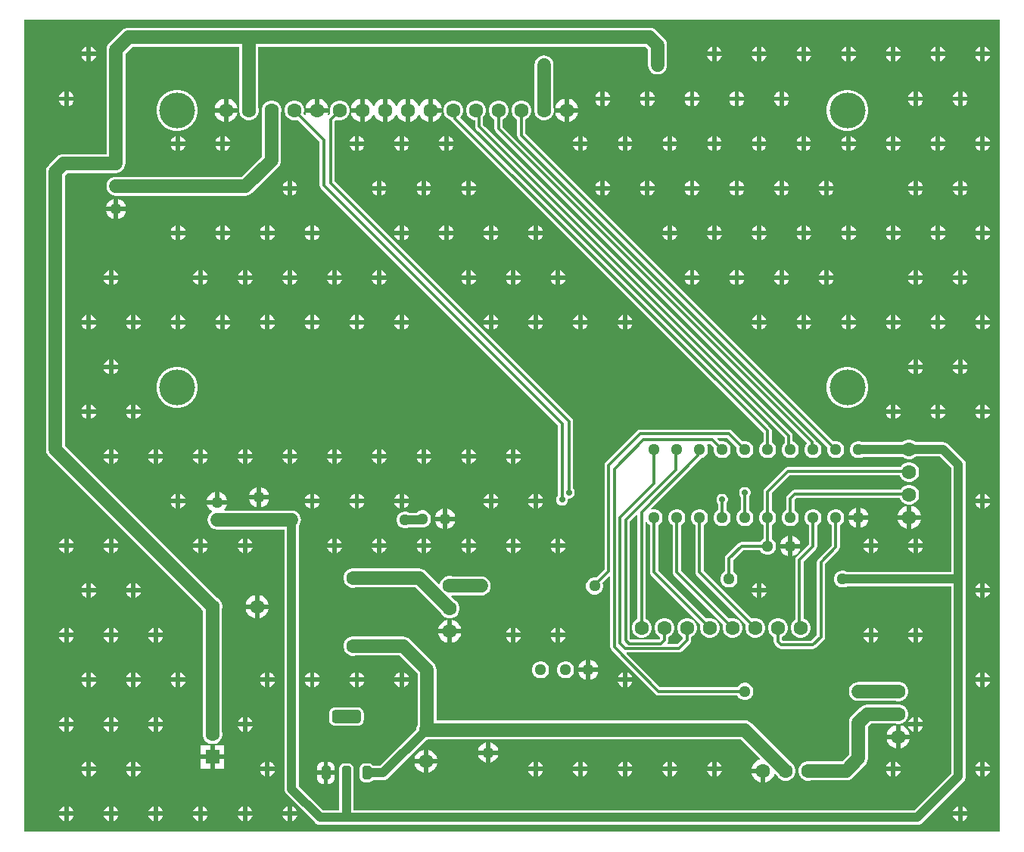
<source format=gtl>
G04*
G04 #@! TF.GenerationSoftware,Altium Limited,Altium Designer,21.9.2 (33)*
G04*
G04 Layer_Physical_Order=1*
G04 Layer_Color=16711680*
%FSTAX24Y24*%
%MOIN*%
G70*
G04*
G04 #@! TF.SameCoordinates,FB3CEF1A-BC9A-443B-9A05-8590AB0A4EFD*
G04*
G04*
G04 #@! TF.FilePolarity,Positive*
G04*
G01*
G75*
%ADD10C,0.0118*%
G04:AMPARAMS|DCode=13|XSize=129.1mil|YSize=59.1mil|CornerRadius=14.8mil|HoleSize=0mil|Usage=FLASHONLY|Rotation=180.000|XOffset=0mil|YOffset=0mil|HoleType=Round|Shape=RoundedRectangle|*
%AMROUNDEDRECTD13*
21,1,0.1291,0.0295,0,0,180.0*
21,1,0.0996,0.0591,0,0,180.0*
1,1,0.0295,-0.0498,0.0148*
1,1,0.0295,0.0498,0.0148*
1,1,0.0295,0.0498,-0.0148*
1,1,0.0295,-0.0498,-0.0148*
%
%ADD13ROUNDEDRECTD13*%
G04:AMPARAMS|DCode=14|XSize=39.4mil|YSize=59.1mil|CornerRadius=9.8mil|HoleSize=0mil|Usage=FLASHONLY|Rotation=180.000|XOffset=0mil|YOffset=0mil|HoleType=Round|Shape=RoundedRectangle|*
%AMROUNDEDRECTD14*
21,1,0.0394,0.0394,0,0,180.0*
21,1,0.0197,0.0591,0,0,180.0*
1,1,0.0197,-0.0098,0.0197*
1,1,0.0197,0.0098,0.0197*
1,1,0.0197,0.0098,-0.0197*
1,1,0.0197,-0.0098,-0.0197*
%
%ADD14ROUNDEDRECTD14*%
%ADD24C,0.0394*%
%ADD25C,0.0591*%
%ADD26C,0.0630*%
%ADD27C,0.0512*%
%ADD28R,0.0630X0.0630*%
%ADD29C,0.1575*%
%ADD30C,0.0276*%
G36*
X058832Y011018D02*
X015868D01*
Y046782D01*
X058832D01*
Y011018D01*
D02*
G37*
%LPC*%
G36*
X043404Y046432D02*
X043404Y046432D01*
X020465D01*
X020465Y046432D01*
X020357Y046418D01*
X020256Y046376D01*
X02017Y04631D01*
X02017Y04631D01*
X019605Y045745D01*
X019539Y045658D01*
X019497Y045558D01*
X019483Y04545D01*
X019483Y04545D01*
Y040867D01*
X017589D01*
X017589Y040867D01*
X017481Y040853D01*
X01738Y040811D01*
X017294Y040745D01*
X017294Y040745D01*
X016948Y040399D01*
X016882Y040313D01*
X01684Y040212D01*
X016826Y040104D01*
X016826Y040104D01*
Y027843D01*
X016826Y027843D01*
X01684Y027735D01*
X016882Y027635D01*
X016948Y027548D01*
X023733Y020764D01*
Y015427D01*
X023717Y015367D01*
Y015253D01*
X023746Y015142D01*
X023803Y015044D01*
X023884Y014963D01*
X023983Y014906D01*
X024093Y014877D01*
X024207D01*
X024317Y014906D01*
X024416Y014963D01*
X024497Y015044D01*
X024554Y015142D01*
X024583Y015253D01*
Y015367D01*
X024567Y015427D01*
Y020819D01*
X024583Y020879D01*
Y020993D01*
X024554Y021103D01*
X024497Y021202D01*
X024416Y021283D01*
X024362Y021314D01*
X01766Y028016D01*
Y039931D01*
X017762Y040033D01*
X0199D01*
X020008Y040047D01*
X020108Y040089D01*
X020195Y040155D01*
X020261Y040242D01*
X020303Y040342D01*
X020317Y04045D01*
Y045277D01*
X020638Y045598D01*
X025333D01*
Y042917D01*
X025317Y042857D01*
Y042743D01*
X025346Y042633D01*
X025403Y042534D01*
X025484Y042453D01*
X025583Y042396D01*
X025693Y042367D01*
X025807D01*
X025917Y042396D01*
X026016Y042453D01*
X026097Y042534D01*
X026154Y042633D01*
X026183Y042743D01*
Y042857D01*
X026167Y042917D01*
Y045598D01*
X043231D01*
X043333Y045496D01*
Y0448D01*
X043347Y044692D01*
X043389Y044592D01*
X043455Y044505D01*
X043542Y044439D01*
X043642Y044397D01*
X04375Y044383D01*
X043858Y044397D01*
X043958Y044439D01*
X044045Y044505D01*
X044111Y044592D01*
X044153Y044692D01*
X044167Y0448D01*
Y045669D01*
X044167Y045669D01*
X044153Y045777D01*
X044111Y045877D01*
X044045Y045964D01*
X044045Y045964D01*
X043699Y04631D01*
X043613Y046376D01*
X043512Y046418D01*
X043404Y046432D01*
D02*
G37*
G36*
X058169Y045596D02*
Y045374D01*
X058391D01*
X058383Y045405D01*
X058339Y045481D01*
X058276Y045543D01*
X0582Y045587D01*
X058169Y045596D01*
D02*
G37*
G36*
X057972D02*
X057942Y045587D01*
X057865Y045543D01*
X057803Y045481D01*
X057759Y045405D01*
X057751Y045374D01*
X057972D01*
Y045596D01*
D02*
G37*
G36*
X056201D02*
Y045374D01*
X056422D01*
X056414Y045405D01*
X05637Y045481D01*
X056308Y045543D01*
X056232Y045587D01*
X056201Y045596D01*
D02*
G37*
G36*
X056004D02*
X055973Y045587D01*
X055897Y045543D01*
X055835Y045481D01*
X055791Y045405D01*
X055782Y045374D01*
X056004D01*
Y045596D01*
D02*
G37*
G36*
X054232D02*
Y045374D01*
X054454D01*
X054446Y045405D01*
X054402Y045481D01*
X054339Y045543D01*
X054263Y045587D01*
X054232Y045596D01*
D02*
G37*
G36*
X054035D02*
X054005Y045587D01*
X053928Y045543D01*
X053866Y045481D01*
X053822Y045405D01*
X053814Y045374D01*
X054035D01*
Y045596D01*
D02*
G37*
G36*
X052264D02*
Y045374D01*
X052485D01*
X052477Y045405D01*
X052433Y045481D01*
X052371Y045543D01*
X052295Y045587D01*
X052264Y045596D01*
D02*
G37*
G36*
X052067D02*
X052036Y045587D01*
X05196Y045543D01*
X051898Y045481D01*
X051854Y045405D01*
X051845Y045374D01*
X052067D01*
Y045596D01*
D02*
G37*
G36*
X050295D02*
Y045374D01*
X050517D01*
X050509Y045405D01*
X050465Y045481D01*
X050402Y045543D01*
X050326Y045587D01*
X050295Y045596D01*
D02*
G37*
G36*
X050098D02*
X050068Y045587D01*
X049991Y045543D01*
X049929Y045481D01*
X049885Y045405D01*
X049877Y045374D01*
X050098D01*
Y045596D01*
D02*
G37*
G36*
X048327D02*
Y045374D01*
X048548D01*
X04854Y045405D01*
X048496Y045481D01*
X048434Y045543D01*
X048358Y045587D01*
X048327Y045596D01*
D02*
G37*
G36*
X04813D02*
X048099Y045587D01*
X048023Y045543D01*
X047961Y045481D01*
X047917Y045405D01*
X047908Y045374D01*
X04813D01*
Y045596D01*
D02*
G37*
G36*
X046358D02*
Y045374D01*
X04658D01*
X046572Y045405D01*
X046528Y045481D01*
X046465Y045543D01*
X046389Y045587D01*
X046358Y045596D01*
D02*
G37*
G36*
X046161D02*
X046131Y045587D01*
X046054Y045543D01*
X045992Y045481D01*
X045948Y045405D01*
X04594Y045374D01*
X046161D01*
Y045596D01*
D02*
G37*
G36*
X018799D02*
Y045374D01*
X019021D01*
X019013Y045405D01*
X018969Y045481D01*
X018906Y045543D01*
X01883Y045587D01*
X018799Y045596D01*
D02*
G37*
G36*
X018602D02*
X018572Y045587D01*
X018495Y045543D01*
X018433Y045481D01*
X018389Y045405D01*
X018381Y045374D01*
X018602D01*
Y045596D01*
D02*
G37*
G36*
X058391Y045177D02*
X058169D01*
Y044956D01*
X0582Y044964D01*
X058276Y045008D01*
X058339Y04507D01*
X058383Y045146D01*
X058391Y045177D01*
D02*
G37*
G36*
X057972D02*
X057751D01*
X057759Y045146D01*
X057803Y04507D01*
X057865Y045008D01*
X057942Y044964D01*
X057972Y044956D01*
Y045177D01*
D02*
G37*
G36*
X056422D02*
X056201D01*
Y044956D01*
X056232Y044964D01*
X056308Y045008D01*
X05637Y04507D01*
X056414Y045146D01*
X056422Y045177D01*
D02*
G37*
G36*
X056004D02*
X055782D01*
X055791Y045146D01*
X055835Y04507D01*
X055897Y045008D01*
X055973Y044964D01*
X056004Y044956D01*
Y045177D01*
D02*
G37*
G36*
X054454D02*
X054232D01*
Y044956D01*
X054263Y044964D01*
X054339Y045008D01*
X054402Y04507D01*
X054446Y045146D01*
X054454Y045177D01*
D02*
G37*
G36*
X054035D02*
X053814D01*
X053822Y045146D01*
X053866Y04507D01*
X053928Y045008D01*
X054005Y044964D01*
X054035Y044956D01*
Y045177D01*
D02*
G37*
G36*
X052485D02*
X052264D01*
Y044956D01*
X052295Y044964D01*
X052371Y045008D01*
X052433Y04507D01*
X052477Y045146D01*
X052485Y045177D01*
D02*
G37*
G36*
X052067D02*
X051845D01*
X051854Y045146D01*
X051898Y04507D01*
X05196Y045008D01*
X052036Y044964D01*
X052067Y044956D01*
Y045177D01*
D02*
G37*
G36*
X050517D02*
X050295D01*
Y044956D01*
X050326Y044964D01*
X050402Y045008D01*
X050465Y04507D01*
X050509Y045146D01*
X050517Y045177D01*
D02*
G37*
G36*
X050098D02*
X049877D01*
X049885Y045146D01*
X049929Y04507D01*
X049991Y045008D01*
X050068Y044964D01*
X050098Y044956D01*
Y045177D01*
D02*
G37*
G36*
X048548D02*
X048327D01*
Y044956D01*
X048358Y044964D01*
X048434Y045008D01*
X048496Y04507D01*
X04854Y045146D01*
X048548Y045177D01*
D02*
G37*
G36*
X04813D02*
X047908D01*
X047917Y045146D01*
X047961Y04507D01*
X048023Y045008D01*
X048099Y044964D01*
X04813Y044956D01*
Y045177D01*
D02*
G37*
G36*
X04658D02*
X046358D01*
Y044956D01*
X046389Y044964D01*
X046465Y045008D01*
X046528Y04507D01*
X046572Y045146D01*
X04658Y045177D01*
D02*
G37*
G36*
X046161D02*
X04594D01*
X045948Y045146D01*
X045992Y04507D01*
X046054Y045008D01*
X046131Y044964D01*
X046161Y044956D01*
Y045177D01*
D02*
G37*
G36*
X019021D02*
X018799D01*
Y044956D01*
X01883Y044964D01*
X018906Y045008D01*
X018969Y04507D01*
X019013Y045146D01*
X019021Y045177D01*
D02*
G37*
G36*
X018602D02*
X018381D01*
X018389Y045146D01*
X018433Y04507D01*
X018495Y045008D01*
X018572Y044964D01*
X018602Y044956D01*
Y045177D01*
D02*
G37*
G36*
X057185Y043627D02*
Y043406D01*
X057407D01*
X057398Y043436D01*
X057354Y043513D01*
X057292Y043575D01*
X057216Y043619D01*
X057185Y043627D01*
D02*
G37*
G36*
X056988D02*
X056957Y043619D01*
X056881Y043575D01*
X056819Y043513D01*
X056775Y043436D01*
X056767Y043406D01*
X056988D01*
Y043627D01*
D02*
G37*
G36*
X055217D02*
Y043406D01*
X055438D01*
X05543Y043436D01*
X055386Y043513D01*
X055324Y043575D01*
X055247Y043619D01*
X055217Y043627D01*
D02*
G37*
G36*
X05502D02*
X054989Y043619D01*
X054913Y043575D01*
X05485Y043513D01*
X054806Y043436D01*
X054798Y043406D01*
X05502D01*
Y043627D01*
D02*
G37*
G36*
X049311D02*
Y043406D01*
X049533D01*
X049524Y043436D01*
X04948Y043513D01*
X049418Y043575D01*
X049342Y043619D01*
X049311Y043627D01*
D02*
G37*
G36*
X049114D02*
X049083Y043619D01*
X049007Y043575D01*
X048945Y043513D01*
X048901Y043436D01*
X048893Y043406D01*
X049114D01*
Y043627D01*
D02*
G37*
G36*
X047343D02*
Y043406D01*
X047564D01*
X047556Y043436D01*
X047512Y043513D01*
X04745Y043575D01*
X047373Y043619D01*
X047343Y043627D01*
D02*
G37*
G36*
X047146D02*
X047115Y043619D01*
X047039Y043575D01*
X046976Y043513D01*
X046932Y043436D01*
X046924Y043406D01*
X047146D01*
Y043627D01*
D02*
G37*
G36*
X045374D02*
Y043406D01*
X045596D01*
X045587Y043436D01*
X045543Y043513D01*
X045481Y043575D01*
X045405Y043619D01*
X045374Y043627D01*
D02*
G37*
G36*
X045177D02*
X045146Y043619D01*
X04507Y043575D01*
X045008Y043513D01*
X044964Y043436D01*
X044956Y043406D01*
X045177D01*
Y043627D01*
D02*
G37*
G36*
X043406D02*
Y043406D01*
X043627D01*
X043619Y043436D01*
X043575Y043513D01*
X043513Y043575D01*
X043436Y043619D01*
X043406Y043627D01*
D02*
G37*
G36*
X043209D02*
X043178Y043619D01*
X043102Y043575D01*
X043039Y043513D01*
X042995Y043436D01*
X042987Y043406D01*
X043209D01*
Y043627D01*
D02*
G37*
G36*
X041437D02*
Y043406D01*
X041659D01*
X04165Y043436D01*
X041606Y043513D01*
X041544Y043575D01*
X041468Y043619D01*
X041437Y043627D01*
D02*
G37*
G36*
X04124D02*
X041209Y043619D01*
X041133Y043575D01*
X041071Y043513D01*
X041027Y043436D01*
X041019Y043406D01*
X04124D01*
Y043627D01*
D02*
G37*
G36*
X017815D02*
Y043406D01*
X018037D01*
X018028Y043436D01*
X017984Y043513D01*
X017922Y043575D01*
X017846Y043619D01*
X017815Y043627D01*
D02*
G37*
G36*
X017618D02*
X017587Y043619D01*
X017511Y043575D01*
X017449Y043513D01*
X017405Y043436D01*
X017396Y043406D01*
X017618D01*
Y043627D01*
D02*
G37*
G36*
X032652Y043303D02*
X032552Y043277D01*
X032436Y04321D01*
X03234Y043114D01*
X032277Y043004D01*
X03225Y043001D01*
X032223Y043004D01*
X03216Y043114D01*
X032064Y04321D01*
X031948Y043277D01*
X031848Y043303D01*
Y0428D01*
Y042297D01*
X031948Y042323D01*
X032064Y04239D01*
X03216Y042486D01*
X032223Y042596D01*
X03225Y042599D01*
X032277Y042596D01*
X03234Y042486D01*
X032436Y04239D01*
X032552Y042323D01*
X032652Y042297D01*
Y0428D01*
Y043303D01*
D02*
G37*
G36*
X031652D02*
X031552Y043277D01*
X031436Y04321D01*
X03134Y043114D01*
X031277Y043004D01*
X03125Y043001D01*
X031223Y043004D01*
X03116Y043114D01*
X031064Y04321D01*
X030948Y043277D01*
X030848Y043303D01*
Y0428D01*
Y042297D01*
X030948Y042323D01*
X031064Y04239D01*
X03116Y042486D01*
X031223Y042596D01*
X03125Y042599D01*
X031277Y042596D01*
X03134Y042486D01*
X031436Y04239D01*
X031552Y042323D01*
X031652Y042297D01*
Y0428D01*
Y043303D01*
D02*
G37*
G36*
X057407Y043209D02*
X057185D01*
Y042987D01*
X057216Y042995D01*
X057292Y043039D01*
X057354Y043102D01*
X057398Y043178D01*
X057407Y043209D01*
D02*
G37*
G36*
X056988D02*
X056767D01*
X056775Y043178D01*
X056819Y043102D01*
X056881Y043039D01*
X056957Y042995D01*
X056988Y042987D01*
Y043209D01*
D02*
G37*
G36*
X055438D02*
X055217D01*
Y042987D01*
X055247Y042995D01*
X055324Y043039D01*
X055386Y043102D01*
X05543Y043178D01*
X055438Y043209D01*
D02*
G37*
G36*
X05502D02*
X054798D01*
X054806Y043178D01*
X05485Y043102D01*
X054913Y043039D01*
X054989Y042995D01*
X05502Y042987D01*
Y043209D01*
D02*
G37*
G36*
X049533D02*
X049311D01*
Y042987D01*
X049342Y042995D01*
X049418Y043039D01*
X04948Y043102D01*
X049524Y043178D01*
X049533Y043209D01*
D02*
G37*
G36*
X049114D02*
X048893D01*
X048901Y043178D01*
X048945Y043102D01*
X049007Y043039D01*
X049083Y042995D01*
X049114Y042987D01*
Y043209D01*
D02*
G37*
G36*
X047564D02*
X047343D01*
Y042987D01*
X047373Y042995D01*
X04745Y043039D01*
X047512Y043102D01*
X047556Y043178D01*
X047564Y043209D01*
D02*
G37*
G36*
X047146D02*
X046924D01*
X046932Y043178D01*
X046976Y043102D01*
X047039Y043039D01*
X047115Y042995D01*
X047146Y042987D01*
Y043209D01*
D02*
G37*
G36*
X045596D02*
X045374D01*
Y042987D01*
X045405Y042995D01*
X045481Y043039D01*
X045543Y043102D01*
X045587Y043178D01*
X045596Y043209D01*
D02*
G37*
G36*
X045177D02*
X044956D01*
X044964Y043178D01*
X045008Y043102D01*
X04507Y043039D01*
X045146Y042995D01*
X045177Y042987D01*
Y043209D01*
D02*
G37*
G36*
X043627D02*
X043406D01*
Y042987D01*
X043436Y042995D01*
X043513Y043039D01*
X043575Y043102D01*
X043619Y043178D01*
X043627Y043209D01*
D02*
G37*
G36*
X043209D02*
X042987D01*
X042995Y043178D01*
X043039Y043102D01*
X043102Y043039D01*
X043178Y042995D01*
X043209Y042987D01*
Y043209D01*
D02*
G37*
G36*
X041659D02*
X041437D01*
Y042987D01*
X041468Y042995D01*
X041544Y043039D01*
X041606Y043102D01*
X04165Y043178D01*
X041659Y043209D01*
D02*
G37*
G36*
X04124D02*
X041019D01*
X041027Y043178D01*
X041071Y043102D01*
X041133Y043039D01*
X041209Y042995D01*
X04124Y042987D01*
Y043209D01*
D02*
G37*
G36*
X018037D02*
X017815D01*
Y042987D01*
X017846Y042995D01*
X017922Y043039D01*
X017984Y043102D01*
X018028Y043178D01*
X018037Y043209D01*
D02*
G37*
G36*
X017618D02*
X017396D01*
X017405Y043178D01*
X017449Y043102D01*
X017511Y043039D01*
X017587Y042995D01*
X017618Y042987D01*
Y043209D01*
D02*
G37*
G36*
X039848Y043303D02*
Y042898D01*
X040253D01*
X040227Y042998D01*
X04016Y043114D01*
X040064Y04321D01*
X039948Y043277D01*
X039848Y043303D01*
D02*
G37*
G36*
X039652D02*
X039552Y043277D01*
X039436Y04321D01*
X03934Y043114D01*
X039273Y042998D01*
X039247Y042898D01*
X039652D01*
Y043303D01*
D02*
G37*
G36*
X033848D02*
Y042898D01*
X034253D01*
X034227Y042998D01*
X03416Y043114D01*
X034064Y04321D01*
X033948Y043277D01*
X033848Y043303D01*
D02*
G37*
G36*
X030652D02*
X030552Y043277D01*
X030436Y04321D01*
X03034Y043114D01*
X030273Y042998D01*
X030247Y042898D01*
X030652D01*
Y043303D01*
D02*
G37*
G36*
X028848D02*
Y042898D01*
X029253D01*
X029227Y042998D01*
X02916Y043114D01*
X029064Y04321D01*
X028948Y043277D01*
X028848Y043303D01*
D02*
G37*
G36*
X028652D02*
X028552Y043277D01*
X028436Y04321D01*
X02834Y043114D01*
X028273Y042998D01*
X028247Y042898D01*
X028652D01*
Y043303D01*
D02*
G37*
G36*
X024848D02*
Y042898D01*
X025253D01*
X025227Y042998D01*
X02516Y043114D01*
X025064Y04321D01*
X024948Y043277D01*
X024848Y043303D01*
D02*
G37*
G36*
X024652D02*
X024552Y043277D01*
X024436Y04321D01*
X02434Y043114D01*
X024273Y042998D01*
X024247Y042898D01*
X024652D01*
Y043303D01*
D02*
G37*
G36*
X029807Y043233D02*
X029693D01*
X029583Y043204D01*
X029484Y043147D01*
X029403Y043066D01*
X029346Y042967D01*
X029317Y042857D01*
Y042743D01*
X029342Y042648D01*
X029268Y042573D01*
X029227Y042602D01*
X029253Y042702D01*
X028247D01*
X028273Y042602D01*
X028232Y042573D01*
X028158Y042648D01*
X028183Y042743D01*
Y042857D01*
X028154Y042967D01*
X028097Y043066D01*
X028016Y043147D01*
X027917Y043204D01*
X027807Y043233D01*
X027693D01*
X027583Y043204D01*
X027484Y043147D01*
X027403Y043066D01*
X027346Y042967D01*
X027317Y042857D01*
Y042743D01*
X027346Y042633D01*
X027403Y042534D01*
X027484Y042453D01*
X027583Y042396D01*
X027693Y042367D01*
X027807D01*
X027902Y042392D01*
X028869Y041425D01*
Y0395D01*
X028883Y039431D01*
X028922Y039372D01*
X039366Y028929D01*
Y025825D01*
X039341Y025801D01*
X039308Y025743D01*
X03929Y025678D01*
Y02561D01*
X039308Y025545D01*
X039341Y025487D01*
X039389Y025439D01*
X039447Y025406D01*
X039512Y025388D01*
X03958D01*
X039645Y025406D01*
X039703Y025439D01*
X039751Y025487D01*
X039785Y025545D01*
X039802Y02561D01*
Y025646D01*
X039813Y025681D01*
X039849Y025694D01*
X039884D01*
X039949Y025712D01*
X040007Y025745D01*
X040055Y025793D01*
X040088Y025851D01*
X040106Y025916D01*
Y025984D01*
X040088Y026049D01*
X040055Y026107D01*
X040031Y026131D01*
Y0291D01*
X040017Y029169D01*
X039978Y029228D01*
X029531Y039675D01*
Y042325D01*
X029598Y042392D01*
X029693Y042367D01*
X029807D01*
X029917Y042396D01*
X030016Y042453D01*
X030097Y042534D01*
X030154Y042633D01*
X030183Y042743D01*
Y042857D01*
X030154Y042967D01*
X030097Y043066D01*
X030016Y043147D01*
X029917Y043204D01*
X029807Y043233D01*
D02*
G37*
G36*
X03875Y045217D02*
X038642Y045203D01*
X038542Y045161D01*
X038455Y045095D01*
X038389Y045008D01*
X038347Y044908D01*
X038333Y0448D01*
Y042917D01*
X038317Y042857D01*
Y042743D01*
X038346Y042633D01*
X038403Y042534D01*
X038484Y042453D01*
X038583Y042396D01*
X038693Y042367D01*
X038807D01*
X038917Y042396D01*
X039016Y042453D01*
X039097Y042534D01*
X039154Y042633D01*
X039183Y042743D01*
Y042857D01*
X039167Y042917D01*
Y0448D01*
X039153Y044908D01*
X039111Y045008D01*
X039045Y045095D01*
X038958Y045161D01*
X038858Y045203D01*
X03875Y045217D01*
D02*
G37*
G36*
X040253Y042702D02*
X039848D01*
Y042297D01*
X039948Y042323D01*
X040064Y04239D01*
X04016Y042486D01*
X040227Y042602D01*
X040253Y042702D01*
D02*
G37*
G36*
X039652D02*
X039247D01*
X039273Y042602D01*
X03934Y042486D01*
X039436Y04239D01*
X039552Y042323D01*
X039652Y042297D01*
Y042702D01*
D02*
G37*
G36*
X034253D02*
X033848D01*
Y042297D01*
X033948Y042323D01*
X034064Y04239D01*
X03416Y042486D01*
X034227Y042602D01*
X034253Y042702D01*
D02*
G37*
G36*
X032848Y043303D02*
Y0428D01*
Y042297D01*
X032948Y042323D01*
X033064Y04239D01*
X03316Y042486D01*
X033223Y042596D01*
X03325Y042599D01*
X033277Y042596D01*
X03334Y042486D01*
X033436Y04239D01*
X033552Y042323D01*
X033652Y042297D01*
Y0428D01*
Y043303D01*
X033552Y043277D01*
X033436Y04321D01*
X03334Y043114D01*
X033277Y043004D01*
X03325Y043001D01*
X033223Y043004D01*
X03316Y043114D01*
X033064Y04321D01*
X032948Y043277D01*
X032848Y043303D01*
D02*
G37*
G36*
X030652Y042702D02*
X030247D01*
X030273Y042602D01*
X03034Y042486D01*
X030436Y04239D01*
X030552Y042323D01*
X030652Y042297D01*
Y042702D01*
D02*
G37*
G36*
X025253D02*
X024848D01*
Y042297D01*
X024948Y042323D01*
X025064Y04239D01*
X02516Y042486D01*
X025227Y042602D01*
X025253Y042702D01*
D02*
G37*
G36*
X024652D02*
X024247D01*
X024273Y042602D01*
X02434Y042486D01*
X024436Y04239D01*
X024552Y042323D01*
X024652Y042297D01*
Y042702D01*
D02*
G37*
G36*
X052201Y043706D02*
X052023D01*
X051848Y043671D01*
X051683Y043602D01*
X051535Y043503D01*
X051409Y043377D01*
X05131Y043229D01*
X051241Y043064D01*
X051207Y042889D01*
Y042711D01*
X051241Y042536D01*
X05131Y042371D01*
X051409Y042223D01*
X051535Y042097D01*
X051683Y041998D01*
X051848Y041929D01*
X052023Y041894D01*
X052201D01*
X052376Y041929D01*
X052541Y041998D01*
X052689Y042097D01*
X052816Y042223D01*
X052915Y042371D01*
X052983Y042536D01*
X053018Y042711D01*
Y042889D01*
X052983Y043064D01*
X052915Y043229D01*
X052816Y043377D01*
X052689Y043503D01*
X052541Y043602D01*
X052376Y043671D01*
X052201Y043706D01*
D02*
G37*
G36*
X022674D02*
X022495D01*
X022321Y043671D01*
X022156Y043602D01*
X022007Y043503D01*
X021881Y043377D01*
X021782Y043229D01*
X021714Y043064D01*
X021679Y042889D01*
Y042711D01*
X021714Y042536D01*
X021782Y042371D01*
X021881Y042223D01*
X022007Y042097D01*
X022156Y041998D01*
X022321Y041929D01*
X022495Y041894D01*
X022674D01*
X022849Y041929D01*
X023014Y041998D01*
X023162Y042097D01*
X023288Y042223D01*
X023387Y042371D01*
X023455Y042536D01*
X02349Y042711D01*
Y042889D01*
X023455Y043064D01*
X023387Y043229D01*
X023288Y043377D01*
X023162Y043503D01*
X023014Y043602D01*
X022849Y043671D01*
X022674Y043706D01*
D02*
G37*
G36*
X058169Y041659D02*
Y041437D01*
X058391D01*
X058383Y041468D01*
X058339Y041544D01*
X058276Y041606D01*
X0582Y04165D01*
X058169Y041659D01*
D02*
G37*
G36*
X057972D02*
X057942Y04165D01*
X057865Y041606D01*
X057803Y041544D01*
X057759Y041468D01*
X057751Y041437D01*
X057972D01*
Y041659D01*
D02*
G37*
G36*
X056201D02*
Y041437D01*
X056422D01*
X056414Y041468D01*
X05637Y041544D01*
X056308Y041606D01*
X056232Y04165D01*
X056201Y041659D01*
D02*
G37*
G36*
X056004D02*
X055973Y04165D01*
X055897Y041606D01*
X055835Y041544D01*
X055791Y041468D01*
X055782Y041437D01*
X056004D01*
Y041659D01*
D02*
G37*
G36*
X054232D02*
Y041437D01*
X054454D01*
X054446Y041468D01*
X054402Y041544D01*
X054339Y041606D01*
X054263Y04165D01*
X054232Y041659D01*
D02*
G37*
G36*
X054035D02*
X054005Y04165D01*
X053928Y041606D01*
X053866Y041544D01*
X053822Y041468D01*
X053814Y041437D01*
X054035D01*
Y041659D01*
D02*
G37*
G36*
X052264D02*
Y041437D01*
X052485D01*
X052477Y041468D01*
X052433Y041544D01*
X052371Y041606D01*
X052295Y04165D01*
X052264Y041659D01*
D02*
G37*
G36*
X052067D02*
X052036Y04165D01*
X05196Y041606D01*
X051898Y041544D01*
X051854Y041468D01*
X051845Y041437D01*
X052067D01*
Y041659D01*
D02*
G37*
G36*
X050295D02*
Y041437D01*
X050517D01*
X050509Y041468D01*
X050465Y041544D01*
X050402Y041606D01*
X050326Y04165D01*
X050295Y041659D01*
D02*
G37*
G36*
X050098D02*
X050068Y04165D01*
X049991Y041606D01*
X049929Y041544D01*
X049885Y041468D01*
X049877Y041437D01*
X050098D01*
Y041659D01*
D02*
G37*
G36*
X048327D02*
Y041437D01*
X048548D01*
X04854Y041468D01*
X048496Y041544D01*
X048434Y041606D01*
X048358Y04165D01*
X048327Y041659D01*
D02*
G37*
G36*
X04813D02*
X048099Y04165D01*
X048023Y041606D01*
X047961Y041544D01*
X047917Y041468D01*
X047908Y041437D01*
X04813D01*
Y041659D01*
D02*
G37*
G36*
X046358D02*
Y041437D01*
X04658D01*
X046572Y041468D01*
X046528Y041544D01*
X046465Y041606D01*
X046389Y04165D01*
X046358Y041659D01*
D02*
G37*
G36*
X046161D02*
X046131Y04165D01*
X046054Y041606D01*
X045992Y041544D01*
X045948Y041468D01*
X04594Y041437D01*
X046161D01*
Y041659D01*
D02*
G37*
G36*
X04439D02*
Y041437D01*
X044611D01*
X044603Y041468D01*
X044559Y041544D01*
X044497Y041606D01*
X044421Y04165D01*
X04439Y041659D01*
D02*
G37*
G36*
X044193D02*
X044162Y04165D01*
X044086Y041606D01*
X044024Y041544D01*
X04398Y041468D01*
X043971Y041437D01*
X044193D01*
Y041659D01*
D02*
G37*
G36*
X042421D02*
Y041437D01*
X042643D01*
X042635Y041468D01*
X042591Y041544D01*
X042528Y041606D01*
X042452Y04165D01*
X042421Y041659D01*
D02*
G37*
G36*
X042224D02*
X042194Y04165D01*
X042117Y041606D01*
X042055Y041544D01*
X042011Y041468D01*
X042003Y041437D01*
X042224D01*
Y041659D01*
D02*
G37*
G36*
X040453D02*
Y041437D01*
X040674D01*
X040666Y041468D01*
X040622Y041544D01*
X04056Y041606D01*
X040483Y04165D01*
X040453Y041659D01*
D02*
G37*
G36*
X040256D02*
X040225Y04165D01*
X040149Y041606D01*
X040087Y041544D01*
X040042Y041468D01*
X040034Y041437D01*
X040256D01*
Y041659D01*
D02*
G37*
G36*
X034547D02*
Y041437D01*
X034769D01*
X034761Y041468D01*
X034717Y041544D01*
X034654Y041606D01*
X034578Y04165D01*
X034547Y041659D01*
D02*
G37*
G36*
X03435D02*
X03432Y04165D01*
X034243Y041606D01*
X034181Y041544D01*
X034137Y041468D01*
X034129Y041437D01*
X03435D01*
Y041659D01*
D02*
G37*
G36*
X032579D02*
Y041437D01*
X0328D01*
X032792Y041468D01*
X032748Y041544D01*
X032686Y041606D01*
X032609Y04165D01*
X032579Y041659D01*
D02*
G37*
G36*
X032382D02*
X032351Y04165D01*
X032275Y041606D01*
X032213Y041544D01*
X032168Y041468D01*
X03216Y041437D01*
X032382D01*
Y041659D01*
D02*
G37*
G36*
X03061D02*
Y041437D01*
X030832D01*
X030824Y041468D01*
X03078Y041544D01*
X030717Y041606D01*
X030641Y04165D01*
X03061Y041659D01*
D02*
G37*
G36*
X030413D02*
X030383Y04165D01*
X030306Y041606D01*
X030244Y041544D01*
X0302Y041468D01*
X030192Y041437D01*
X030413D01*
Y041659D01*
D02*
G37*
G36*
X024705D02*
Y041437D01*
X024926D01*
X024918Y041468D01*
X024874Y041544D01*
X024812Y041606D01*
X024735Y04165D01*
X024705Y041659D01*
D02*
G37*
G36*
X024508D02*
X024477Y04165D01*
X024401Y041606D01*
X024339Y041544D01*
X024294Y041468D01*
X024286Y041437D01*
X024508D01*
Y041659D01*
D02*
G37*
G36*
X022736D02*
Y041437D01*
X022958D01*
X02295Y041468D01*
X022906Y041544D01*
X022843Y041606D01*
X022767Y04165D01*
X022736Y041659D01*
D02*
G37*
G36*
X022539D02*
X022509Y04165D01*
X022432Y041606D01*
X02237Y041544D01*
X022326Y041468D01*
X022318Y041437D01*
X022539D01*
Y041659D01*
D02*
G37*
G36*
X058391Y04124D02*
X058169D01*
Y041019D01*
X0582Y041027D01*
X058276Y041071D01*
X058339Y041133D01*
X058383Y041209D01*
X058391Y04124D01*
D02*
G37*
G36*
X057972D02*
X057751D01*
X057759Y041209D01*
X057803Y041133D01*
X057865Y041071D01*
X057942Y041027D01*
X057972Y041019D01*
Y04124D01*
D02*
G37*
G36*
X056422D02*
X056201D01*
Y041019D01*
X056232Y041027D01*
X056308Y041071D01*
X05637Y041133D01*
X056414Y041209D01*
X056422Y04124D01*
D02*
G37*
G36*
X056004D02*
X055782D01*
X055791Y041209D01*
X055835Y041133D01*
X055897Y041071D01*
X055973Y041027D01*
X056004Y041019D01*
Y04124D01*
D02*
G37*
G36*
X054454D02*
X054232D01*
Y041019D01*
X054263Y041027D01*
X054339Y041071D01*
X054402Y041133D01*
X054446Y041209D01*
X054454Y04124D01*
D02*
G37*
G36*
X054035D02*
X053814D01*
X053822Y041209D01*
X053866Y041133D01*
X053928Y041071D01*
X054005Y041027D01*
X054035Y041019D01*
Y04124D01*
D02*
G37*
G36*
X052485D02*
X052264D01*
Y041019D01*
X052295Y041027D01*
X052371Y041071D01*
X052433Y041133D01*
X052477Y041209D01*
X052485Y04124D01*
D02*
G37*
G36*
X052067D02*
X051845D01*
X051854Y041209D01*
X051898Y041133D01*
X05196Y041071D01*
X052036Y041027D01*
X052067Y041019D01*
Y04124D01*
D02*
G37*
G36*
X050517D02*
X050295D01*
Y041019D01*
X050326Y041027D01*
X050402Y041071D01*
X050465Y041133D01*
X050509Y041209D01*
X050517Y04124D01*
D02*
G37*
G36*
X050098D02*
X049877D01*
X049885Y041209D01*
X049929Y041133D01*
X049991Y041071D01*
X050068Y041027D01*
X050098Y041019D01*
Y04124D01*
D02*
G37*
G36*
X048548D02*
X048327D01*
Y041019D01*
X048358Y041027D01*
X048434Y041071D01*
X048496Y041133D01*
X04854Y041209D01*
X048548Y04124D01*
D02*
G37*
G36*
X04813D02*
X047908D01*
X047917Y041209D01*
X047961Y041133D01*
X048023Y041071D01*
X048099Y041027D01*
X04813Y041019D01*
Y04124D01*
D02*
G37*
G36*
X04658D02*
X046358D01*
Y041019D01*
X046389Y041027D01*
X046465Y041071D01*
X046528Y041133D01*
X046572Y041209D01*
X04658Y04124D01*
D02*
G37*
G36*
X046161D02*
X04594D01*
X045948Y041209D01*
X045992Y041133D01*
X046054Y041071D01*
X046131Y041027D01*
X046161Y041019D01*
Y04124D01*
D02*
G37*
G36*
X044611D02*
X04439D01*
Y041019D01*
X044421Y041027D01*
X044497Y041071D01*
X044559Y041133D01*
X044603Y041209D01*
X044611Y04124D01*
D02*
G37*
G36*
X044193D02*
X043971D01*
X04398Y041209D01*
X044024Y041133D01*
X044086Y041071D01*
X044162Y041027D01*
X044193Y041019D01*
Y04124D01*
D02*
G37*
G36*
X042643D02*
X042421D01*
Y041019D01*
X042452Y041027D01*
X042528Y041071D01*
X042591Y041133D01*
X042635Y041209D01*
X042643Y04124D01*
D02*
G37*
G36*
X042224D02*
X042003D01*
X042011Y041209D01*
X042055Y041133D01*
X042117Y041071D01*
X042194Y041027D01*
X042224Y041019D01*
Y04124D01*
D02*
G37*
G36*
X040674D02*
X040453D01*
Y041019D01*
X040483Y041027D01*
X04056Y041071D01*
X040622Y041133D01*
X040666Y041209D01*
X040674Y04124D01*
D02*
G37*
G36*
X040256D02*
X040034D01*
X040042Y041209D01*
X040087Y041133D01*
X040149Y041071D01*
X040225Y041027D01*
X040256Y041019D01*
Y04124D01*
D02*
G37*
G36*
X034769D02*
X034547D01*
Y041019D01*
X034578Y041027D01*
X034654Y041071D01*
X034717Y041133D01*
X034761Y041209D01*
X034769Y04124D01*
D02*
G37*
G36*
X03435D02*
X034129D01*
X034137Y041209D01*
X034181Y041133D01*
X034243Y041071D01*
X03432Y041027D01*
X03435Y041019D01*
Y04124D01*
D02*
G37*
G36*
X0328D02*
X032579D01*
Y041019D01*
X032609Y041027D01*
X032686Y041071D01*
X032748Y041133D01*
X032792Y041209D01*
X0328Y04124D01*
D02*
G37*
G36*
X032382D02*
X03216D01*
X032168Y041209D01*
X032213Y041133D01*
X032275Y041071D01*
X032351Y041027D01*
X032382Y041019D01*
Y04124D01*
D02*
G37*
G36*
X030832D02*
X03061D01*
Y041019D01*
X030641Y041027D01*
X030717Y041071D01*
X03078Y041133D01*
X030824Y041209D01*
X030832Y04124D01*
D02*
G37*
G36*
X030413D02*
X030192D01*
X0302Y041209D01*
X030244Y041133D01*
X030306Y041071D01*
X030383Y041027D01*
X030413Y041019D01*
Y04124D01*
D02*
G37*
G36*
X024926D02*
X024705D01*
Y041019D01*
X024735Y041027D01*
X024812Y041071D01*
X024874Y041133D01*
X024918Y041209D01*
X024926Y04124D01*
D02*
G37*
G36*
X024508D02*
X024286D01*
X024294Y041209D01*
X024339Y041133D01*
X024401Y041071D01*
X024477Y041027D01*
X024508Y041019D01*
Y04124D01*
D02*
G37*
G36*
X022958D02*
X022736D01*
Y041019D01*
X022767Y041027D01*
X022843Y041071D01*
X022906Y041133D01*
X02295Y041209D01*
X022958Y04124D01*
D02*
G37*
G36*
X022539D02*
X022318D01*
X022326Y041209D01*
X02237Y041133D01*
X022432Y041071D01*
X022509Y041027D01*
X022539Y041019D01*
Y04124D01*
D02*
G37*
G36*
X057185Y03969D02*
Y039469D01*
X057407D01*
X057398Y039499D01*
X057354Y039576D01*
X057292Y039638D01*
X057216Y039682D01*
X057185Y03969D01*
D02*
G37*
G36*
X056988D02*
X056957Y039682D01*
X056881Y039638D01*
X056819Y039576D01*
X056775Y039499D01*
X056767Y039469D01*
X056988D01*
Y03969D01*
D02*
G37*
G36*
X055217D02*
Y039469D01*
X055438D01*
X05543Y039499D01*
X055386Y039576D01*
X055324Y039638D01*
X055247Y039682D01*
X055217Y03969D01*
D02*
G37*
G36*
X05502D02*
X054989Y039682D01*
X054913Y039638D01*
X05485Y039576D01*
X054806Y039499D01*
X054798Y039469D01*
X05502D01*
Y03969D01*
D02*
G37*
G36*
X05128D02*
Y039469D01*
X051501D01*
X051493Y039499D01*
X051449Y039576D01*
X051387Y039638D01*
X05131Y039682D01*
X05128Y03969D01*
D02*
G37*
G36*
X051083D02*
X051052Y039682D01*
X050976Y039638D01*
X050913Y039576D01*
X050869Y039499D01*
X050861Y039469D01*
X051083D01*
Y03969D01*
D02*
G37*
G36*
X049311D02*
Y039469D01*
X049533D01*
X049524Y039499D01*
X04948Y039576D01*
X049418Y039638D01*
X049342Y039682D01*
X049311Y03969D01*
D02*
G37*
G36*
X049114D02*
X049083Y039682D01*
X049007Y039638D01*
X048945Y039576D01*
X048901Y039499D01*
X048893Y039469D01*
X049114D01*
Y03969D01*
D02*
G37*
G36*
X047343D02*
Y039469D01*
X047564D01*
X047556Y039499D01*
X047512Y039576D01*
X04745Y039638D01*
X047373Y039682D01*
X047343Y03969D01*
D02*
G37*
G36*
X047146D02*
X047115Y039682D01*
X047039Y039638D01*
X046976Y039576D01*
X046932Y039499D01*
X046924Y039469D01*
X047146D01*
Y03969D01*
D02*
G37*
G36*
X045374D02*
Y039469D01*
X045596D01*
X045587Y039499D01*
X045543Y039576D01*
X045481Y039638D01*
X045405Y039682D01*
X045374Y03969D01*
D02*
G37*
G36*
X045177D02*
X045146Y039682D01*
X04507Y039638D01*
X045008Y039576D01*
X044964Y039499D01*
X044956Y039469D01*
X045177D01*
Y03969D01*
D02*
G37*
G36*
X043406D02*
Y039469D01*
X043627D01*
X043619Y039499D01*
X043575Y039576D01*
X043513Y039638D01*
X043436Y039682D01*
X043406Y03969D01*
D02*
G37*
G36*
X043209D02*
X043178Y039682D01*
X043102Y039638D01*
X043039Y039576D01*
X042995Y039499D01*
X042987Y039469D01*
X043209D01*
Y03969D01*
D02*
G37*
G36*
X041437D02*
Y039469D01*
X041659D01*
X04165Y039499D01*
X041606Y039576D01*
X041544Y039638D01*
X041468Y039682D01*
X041437Y03969D01*
D02*
G37*
G36*
X04124D02*
X041209Y039682D01*
X041133Y039638D01*
X041071Y039576D01*
X041027Y039499D01*
X041019Y039469D01*
X04124D01*
Y03969D01*
D02*
G37*
G36*
X035531D02*
Y039469D01*
X035753D01*
X035745Y039499D01*
X035701Y039576D01*
X035639Y039638D01*
X035562Y039682D01*
X035531Y03969D01*
D02*
G37*
G36*
X035335D02*
X035304Y039682D01*
X035228Y039638D01*
X035165Y039576D01*
X035121Y039499D01*
X035113Y039469D01*
X035335D01*
Y03969D01*
D02*
G37*
G36*
X033563D02*
Y039469D01*
X033785D01*
X033776Y039499D01*
X033732Y039576D01*
X03367Y039638D01*
X033594Y039682D01*
X033563Y03969D01*
D02*
G37*
G36*
X033366D02*
X033335Y039682D01*
X033259Y039638D01*
X033197Y039576D01*
X033153Y039499D01*
X033144Y039469D01*
X033366D01*
Y03969D01*
D02*
G37*
G36*
X031594D02*
Y039469D01*
X031816D01*
X031808Y039499D01*
X031764Y039576D01*
X031702Y039638D01*
X031625Y039682D01*
X031594Y03969D01*
D02*
G37*
G36*
X031398D02*
X031367Y039682D01*
X031291Y039638D01*
X031228Y039576D01*
X031184Y039499D01*
X031176Y039469D01*
X031398D01*
Y03969D01*
D02*
G37*
G36*
X027657D02*
Y039469D01*
X027879D01*
X027871Y039499D01*
X027827Y039576D01*
X027765Y039638D01*
X027688Y039682D01*
X027657Y03969D01*
D02*
G37*
G36*
X027461D02*
X02743Y039682D01*
X027354Y039638D01*
X027291Y039576D01*
X027247Y039499D01*
X027239Y039469D01*
X027461D01*
Y03969D01*
D02*
G37*
G36*
X033785Y039272D02*
X033563D01*
Y03905D01*
X033594Y039058D01*
X03367Y039102D01*
X033732Y039165D01*
X033776Y039241D01*
X033785Y039272D01*
D02*
G37*
G36*
X033366D02*
X033144D01*
X033153Y039241D01*
X033197Y039165D01*
X033259Y039102D01*
X033335Y039058D01*
X033366Y03905D01*
Y039272D01*
D02*
G37*
G36*
X031816D02*
X031594D01*
Y03905D01*
X031625Y039058D01*
X031702Y039102D01*
X031764Y039165D01*
X031808Y039241D01*
X031816Y039272D01*
D02*
G37*
G36*
X031398D02*
X031176D01*
X031184Y039241D01*
X031228Y039165D01*
X031291Y039102D01*
X031367Y039058D01*
X031398Y03905D01*
Y039272D01*
D02*
G37*
G36*
X027879D02*
X027657D01*
Y03905D01*
X027688Y039058D01*
X027765Y039102D01*
X027827Y039165D01*
X027871Y039241D01*
X027879Y039272D01*
D02*
G37*
G36*
X027461D02*
X027239D01*
X027247Y039241D01*
X027291Y039165D01*
X027354Y039102D01*
X02743Y039058D01*
X027461Y03905D01*
Y039272D01*
D02*
G37*
G36*
X057407D02*
X057185D01*
Y03905D01*
X057216Y039058D01*
X057292Y039102D01*
X057354Y039165D01*
X057398Y039241D01*
X057407Y039272D01*
D02*
G37*
G36*
X056988D02*
X056767D01*
X056775Y039241D01*
X056819Y039165D01*
X056881Y039102D01*
X056957Y039058D01*
X056988Y03905D01*
Y039272D01*
D02*
G37*
G36*
X055438D02*
X055217D01*
Y03905D01*
X055247Y039058D01*
X055324Y039102D01*
X055386Y039165D01*
X05543Y039241D01*
X055438Y039272D01*
D02*
G37*
G36*
X05502D02*
X054798D01*
X054806Y039241D01*
X05485Y039165D01*
X054913Y039102D01*
X054989Y039058D01*
X05502Y03905D01*
Y039272D01*
D02*
G37*
G36*
X051501D02*
X05128D01*
Y03905D01*
X05131Y039058D01*
X051387Y039102D01*
X051449Y039165D01*
X051493Y039241D01*
X051501Y039272D01*
D02*
G37*
G36*
X051083D02*
X050861D01*
X050869Y039241D01*
X050913Y039165D01*
X050976Y039102D01*
X051052Y039058D01*
X051083Y03905D01*
Y039272D01*
D02*
G37*
G36*
X049533D02*
X049311D01*
Y03905D01*
X049342Y039058D01*
X049418Y039102D01*
X04948Y039165D01*
X049524Y039241D01*
X049533Y039272D01*
D02*
G37*
G36*
X049114D02*
X048893D01*
X048901Y039241D01*
X048945Y039165D01*
X049007Y039102D01*
X049083Y039058D01*
X049114Y03905D01*
Y039272D01*
D02*
G37*
G36*
X047564D02*
X047343D01*
Y03905D01*
X047373Y039058D01*
X04745Y039102D01*
X047512Y039165D01*
X047556Y039241D01*
X047564Y039272D01*
D02*
G37*
G36*
X047146D02*
X046924D01*
X046932Y039241D01*
X046976Y039165D01*
X047039Y039102D01*
X047115Y039058D01*
X047146Y03905D01*
Y039272D01*
D02*
G37*
G36*
X045596D02*
X045374D01*
Y03905D01*
X045405Y039058D01*
X045481Y039102D01*
X045543Y039165D01*
X045587Y039241D01*
X045596Y039272D01*
D02*
G37*
G36*
X045177D02*
X044956D01*
X044964Y039241D01*
X045008Y039165D01*
X04507Y039102D01*
X045146Y039058D01*
X045177Y03905D01*
Y039272D01*
D02*
G37*
G36*
X043627D02*
X043406D01*
Y03905D01*
X043436Y039058D01*
X043513Y039102D01*
X043575Y039165D01*
X043619Y039241D01*
X043627Y039272D01*
D02*
G37*
G36*
X043209D02*
X042987D01*
X042995Y039241D01*
X043039Y039165D01*
X043102Y039102D01*
X043178Y039058D01*
X043209Y03905D01*
Y039272D01*
D02*
G37*
G36*
X041659D02*
X041437D01*
Y03905D01*
X041468Y039058D01*
X041544Y039102D01*
X041606Y039165D01*
X04165Y039241D01*
X041659Y039272D01*
D02*
G37*
G36*
X04124D02*
X041019D01*
X041027Y039241D01*
X041071Y039165D01*
X041133Y039102D01*
X041209Y039058D01*
X04124Y03905D01*
Y039272D01*
D02*
G37*
G36*
X035753D02*
X035531D01*
Y03905D01*
X035562Y039058D01*
X035639Y039102D01*
X035701Y039165D01*
X035745Y039241D01*
X035753Y039272D01*
D02*
G37*
G36*
X035335D02*
X035113D01*
X035121Y039241D01*
X035165Y039165D01*
X035228Y039102D01*
X035304Y039058D01*
X035335Y03905D01*
Y039272D01*
D02*
G37*
G36*
X026807Y043233D02*
X026693D01*
X026583Y043204D01*
X026484Y043147D01*
X026403Y043066D01*
X026346Y042967D01*
X026317Y042857D01*
Y042743D01*
X026333Y042683D01*
Y040773D01*
X025427Y039867D01*
X0199D01*
X019792Y039853D01*
X019692Y039811D01*
X019605Y039745D01*
X019539Y039658D01*
X019497Y039558D01*
X019483Y03945D01*
X019497Y039342D01*
X019539Y039242D01*
X019605Y039155D01*
X019692Y039089D01*
X019792Y039047D01*
X0199Y039033D01*
X0256D01*
X0256Y039033D01*
X025708Y039047D01*
X025808Y039089D01*
X025895Y039155D01*
X027045Y040305D01*
X027045Y040305D01*
X027111Y040392D01*
X027153Y040492D01*
X027167Y0406D01*
X027167Y0406D01*
Y042683D01*
X027183Y042743D01*
Y042857D01*
X027154Y042967D01*
X027097Y043066D01*
X027016Y043147D01*
X026917Y043204D01*
X026807Y043233D01*
D02*
G37*
G36*
X019998Y038892D02*
Y038548D01*
X020342D01*
X020322Y038625D01*
X020262Y038728D01*
X020178Y038812D01*
X020075Y038872D01*
X019998Y038892D01*
D02*
G37*
G36*
X019802D02*
X019725Y038872D01*
X019622Y038812D01*
X019538Y038728D01*
X019478Y038625D01*
X019458Y038548D01*
X019802D01*
Y038892D01*
D02*
G37*
G36*
X020342Y038352D02*
X019998D01*
Y038008D01*
X020075Y038028D01*
X020178Y038088D01*
X020262Y038172D01*
X020322Y038275D01*
X020342Y038352D01*
D02*
G37*
G36*
X019802D02*
X019458D01*
X019478Y038275D01*
X019538Y038172D01*
X019622Y038088D01*
X019725Y038028D01*
X019802Y038008D01*
Y038352D01*
D02*
G37*
G36*
X058169Y037722D02*
Y0375D01*
X058391D01*
X058383Y037531D01*
X058339Y037607D01*
X058276Y037669D01*
X0582Y037713D01*
X058169Y037722D01*
D02*
G37*
G36*
X057972D02*
X057942Y037713D01*
X057865Y037669D01*
X057803Y037607D01*
X057759Y037531D01*
X057751Y0375D01*
X057972D01*
Y037722D01*
D02*
G37*
G36*
X056201D02*
Y0375D01*
X056422D01*
X056414Y037531D01*
X05637Y037607D01*
X056308Y037669D01*
X056232Y037713D01*
X056201Y037722D01*
D02*
G37*
G36*
X056004D02*
X055973Y037713D01*
X055897Y037669D01*
X055835Y037607D01*
X055791Y037531D01*
X055782Y0375D01*
X056004D01*
Y037722D01*
D02*
G37*
G36*
X054232D02*
Y0375D01*
X054454D01*
X054446Y037531D01*
X054402Y037607D01*
X054339Y037669D01*
X054263Y037713D01*
X054232Y037722D01*
D02*
G37*
G36*
X054035D02*
X054005Y037713D01*
X053928Y037669D01*
X053866Y037607D01*
X053822Y037531D01*
X053814Y0375D01*
X054035D01*
Y037722D01*
D02*
G37*
G36*
X052264D02*
Y0375D01*
X052485D01*
X052477Y037531D01*
X052433Y037607D01*
X052371Y037669D01*
X052295Y037713D01*
X052264Y037722D01*
D02*
G37*
G36*
X052067D02*
X052036Y037713D01*
X05196Y037669D01*
X051898Y037607D01*
X051854Y037531D01*
X051845Y0375D01*
X052067D01*
Y037722D01*
D02*
G37*
G36*
X050295D02*
Y0375D01*
X050517D01*
X050509Y037531D01*
X050465Y037607D01*
X050402Y037669D01*
X050326Y037713D01*
X050295Y037722D01*
D02*
G37*
G36*
X050098D02*
X050068Y037713D01*
X049991Y037669D01*
X049929Y037607D01*
X049885Y037531D01*
X049877Y0375D01*
X050098D01*
Y037722D01*
D02*
G37*
G36*
X048327D02*
Y0375D01*
X048548D01*
X04854Y037531D01*
X048496Y037607D01*
X048434Y037669D01*
X048358Y037713D01*
X048327Y037722D01*
D02*
G37*
G36*
X04813D02*
X048099Y037713D01*
X048023Y037669D01*
X047961Y037607D01*
X047917Y037531D01*
X047908Y0375D01*
X04813D01*
Y037722D01*
D02*
G37*
G36*
X046358D02*
Y0375D01*
X04658D01*
X046572Y037531D01*
X046528Y037607D01*
X046465Y037669D01*
X046389Y037713D01*
X046358Y037722D01*
D02*
G37*
G36*
X046161D02*
X046131Y037713D01*
X046054Y037669D01*
X045992Y037607D01*
X045948Y037531D01*
X04594Y0375D01*
X046161D01*
Y037722D01*
D02*
G37*
G36*
X04439D02*
Y0375D01*
X044611D01*
X044603Y037531D01*
X044559Y037607D01*
X044497Y037669D01*
X044421Y037713D01*
X04439Y037722D01*
D02*
G37*
G36*
X044193D02*
X044162Y037713D01*
X044086Y037669D01*
X044024Y037607D01*
X04398Y037531D01*
X043971Y0375D01*
X044193D01*
Y037722D01*
D02*
G37*
G36*
X038484D02*
Y0375D01*
X038706D01*
X038698Y037531D01*
X038654Y037607D01*
X038591Y037669D01*
X038515Y037713D01*
X038484Y037722D01*
D02*
G37*
G36*
X038287D02*
X038257Y037713D01*
X03818Y037669D01*
X038118Y037607D01*
X038074Y037531D01*
X038066Y0375D01*
X038287D01*
Y037722D01*
D02*
G37*
G36*
X036516D02*
Y0375D01*
X036737D01*
X036729Y037531D01*
X036685Y037607D01*
X036623Y037669D01*
X036546Y037713D01*
X036516Y037722D01*
D02*
G37*
G36*
X036319D02*
X036288Y037713D01*
X036212Y037669D01*
X03615Y037607D01*
X036105Y037531D01*
X036097Y0375D01*
X036319D01*
Y037722D01*
D02*
G37*
G36*
X034547D02*
Y0375D01*
X034769D01*
X034761Y037531D01*
X034717Y037607D01*
X034654Y037669D01*
X034578Y037713D01*
X034547Y037722D01*
D02*
G37*
G36*
X03435D02*
X03432Y037713D01*
X034243Y037669D01*
X034181Y037607D01*
X034137Y037531D01*
X034129Y0375D01*
X03435D01*
Y037722D01*
D02*
G37*
G36*
X032579D02*
Y0375D01*
X0328D01*
X032792Y037531D01*
X032748Y037607D01*
X032686Y037669D01*
X032609Y037713D01*
X032579Y037722D01*
D02*
G37*
G36*
X032382D02*
X032351Y037713D01*
X032275Y037669D01*
X032213Y037607D01*
X032168Y037531D01*
X03216Y0375D01*
X032382D01*
Y037722D01*
D02*
G37*
G36*
X028642D02*
Y0375D01*
X028863D01*
X028855Y037531D01*
X028811Y037607D01*
X028749Y037669D01*
X028672Y037713D01*
X028642Y037722D01*
D02*
G37*
G36*
X028445D02*
X028414Y037713D01*
X028338Y037669D01*
X028276Y037607D01*
X028231Y037531D01*
X028223Y0375D01*
X028445D01*
Y037722D01*
D02*
G37*
G36*
X026673D02*
Y0375D01*
X026895D01*
X026887Y037531D01*
X026843Y037607D01*
X02678Y037669D01*
X026704Y037713D01*
X026673Y037722D01*
D02*
G37*
G36*
X026476D02*
X026446Y037713D01*
X026369Y037669D01*
X026307Y037607D01*
X026263Y037531D01*
X026255Y0375D01*
X026476D01*
Y037722D01*
D02*
G37*
G36*
X024705D02*
Y0375D01*
X024926D01*
X024918Y037531D01*
X024874Y037607D01*
X024812Y037669D01*
X024735Y037713D01*
X024705Y037722D01*
D02*
G37*
G36*
X024508D02*
X024477Y037713D01*
X024401Y037669D01*
X024339Y037607D01*
X024294Y037531D01*
X024286Y0375D01*
X024508D01*
Y037722D01*
D02*
G37*
G36*
X022736D02*
Y0375D01*
X022958D01*
X02295Y037531D01*
X022906Y037607D01*
X022843Y037669D01*
X022767Y037713D01*
X022736Y037722D01*
D02*
G37*
G36*
X022539D02*
X022509Y037713D01*
X022432Y037669D01*
X02237Y037607D01*
X022326Y037531D01*
X022318Y0375D01*
X022539D01*
Y037722D01*
D02*
G37*
G36*
X058391Y037303D02*
X058169D01*
Y037081D01*
X0582Y03709D01*
X058276Y037134D01*
X058339Y037196D01*
X058383Y037272D01*
X058391Y037303D01*
D02*
G37*
G36*
X057972D02*
X057751D01*
X057759Y037272D01*
X057803Y037196D01*
X057865Y037134D01*
X057942Y03709D01*
X057972Y037081D01*
Y037303D01*
D02*
G37*
G36*
X056422D02*
X056201D01*
Y037081D01*
X056232Y03709D01*
X056308Y037134D01*
X05637Y037196D01*
X056414Y037272D01*
X056422Y037303D01*
D02*
G37*
G36*
X056004D02*
X055782D01*
X055791Y037272D01*
X055835Y037196D01*
X055897Y037134D01*
X055973Y03709D01*
X056004Y037081D01*
Y037303D01*
D02*
G37*
G36*
X054454D02*
X054232D01*
Y037081D01*
X054263Y03709D01*
X054339Y037134D01*
X054402Y037196D01*
X054446Y037272D01*
X054454Y037303D01*
D02*
G37*
G36*
X054035D02*
X053814D01*
X053822Y037272D01*
X053866Y037196D01*
X053928Y037134D01*
X054005Y03709D01*
X054035Y037081D01*
Y037303D01*
D02*
G37*
G36*
X052485D02*
X052264D01*
Y037081D01*
X052295Y03709D01*
X052371Y037134D01*
X052433Y037196D01*
X052477Y037272D01*
X052485Y037303D01*
D02*
G37*
G36*
X052067D02*
X051845D01*
X051854Y037272D01*
X051898Y037196D01*
X05196Y037134D01*
X052036Y03709D01*
X052067Y037081D01*
Y037303D01*
D02*
G37*
G36*
X050517D02*
X050295D01*
Y037081D01*
X050326Y03709D01*
X050402Y037134D01*
X050465Y037196D01*
X050509Y037272D01*
X050517Y037303D01*
D02*
G37*
G36*
X050098D02*
X049877D01*
X049885Y037272D01*
X049929Y037196D01*
X049991Y037134D01*
X050068Y03709D01*
X050098Y037081D01*
Y037303D01*
D02*
G37*
G36*
X048548D02*
X048327D01*
Y037081D01*
X048358Y03709D01*
X048434Y037134D01*
X048496Y037196D01*
X04854Y037272D01*
X048548Y037303D01*
D02*
G37*
G36*
X04813D02*
X047908D01*
X047917Y037272D01*
X047961Y037196D01*
X048023Y037134D01*
X048099Y03709D01*
X04813Y037081D01*
Y037303D01*
D02*
G37*
G36*
X04658D02*
X046358D01*
Y037081D01*
X046389Y03709D01*
X046465Y037134D01*
X046528Y037196D01*
X046572Y037272D01*
X04658Y037303D01*
D02*
G37*
G36*
X046161D02*
X04594D01*
X045948Y037272D01*
X045992Y037196D01*
X046054Y037134D01*
X046131Y03709D01*
X046161Y037081D01*
Y037303D01*
D02*
G37*
G36*
X044611D02*
X04439D01*
Y037081D01*
X044421Y03709D01*
X044497Y037134D01*
X044559Y037196D01*
X044603Y037272D01*
X044611Y037303D01*
D02*
G37*
G36*
X044193D02*
X043971D01*
X04398Y037272D01*
X044024Y037196D01*
X044086Y037134D01*
X044162Y03709D01*
X044193Y037081D01*
Y037303D01*
D02*
G37*
G36*
X038706D02*
X038484D01*
Y037081D01*
X038515Y03709D01*
X038591Y037134D01*
X038654Y037196D01*
X038698Y037272D01*
X038706Y037303D01*
D02*
G37*
G36*
X038287D02*
X038066D01*
X038074Y037272D01*
X038118Y037196D01*
X03818Y037134D01*
X038257Y03709D01*
X038287Y037081D01*
Y037303D01*
D02*
G37*
G36*
X036737D02*
X036516D01*
Y037081D01*
X036546Y03709D01*
X036623Y037134D01*
X036685Y037196D01*
X036729Y037272D01*
X036737Y037303D01*
D02*
G37*
G36*
X036319D02*
X036097D01*
X036105Y037272D01*
X03615Y037196D01*
X036212Y037134D01*
X036288Y03709D01*
X036319Y037081D01*
Y037303D01*
D02*
G37*
G36*
X034769D02*
X034547D01*
Y037081D01*
X034578Y03709D01*
X034654Y037134D01*
X034717Y037196D01*
X034761Y037272D01*
X034769Y037303D01*
D02*
G37*
G36*
X03435D02*
X034129D01*
X034137Y037272D01*
X034181Y037196D01*
X034243Y037134D01*
X03432Y03709D01*
X03435Y037081D01*
Y037303D01*
D02*
G37*
G36*
X0328D02*
X032579D01*
Y037081D01*
X032609Y03709D01*
X032686Y037134D01*
X032748Y037196D01*
X032792Y037272D01*
X0328Y037303D01*
D02*
G37*
G36*
X032382D02*
X03216D01*
X032168Y037272D01*
X032213Y037196D01*
X032275Y037134D01*
X032351Y03709D01*
X032382Y037081D01*
Y037303D01*
D02*
G37*
G36*
X028863D02*
X028642D01*
Y037081D01*
X028672Y03709D01*
X028749Y037134D01*
X028811Y037196D01*
X028855Y037272D01*
X028863Y037303D01*
D02*
G37*
G36*
X028445D02*
X028223D01*
X028231Y037272D01*
X028276Y037196D01*
X028338Y037134D01*
X028414Y03709D01*
X028445Y037081D01*
Y037303D01*
D02*
G37*
G36*
X026895D02*
X026673D01*
Y037081D01*
X026704Y03709D01*
X02678Y037134D01*
X026843Y037196D01*
X026887Y037272D01*
X026895Y037303D01*
D02*
G37*
G36*
X026476D02*
X026255D01*
X026263Y037272D01*
X026307Y037196D01*
X026369Y037134D01*
X026446Y03709D01*
X026476Y037081D01*
Y037303D01*
D02*
G37*
G36*
X024926D02*
X024705D01*
Y037081D01*
X024735Y03709D01*
X024812Y037134D01*
X024874Y037196D01*
X024918Y037272D01*
X024926Y037303D01*
D02*
G37*
G36*
X024508D02*
X024286D01*
X024294Y037272D01*
X024339Y037196D01*
X024401Y037134D01*
X024477Y03709D01*
X024508Y037081D01*
Y037303D01*
D02*
G37*
G36*
X022958D02*
X022736D01*
Y037081D01*
X022767Y03709D01*
X022843Y037134D01*
X022906Y037196D01*
X02295Y037272D01*
X022958Y037303D01*
D02*
G37*
G36*
X022539D02*
X022318D01*
X022326Y037272D01*
X02237Y037196D01*
X022432Y037134D01*
X022509Y03709D01*
X022539Y037081D01*
Y037303D01*
D02*
G37*
G36*
X057185Y035753D02*
Y035531D01*
X057407D01*
X057398Y035562D01*
X057354Y035639D01*
X057292Y035701D01*
X057216Y035745D01*
X057185Y035753D01*
D02*
G37*
G36*
X056988D02*
X056957Y035745D01*
X056881Y035701D01*
X056819Y035639D01*
X056775Y035562D01*
X056767Y035531D01*
X056988D01*
Y035753D01*
D02*
G37*
G36*
X055217D02*
Y035531D01*
X055438D01*
X05543Y035562D01*
X055386Y035639D01*
X055324Y035701D01*
X055247Y035745D01*
X055217Y035753D01*
D02*
G37*
G36*
X05502D02*
X054989Y035745D01*
X054913Y035701D01*
X05485Y035639D01*
X054806Y035562D01*
X054798Y035531D01*
X05502D01*
Y035753D01*
D02*
G37*
G36*
X05128D02*
Y035531D01*
X051501D01*
X051493Y035562D01*
X051449Y035639D01*
X051387Y035701D01*
X05131Y035745D01*
X05128Y035753D01*
D02*
G37*
G36*
X051083D02*
X051052Y035745D01*
X050976Y035701D01*
X050913Y035639D01*
X050869Y035562D01*
X050861Y035531D01*
X051083D01*
Y035753D01*
D02*
G37*
G36*
X049311D02*
Y035531D01*
X049533D01*
X049524Y035562D01*
X04948Y035639D01*
X049418Y035701D01*
X049342Y035745D01*
X049311Y035753D01*
D02*
G37*
G36*
X049114D02*
X049083Y035745D01*
X049007Y035701D01*
X048945Y035639D01*
X048901Y035562D01*
X048893Y035531D01*
X049114D01*
Y035753D01*
D02*
G37*
G36*
X047343D02*
Y035531D01*
X047564D01*
X047556Y035562D01*
X047512Y035639D01*
X04745Y035701D01*
X047373Y035745D01*
X047343Y035753D01*
D02*
G37*
G36*
X047146D02*
X047115Y035745D01*
X047039Y035701D01*
X046976Y035639D01*
X046932Y035562D01*
X046924Y035531D01*
X047146D01*
Y035753D01*
D02*
G37*
G36*
X045374D02*
Y035531D01*
X045596D01*
X045587Y035562D01*
X045543Y035639D01*
X045481Y035701D01*
X045405Y035745D01*
X045374Y035753D01*
D02*
G37*
G36*
X045177D02*
X045146Y035745D01*
X04507Y035701D01*
X045008Y035639D01*
X044964Y035562D01*
X044956Y035531D01*
X045177D01*
Y035753D01*
D02*
G37*
G36*
X039469D02*
Y035531D01*
X03969D01*
X039682Y035562D01*
X039638Y035639D01*
X039576Y035701D01*
X039499Y035745D01*
X039469Y035753D01*
D02*
G37*
G36*
X039272D02*
X039241Y035745D01*
X039165Y035701D01*
X039102Y035639D01*
X039058Y035562D01*
X03905Y035531D01*
X039272D01*
Y035753D01*
D02*
G37*
G36*
X0375D02*
Y035531D01*
X037722D01*
X037713Y035562D01*
X037669Y035639D01*
X037607Y035701D01*
X037531Y035745D01*
X0375Y035753D01*
D02*
G37*
G36*
X037303D02*
X037272Y035745D01*
X037196Y035701D01*
X037134Y035639D01*
X03709Y035562D01*
X037081Y035531D01*
X037303D01*
Y035753D01*
D02*
G37*
G36*
X035531D02*
Y035531D01*
X035753D01*
X035745Y035562D01*
X035701Y035639D01*
X035639Y035701D01*
X035562Y035745D01*
X035531Y035753D01*
D02*
G37*
G36*
X035335D02*
X035304Y035745D01*
X035228Y035701D01*
X035165Y035639D01*
X035121Y035562D01*
X035113Y035531D01*
X035335D01*
Y035753D01*
D02*
G37*
G36*
X031594D02*
Y035531D01*
X031816D01*
X031808Y035562D01*
X031764Y035639D01*
X031702Y035701D01*
X031625Y035745D01*
X031594Y035753D01*
D02*
G37*
G36*
X031398D02*
X031367Y035745D01*
X031291Y035701D01*
X031228Y035639D01*
X031184Y035562D01*
X031176Y035531D01*
X031398D01*
Y035753D01*
D02*
G37*
G36*
X029626D02*
Y035531D01*
X029848D01*
X029839Y035562D01*
X029795Y035639D01*
X029733Y035701D01*
X029657Y035745D01*
X029626Y035753D01*
D02*
G37*
G36*
X029429D02*
X029398Y035745D01*
X029322Y035701D01*
X02926Y035639D01*
X029216Y035562D01*
X029207Y035531D01*
X029429D01*
Y035753D01*
D02*
G37*
G36*
X027657D02*
Y035531D01*
X027879D01*
X027871Y035562D01*
X027827Y035639D01*
X027765Y035701D01*
X027688Y035745D01*
X027657Y035753D01*
D02*
G37*
G36*
X027461D02*
X02743Y035745D01*
X027354Y035701D01*
X027291Y035639D01*
X027247Y035562D01*
X027239Y035531D01*
X027461D01*
Y035753D01*
D02*
G37*
G36*
X025689D02*
Y035531D01*
X025911D01*
X025902Y035562D01*
X025858Y035639D01*
X025796Y035701D01*
X02572Y035745D01*
X025689Y035753D01*
D02*
G37*
G36*
X025492D02*
X025461Y035745D01*
X025385Y035701D01*
X025323Y035639D01*
X025279Y035562D01*
X02527Y035531D01*
X025492D01*
Y035753D01*
D02*
G37*
G36*
X02372D02*
Y035531D01*
X023942D01*
X023934Y035562D01*
X02389Y035639D01*
X023828Y035701D01*
X023751Y035745D01*
X02372Y035753D01*
D02*
G37*
G36*
X023524D02*
X023493Y035745D01*
X023417Y035701D01*
X023354Y035639D01*
X02331Y035562D01*
X023302Y035531D01*
X023524D01*
Y035753D01*
D02*
G37*
G36*
X019783D02*
Y035531D01*
X020005D01*
X019997Y035562D01*
X019953Y035639D01*
X019891Y035701D01*
X019814Y035745D01*
X019783Y035753D01*
D02*
G37*
G36*
X019587D02*
X019556Y035745D01*
X01948Y035701D01*
X019417Y035639D01*
X019373Y035562D01*
X019365Y035531D01*
X019587D01*
Y035753D01*
D02*
G37*
G36*
X057407Y035335D02*
X057185D01*
Y035113D01*
X057216Y035121D01*
X057292Y035165D01*
X057354Y035228D01*
X057398Y035304D01*
X057407Y035335D01*
D02*
G37*
G36*
X056988D02*
X056767D01*
X056775Y035304D01*
X056819Y035228D01*
X056881Y035165D01*
X056957Y035121D01*
X056988Y035113D01*
Y035335D01*
D02*
G37*
G36*
X055438D02*
X055217D01*
Y035113D01*
X055247Y035121D01*
X055324Y035165D01*
X055386Y035228D01*
X05543Y035304D01*
X055438Y035335D01*
D02*
G37*
G36*
X05502D02*
X054798D01*
X054806Y035304D01*
X05485Y035228D01*
X054913Y035165D01*
X054989Y035121D01*
X05502Y035113D01*
Y035335D01*
D02*
G37*
G36*
X051501D02*
X05128D01*
Y035113D01*
X05131Y035121D01*
X051387Y035165D01*
X051449Y035228D01*
X051493Y035304D01*
X051501Y035335D01*
D02*
G37*
G36*
X051083D02*
X050861D01*
X050869Y035304D01*
X050913Y035228D01*
X050976Y035165D01*
X051052Y035121D01*
X051083Y035113D01*
Y035335D01*
D02*
G37*
G36*
X049533D02*
X049311D01*
Y035113D01*
X049342Y035121D01*
X049418Y035165D01*
X04948Y035228D01*
X049524Y035304D01*
X049533Y035335D01*
D02*
G37*
G36*
X049114D02*
X048893D01*
X048901Y035304D01*
X048945Y035228D01*
X049007Y035165D01*
X049083Y035121D01*
X049114Y035113D01*
Y035335D01*
D02*
G37*
G36*
X047564D02*
X047343D01*
Y035113D01*
X047373Y035121D01*
X04745Y035165D01*
X047512Y035228D01*
X047556Y035304D01*
X047564Y035335D01*
D02*
G37*
G36*
X047146D02*
X046924D01*
X046932Y035304D01*
X046976Y035228D01*
X047039Y035165D01*
X047115Y035121D01*
X047146Y035113D01*
Y035335D01*
D02*
G37*
G36*
X045596D02*
X045374D01*
Y035113D01*
X045405Y035121D01*
X045481Y035165D01*
X045543Y035228D01*
X045587Y035304D01*
X045596Y035335D01*
D02*
G37*
G36*
X045177D02*
X044956D01*
X044964Y035304D01*
X045008Y035228D01*
X04507Y035165D01*
X045146Y035121D01*
X045177Y035113D01*
Y035335D01*
D02*
G37*
G36*
X03969D02*
X039469D01*
Y035113D01*
X039499Y035121D01*
X039576Y035165D01*
X039638Y035228D01*
X039682Y035304D01*
X03969Y035335D01*
D02*
G37*
G36*
X039272D02*
X03905D01*
X039058Y035304D01*
X039102Y035228D01*
X039165Y035165D01*
X039241Y035121D01*
X039272Y035113D01*
Y035335D01*
D02*
G37*
G36*
X037722D02*
X0375D01*
Y035113D01*
X037531Y035121D01*
X037607Y035165D01*
X037669Y035228D01*
X037713Y035304D01*
X037722Y035335D01*
D02*
G37*
G36*
X037303D02*
X037081D01*
X03709Y035304D01*
X037134Y035228D01*
X037196Y035165D01*
X037272Y035121D01*
X037303Y035113D01*
Y035335D01*
D02*
G37*
G36*
X035753D02*
X035531D01*
Y035113D01*
X035562Y035121D01*
X035639Y035165D01*
X035701Y035228D01*
X035745Y035304D01*
X035753Y035335D01*
D02*
G37*
G36*
X035335D02*
X035113D01*
X035121Y035304D01*
X035165Y035228D01*
X035228Y035165D01*
X035304Y035121D01*
X035335Y035113D01*
Y035335D01*
D02*
G37*
G36*
X031816D02*
X031594D01*
Y035113D01*
X031625Y035121D01*
X031702Y035165D01*
X031764Y035228D01*
X031808Y035304D01*
X031816Y035335D01*
D02*
G37*
G36*
X031398D02*
X031176D01*
X031184Y035304D01*
X031228Y035228D01*
X031291Y035165D01*
X031367Y035121D01*
X031398Y035113D01*
Y035335D01*
D02*
G37*
G36*
X029848D02*
X029626D01*
Y035113D01*
X029657Y035121D01*
X029733Y035165D01*
X029795Y035228D01*
X029839Y035304D01*
X029848Y035335D01*
D02*
G37*
G36*
X029429D02*
X029207D01*
X029216Y035304D01*
X02926Y035228D01*
X029322Y035165D01*
X029398Y035121D01*
X029429Y035113D01*
Y035335D01*
D02*
G37*
G36*
X027879D02*
X027657D01*
Y035113D01*
X027688Y035121D01*
X027765Y035165D01*
X027827Y035228D01*
X027871Y035304D01*
X027879Y035335D01*
D02*
G37*
G36*
X027461D02*
X027239D01*
X027247Y035304D01*
X027291Y035228D01*
X027354Y035165D01*
X02743Y035121D01*
X027461Y035113D01*
Y035335D01*
D02*
G37*
G36*
X025911D02*
X025689D01*
Y035113D01*
X02572Y035121D01*
X025796Y035165D01*
X025858Y035228D01*
X025902Y035304D01*
X025911Y035335D01*
D02*
G37*
G36*
X025492D02*
X02527D01*
X025279Y035304D01*
X025323Y035228D01*
X025385Y035165D01*
X025461Y035121D01*
X025492Y035113D01*
Y035335D01*
D02*
G37*
G36*
X023942D02*
X02372D01*
Y035113D01*
X023751Y035121D01*
X023828Y035165D01*
X02389Y035228D01*
X023934Y035304D01*
X023942Y035335D01*
D02*
G37*
G36*
X023524D02*
X023302D01*
X02331Y035304D01*
X023354Y035228D01*
X023417Y035165D01*
X023493Y035121D01*
X023524Y035113D01*
Y035335D01*
D02*
G37*
G36*
X020005D02*
X019783D01*
Y035113D01*
X019814Y035121D01*
X019891Y035165D01*
X019953Y035228D01*
X019997Y035304D01*
X020005Y035335D01*
D02*
G37*
G36*
X019587D02*
X019365D01*
X019373Y035304D01*
X019417Y035228D01*
X01948Y035165D01*
X019556Y035121D01*
X019587Y035113D01*
Y035335D01*
D02*
G37*
G36*
X058169Y033785D02*
Y033563D01*
X058391D01*
X058383Y033594D01*
X058339Y03367D01*
X058276Y033732D01*
X0582Y033776D01*
X058169Y033785D01*
D02*
G37*
G36*
X057972D02*
X057942Y033776D01*
X057865Y033732D01*
X057803Y03367D01*
X057759Y033594D01*
X057751Y033563D01*
X057972D01*
Y033785D01*
D02*
G37*
G36*
X056201D02*
Y033563D01*
X056422D01*
X056414Y033594D01*
X05637Y03367D01*
X056308Y033732D01*
X056232Y033776D01*
X056201Y033785D01*
D02*
G37*
G36*
X056004D02*
X055973Y033776D01*
X055897Y033732D01*
X055835Y03367D01*
X055791Y033594D01*
X055782Y033563D01*
X056004D01*
Y033785D01*
D02*
G37*
G36*
X054232D02*
Y033563D01*
X054454D01*
X054446Y033594D01*
X054402Y03367D01*
X054339Y033732D01*
X054263Y033776D01*
X054232Y033785D01*
D02*
G37*
G36*
X054035D02*
X054005Y033776D01*
X053928Y033732D01*
X053866Y03367D01*
X053822Y033594D01*
X053814Y033563D01*
X054035D01*
Y033785D01*
D02*
G37*
G36*
X052264D02*
Y033563D01*
X052485D01*
X052477Y033594D01*
X052433Y03367D01*
X052371Y033732D01*
X052295Y033776D01*
X052264Y033785D01*
D02*
G37*
G36*
X052067D02*
X052036Y033776D01*
X05196Y033732D01*
X051898Y03367D01*
X051854Y033594D01*
X051845Y033563D01*
X052067D01*
Y033785D01*
D02*
G37*
G36*
X050295D02*
Y033563D01*
X050517D01*
X050509Y033594D01*
X050465Y03367D01*
X050402Y033732D01*
X050326Y033776D01*
X050295Y033785D01*
D02*
G37*
G36*
X050098D02*
X050068Y033776D01*
X049991Y033732D01*
X049929Y03367D01*
X049885Y033594D01*
X049877Y033563D01*
X050098D01*
Y033785D01*
D02*
G37*
G36*
X048327D02*
Y033563D01*
X048548D01*
X04854Y033594D01*
X048496Y03367D01*
X048434Y033732D01*
X048358Y033776D01*
X048327Y033785D01*
D02*
G37*
G36*
X04813D02*
X048099Y033776D01*
X048023Y033732D01*
X047961Y03367D01*
X047917Y033594D01*
X047908Y033563D01*
X04813D01*
Y033785D01*
D02*
G37*
G36*
X042421D02*
Y033563D01*
X042643D01*
X042635Y033594D01*
X042591Y03367D01*
X042528Y033732D01*
X042452Y033776D01*
X042421Y033785D01*
D02*
G37*
G36*
X042224D02*
X042194Y033776D01*
X042117Y033732D01*
X042055Y03367D01*
X042011Y033594D01*
X042003Y033563D01*
X042224D01*
Y033785D01*
D02*
G37*
G36*
X040453D02*
Y033563D01*
X040674D01*
X040666Y033594D01*
X040622Y03367D01*
X04056Y033732D01*
X040483Y033776D01*
X040453Y033785D01*
D02*
G37*
G36*
X040256D02*
X040225Y033776D01*
X040149Y033732D01*
X040087Y03367D01*
X040042Y033594D01*
X040034Y033563D01*
X040256D01*
Y033785D01*
D02*
G37*
G36*
X038484D02*
Y033563D01*
X038706D01*
X038698Y033594D01*
X038654Y03367D01*
X038591Y033732D01*
X038515Y033776D01*
X038484Y033785D01*
D02*
G37*
G36*
X038287D02*
X038257Y033776D01*
X03818Y033732D01*
X038118Y03367D01*
X038074Y033594D01*
X038066Y033563D01*
X038287D01*
Y033785D01*
D02*
G37*
G36*
X036516D02*
Y033563D01*
X036737D01*
X036729Y033594D01*
X036685Y03367D01*
X036623Y033732D01*
X036546Y033776D01*
X036516Y033785D01*
D02*
G37*
G36*
X036319D02*
X036288Y033776D01*
X036212Y033732D01*
X03615Y03367D01*
X036105Y033594D01*
X036097Y033563D01*
X036319D01*
Y033785D01*
D02*
G37*
G36*
X032579D02*
Y033563D01*
X0328D01*
X032792Y033594D01*
X032748Y03367D01*
X032686Y033732D01*
X032609Y033776D01*
X032579Y033785D01*
D02*
G37*
G36*
X032382D02*
X032351Y033776D01*
X032275Y033732D01*
X032213Y03367D01*
X032168Y033594D01*
X03216Y033563D01*
X032382D01*
Y033785D01*
D02*
G37*
G36*
X03061D02*
Y033563D01*
X030832D01*
X030824Y033594D01*
X03078Y03367D01*
X030717Y033732D01*
X030641Y033776D01*
X03061Y033785D01*
D02*
G37*
G36*
X030413D02*
X030383Y033776D01*
X030306Y033732D01*
X030244Y03367D01*
X0302Y033594D01*
X030192Y033563D01*
X030413D01*
Y033785D01*
D02*
G37*
G36*
X028642D02*
Y033563D01*
X028863D01*
X028855Y033594D01*
X028811Y03367D01*
X028749Y033732D01*
X028672Y033776D01*
X028642Y033785D01*
D02*
G37*
G36*
X028445D02*
X028414Y033776D01*
X028338Y033732D01*
X028276Y03367D01*
X028231Y033594D01*
X028223Y033563D01*
X028445D01*
Y033785D01*
D02*
G37*
G36*
X026673D02*
Y033563D01*
X026895D01*
X026887Y033594D01*
X026843Y03367D01*
X02678Y033732D01*
X026704Y033776D01*
X026673Y033785D01*
D02*
G37*
G36*
X026476D02*
X026446Y033776D01*
X026369Y033732D01*
X026307Y03367D01*
X026263Y033594D01*
X026255Y033563D01*
X026476D01*
Y033785D01*
D02*
G37*
G36*
X024705D02*
Y033563D01*
X024926D01*
X024918Y033594D01*
X024874Y03367D01*
X024812Y033732D01*
X024735Y033776D01*
X024705Y033785D01*
D02*
G37*
G36*
X024508D02*
X024477Y033776D01*
X024401Y033732D01*
X024339Y03367D01*
X024294Y033594D01*
X024286Y033563D01*
X024508D01*
Y033785D01*
D02*
G37*
G36*
X022736D02*
Y033563D01*
X022958D01*
X02295Y033594D01*
X022906Y03367D01*
X022843Y033732D01*
X022767Y033776D01*
X022736Y033785D01*
D02*
G37*
G36*
X022539D02*
X022509Y033776D01*
X022432Y033732D01*
X02237Y03367D01*
X022326Y033594D01*
X022318Y033563D01*
X022539D01*
Y033785D01*
D02*
G37*
G36*
X020768D02*
Y033563D01*
X020989D01*
X020981Y033594D01*
X020937Y03367D01*
X020875Y033732D01*
X020798Y033776D01*
X020768Y033785D01*
D02*
G37*
G36*
X020571D02*
X02054Y033776D01*
X020464Y033732D01*
X020402Y03367D01*
X020357Y033594D01*
X020349Y033563D01*
X020571D01*
Y033785D01*
D02*
G37*
G36*
X018799D02*
Y033563D01*
X019021D01*
X019013Y033594D01*
X018969Y03367D01*
X018906Y033732D01*
X01883Y033776D01*
X018799Y033785D01*
D02*
G37*
G36*
X018602D02*
X018572Y033776D01*
X018495Y033732D01*
X018433Y03367D01*
X018389Y033594D01*
X018381Y033563D01*
X018602D01*
Y033785D01*
D02*
G37*
G36*
X058391Y033366D02*
X058169D01*
Y033144D01*
X0582Y033153D01*
X058276Y033197D01*
X058339Y033259D01*
X058383Y033335D01*
X058391Y033366D01*
D02*
G37*
G36*
X057972D02*
X057751D01*
X057759Y033335D01*
X057803Y033259D01*
X057865Y033197D01*
X057942Y033153D01*
X057972Y033144D01*
Y033366D01*
D02*
G37*
G36*
X056422D02*
X056201D01*
Y033144D01*
X056232Y033153D01*
X056308Y033197D01*
X05637Y033259D01*
X056414Y033335D01*
X056422Y033366D01*
D02*
G37*
G36*
X056004D02*
X055782D01*
X055791Y033335D01*
X055835Y033259D01*
X055897Y033197D01*
X055973Y033153D01*
X056004Y033144D01*
Y033366D01*
D02*
G37*
G36*
X054454D02*
X054232D01*
Y033144D01*
X054263Y033153D01*
X054339Y033197D01*
X054402Y033259D01*
X054446Y033335D01*
X054454Y033366D01*
D02*
G37*
G36*
X054035D02*
X053814D01*
X053822Y033335D01*
X053866Y033259D01*
X053928Y033197D01*
X054005Y033153D01*
X054035Y033144D01*
Y033366D01*
D02*
G37*
G36*
X052485D02*
X052264D01*
Y033144D01*
X052295Y033153D01*
X052371Y033197D01*
X052433Y033259D01*
X052477Y033335D01*
X052485Y033366D01*
D02*
G37*
G36*
X052067D02*
X051845D01*
X051854Y033335D01*
X051898Y033259D01*
X05196Y033197D01*
X052036Y033153D01*
X052067Y033144D01*
Y033366D01*
D02*
G37*
G36*
X050517D02*
X050295D01*
Y033144D01*
X050326Y033153D01*
X050402Y033197D01*
X050465Y033259D01*
X050509Y033335D01*
X050517Y033366D01*
D02*
G37*
G36*
X050098D02*
X049877D01*
X049885Y033335D01*
X049929Y033259D01*
X049991Y033197D01*
X050068Y033153D01*
X050098Y033144D01*
Y033366D01*
D02*
G37*
G36*
X048548D02*
X048327D01*
Y033144D01*
X048358Y033153D01*
X048434Y033197D01*
X048496Y033259D01*
X04854Y033335D01*
X048548Y033366D01*
D02*
G37*
G36*
X04813D02*
X047908D01*
X047917Y033335D01*
X047961Y033259D01*
X048023Y033197D01*
X048099Y033153D01*
X04813Y033144D01*
Y033366D01*
D02*
G37*
G36*
X042643D02*
X042421D01*
Y033144D01*
X042452Y033153D01*
X042528Y033197D01*
X042591Y033259D01*
X042635Y033335D01*
X042643Y033366D01*
D02*
G37*
G36*
X042224D02*
X042003D01*
X042011Y033335D01*
X042055Y033259D01*
X042117Y033197D01*
X042194Y033153D01*
X042224Y033144D01*
Y033366D01*
D02*
G37*
G36*
X040674D02*
X040453D01*
Y033144D01*
X040483Y033153D01*
X04056Y033197D01*
X040622Y033259D01*
X040666Y033335D01*
X040674Y033366D01*
D02*
G37*
G36*
X040256D02*
X040034D01*
X040042Y033335D01*
X040087Y033259D01*
X040149Y033197D01*
X040225Y033153D01*
X040256Y033144D01*
Y033366D01*
D02*
G37*
G36*
X038706D02*
X038484D01*
Y033144D01*
X038515Y033153D01*
X038591Y033197D01*
X038654Y033259D01*
X038698Y033335D01*
X038706Y033366D01*
D02*
G37*
G36*
X038287D02*
X038066D01*
X038074Y033335D01*
X038118Y033259D01*
X03818Y033197D01*
X038257Y033153D01*
X038287Y033144D01*
Y033366D01*
D02*
G37*
G36*
X036737D02*
X036516D01*
Y033144D01*
X036546Y033153D01*
X036623Y033197D01*
X036685Y033259D01*
X036729Y033335D01*
X036737Y033366D01*
D02*
G37*
G36*
X036319D02*
X036097D01*
X036105Y033335D01*
X03615Y033259D01*
X036212Y033197D01*
X036288Y033153D01*
X036319Y033144D01*
Y033366D01*
D02*
G37*
G36*
X0328D02*
X032579D01*
Y033144D01*
X032609Y033153D01*
X032686Y033197D01*
X032748Y033259D01*
X032792Y033335D01*
X0328Y033366D01*
D02*
G37*
G36*
X032382D02*
X03216D01*
X032168Y033335D01*
X032213Y033259D01*
X032275Y033197D01*
X032351Y033153D01*
X032382Y033144D01*
Y033366D01*
D02*
G37*
G36*
X030832D02*
X03061D01*
Y033144D01*
X030641Y033153D01*
X030717Y033197D01*
X03078Y033259D01*
X030824Y033335D01*
X030832Y033366D01*
D02*
G37*
G36*
X030413D02*
X030192D01*
X0302Y033335D01*
X030244Y033259D01*
X030306Y033197D01*
X030383Y033153D01*
X030413Y033144D01*
Y033366D01*
D02*
G37*
G36*
X028863D02*
X028642D01*
Y033144D01*
X028672Y033153D01*
X028749Y033197D01*
X028811Y033259D01*
X028855Y033335D01*
X028863Y033366D01*
D02*
G37*
G36*
X028445D02*
X028223D01*
X028231Y033335D01*
X028276Y033259D01*
X028338Y033197D01*
X028414Y033153D01*
X028445Y033144D01*
Y033366D01*
D02*
G37*
G36*
X026895D02*
X026673D01*
Y033144D01*
X026704Y033153D01*
X02678Y033197D01*
X026843Y033259D01*
X026887Y033335D01*
X026895Y033366D01*
D02*
G37*
G36*
X026476D02*
X026255D01*
X026263Y033335D01*
X026307Y033259D01*
X026369Y033197D01*
X026446Y033153D01*
X026476Y033144D01*
Y033366D01*
D02*
G37*
G36*
X024926D02*
X024705D01*
Y033144D01*
X024735Y033153D01*
X024812Y033197D01*
X024874Y033259D01*
X024918Y033335D01*
X024926Y033366D01*
D02*
G37*
G36*
X024508D02*
X024286D01*
X024294Y033335D01*
X024339Y033259D01*
X024401Y033197D01*
X024477Y033153D01*
X024508Y033144D01*
Y033366D01*
D02*
G37*
G36*
X022958D02*
X022736D01*
Y033144D01*
X022767Y033153D01*
X022843Y033197D01*
X022906Y033259D01*
X02295Y033335D01*
X022958Y033366D01*
D02*
G37*
G36*
X022539D02*
X022318D01*
X022326Y033335D01*
X02237Y033259D01*
X022432Y033197D01*
X022509Y033153D01*
X022539Y033144D01*
Y033366D01*
D02*
G37*
G36*
X020989D02*
X020768D01*
Y033144D01*
X020798Y033153D01*
X020875Y033197D01*
X020937Y033259D01*
X020981Y033335D01*
X020989Y033366D01*
D02*
G37*
G36*
X020571D02*
X020349D01*
X020357Y033335D01*
X020402Y033259D01*
X020464Y033197D01*
X02054Y033153D01*
X020571Y033144D01*
Y033366D01*
D02*
G37*
G36*
X019021D02*
X018799D01*
Y033144D01*
X01883Y033153D01*
X018906Y033197D01*
X018969Y033259D01*
X019013Y033335D01*
X019021Y033366D01*
D02*
G37*
G36*
X018602D02*
X018381D01*
X018389Y033335D01*
X018433Y033259D01*
X018495Y033197D01*
X018572Y033153D01*
X018602Y033144D01*
Y033366D01*
D02*
G37*
G36*
X057185Y031816D02*
Y031594D01*
X057407D01*
X057398Y031625D01*
X057354Y031702D01*
X057292Y031764D01*
X057216Y031808D01*
X057185Y031816D01*
D02*
G37*
G36*
X056988D02*
X056957Y031808D01*
X056881Y031764D01*
X056819Y031702D01*
X056775Y031625D01*
X056767Y031594D01*
X056988D01*
Y031816D01*
D02*
G37*
G36*
X055217D02*
Y031594D01*
X055438D01*
X05543Y031625D01*
X055386Y031702D01*
X055324Y031764D01*
X055247Y031808D01*
X055217Y031816D01*
D02*
G37*
G36*
X05502D02*
X054989Y031808D01*
X054913Y031764D01*
X05485Y031702D01*
X054806Y031625D01*
X054798Y031594D01*
X05502D01*
Y031816D01*
D02*
G37*
G36*
X019783D02*
Y031594D01*
X020005D01*
X019997Y031625D01*
X019953Y031702D01*
X019891Y031764D01*
X019814Y031808D01*
X019783Y031816D01*
D02*
G37*
G36*
X019587D02*
X019556Y031808D01*
X01948Y031764D01*
X019417Y031702D01*
X019373Y031625D01*
X019365Y031594D01*
X019587D01*
Y031816D01*
D02*
G37*
G36*
X057407Y031398D02*
X057185D01*
Y031176D01*
X057216Y031184D01*
X057292Y031228D01*
X057354Y031291D01*
X057398Y031367D01*
X057407Y031398D01*
D02*
G37*
G36*
X056988D02*
X056767D01*
X056775Y031367D01*
X056819Y031291D01*
X056881Y031228D01*
X056957Y031184D01*
X056988Y031176D01*
Y031398D01*
D02*
G37*
G36*
X055438D02*
X055217D01*
Y031176D01*
X055247Y031184D01*
X055324Y031228D01*
X055386Y031291D01*
X05543Y031367D01*
X055438Y031398D01*
D02*
G37*
G36*
X05502D02*
X054798D01*
X054806Y031367D01*
X05485Y031291D01*
X054913Y031228D01*
X054989Y031184D01*
X05502Y031176D01*
Y031398D01*
D02*
G37*
G36*
X020005D02*
X019783D01*
Y031176D01*
X019814Y031184D01*
X019891Y031228D01*
X019953Y031291D01*
X019997Y031367D01*
X020005Y031398D01*
D02*
G37*
G36*
X019587D02*
X019365D01*
X019373Y031367D01*
X019417Y031291D01*
X01948Y031228D01*
X019556Y031184D01*
X019587Y031176D01*
Y031398D01*
D02*
G37*
G36*
X052201Y031501D02*
X052023D01*
X051848Y031466D01*
X051683Y031398D01*
X051535Y031299D01*
X051409Y031173D01*
X05131Y031024D01*
X051241Y030859D01*
X051207Y030684D01*
Y030506D01*
X051241Y030331D01*
X05131Y030166D01*
X051409Y030018D01*
X051535Y029892D01*
X051683Y029793D01*
X051848Y029725D01*
X052023Y02969D01*
X052201D01*
X052376Y029725D01*
X052541Y029793D01*
X052689Y029892D01*
X052816Y030018D01*
X052915Y030166D01*
X052983Y030331D01*
X053018Y030506D01*
Y030684D01*
X052983Y030859D01*
X052915Y031024D01*
X052816Y031173D01*
X052689Y031299D01*
X052541Y031398D01*
X052376Y031466D01*
X052201Y031501D01*
D02*
G37*
G36*
X022674D02*
X022495D01*
X022321Y031466D01*
X022156Y031398D01*
X022007Y031299D01*
X021881Y031173D01*
X021782Y031024D01*
X021714Y030859D01*
X021679Y030684D01*
Y030506D01*
X021714Y030331D01*
X021782Y030166D01*
X021881Y030018D01*
X022007Y029892D01*
X022156Y029793D01*
X022321Y029725D01*
X022495Y02969D01*
X022674D01*
X022849Y029725D01*
X023014Y029793D01*
X023162Y029892D01*
X023288Y030018D01*
X023387Y030166D01*
X023455Y030331D01*
X02349Y030506D01*
Y030684D01*
X023455Y030859D01*
X023387Y031024D01*
X023288Y031173D01*
X023162Y031299D01*
X023014Y031398D01*
X022849Y031466D01*
X022674Y031501D01*
D02*
G37*
G36*
X058169Y029848D02*
Y029626D01*
X058391D01*
X058383Y029657D01*
X058339Y029733D01*
X058276Y029795D01*
X0582Y029839D01*
X058169Y029848D01*
D02*
G37*
G36*
X057972D02*
X057942Y029839D01*
X057865Y029795D01*
X057803Y029733D01*
X057759Y029657D01*
X057751Y029626D01*
X057972D01*
Y029848D01*
D02*
G37*
G36*
X056201D02*
Y029626D01*
X056422D01*
X056414Y029657D01*
X05637Y029733D01*
X056308Y029795D01*
X056232Y029839D01*
X056201Y029848D01*
D02*
G37*
G36*
X056004D02*
X055973Y029839D01*
X055897Y029795D01*
X055835Y029733D01*
X055791Y029657D01*
X055782Y029626D01*
X056004D01*
Y029848D01*
D02*
G37*
G36*
X054232D02*
Y029626D01*
X054454D01*
X054446Y029657D01*
X054402Y029733D01*
X054339Y029795D01*
X054263Y029839D01*
X054232Y029848D01*
D02*
G37*
G36*
X054035D02*
X054005Y029839D01*
X053928Y029795D01*
X053866Y029733D01*
X053822Y029657D01*
X053814Y029626D01*
X054035D01*
Y029848D01*
D02*
G37*
G36*
X020768D02*
Y029626D01*
X020989D01*
X020981Y029657D01*
X020937Y029733D01*
X020875Y029795D01*
X020798Y029839D01*
X020768Y029848D01*
D02*
G37*
G36*
X020571D02*
X02054Y029839D01*
X020464Y029795D01*
X020402Y029733D01*
X020357Y029657D01*
X020349Y029626D01*
X020571D01*
Y029848D01*
D02*
G37*
G36*
X018799D02*
Y029626D01*
X019021D01*
X019013Y029657D01*
X018969Y029733D01*
X018906Y029795D01*
X01883Y029839D01*
X018799Y029848D01*
D02*
G37*
G36*
X018602D02*
X018572Y029839D01*
X018495Y029795D01*
X018433Y029733D01*
X018389Y029657D01*
X018381Y029626D01*
X018602D01*
Y029848D01*
D02*
G37*
G36*
X058391Y029429D02*
X058169D01*
Y029207D01*
X0582Y029216D01*
X058276Y02926D01*
X058339Y029322D01*
X058383Y029398D01*
X058391Y029429D01*
D02*
G37*
G36*
X057972D02*
X057751D01*
X057759Y029398D01*
X057803Y029322D01*
X057865Y02926D01*
X057942Y029216D01*
X057972Y029207D01*
Y029429D01*
D02*
G37*
G36*
X056422D02*
X056201D01*
Y029207D01*
X056232Y029216D01*
X056308Y02926D01*
X05637Y029322D01*
X056414Y029398D01*
X056422Y029429D01*
D02*
G37*
G36*
X056004D02*
X055782D01*
X055791Y029398D01*
X055835Y029322D01*
X055897Y02926D01*
X055973Y029216D01*
X056004Y029207D01*
Y029429D01*
D02*
G37*
G36*
X054454D02*
X054232D01*
Y029207D01*
X054263Y029216D01*
X054339Y02926D01*
X054402Y029322D01*
X054446Y029398D01*
X054454Y029429D01*
D02*
G37*
G36*
X054035D02*
X053814D01*
X053822Y029398D01*
X053866Y029322D01*
X053928Y02926D01*
X054005Y029216D01*
X054035Y029207D01*
Y029429D01*
D02*
G37*
G36*
X020989D02*
X020768D01*
Y029207D01*
X020798Y029216D01*
X020875Y02926D01*
X020937Y029322D01*
X020981Y029398D01*
X020989Y029429D01*
D02*
G37*
G36*
X020571D02*
X020349D01*
X020357Y029398D01*
X020402Y029322D01*
X020464Y02926D01*
X02054Y029216D01*
X020571Y029207D01*
Y029429D01*
D02*
G37*
G36*
X019021D02*
X018799D01*
Y029207D01*
X01883Y029216D01*
X018906Y02926D01*
X018969Y029322D01*
X019013Y029398D01*
X019021Y029429D01*
D02*
G37*
G36*
X018602D02*
X018381D01*
X018389Y029398D01*
X018433Y029322D01*
X018495Y02926D01*
X018572Y029216D01*
X018602Y029207D01*
Y029429D01*
D02*
G37*
G36*
X054898Y028298D02*
X054784D01*
X054674Y028269D01*
X054575Y028212D01*
X054539Y028175D01*
X052785D01*
X052744Y028199D01*
X052649Y028224D01*
X052551D01*
X052456Y028199D01*
X05237Y028149D01*
X052301Y02808D01*
X052251Y027994D01*
X052226Y027899D01*
Y027801D01*
X052251Y027706D01*
X052301Y02762D01*
X05237Y027551D01*
X052456Y027501D01*
X052551Y027476D01*
X052649D01*
X052744Y027501D01*
X052811Y02754D01*
X054554D01*
X054575Y027519D01*
X054674Y027462D01*
X054784Y027432D01*
X054898D01*
X055009Y027462D01*
X055107Y027519D01*
X055136Y027548D01*
X056206D01*
X056689Y027064D01*
Y022468D01*
X052098D01*
X052044Y022499D01*
X051949Y022524D01*
X051851D01*
X051756Y022499D01*
X05167Y022449D01*
X051601Y02238D01*
X051551Y022294D01*
X051526Y022199D01*
Y022101D01*
X051551Y022006D01*
X051601Y02192D01*
X05167Y021851D01*
X051756Y021801D01*
X051851Y021776D01*
X051949D01*
X052044Y021801D01*
X052098Y021832D01*
X056689D01*
Y013587D01*
X055064Y011963D01*
X030368D01*
Y013405D01*
X030369Y013413D01*
Y013807D01*
X030352Y013891D01*
X030305Y013963D01*
X030233Y014011D01*
X030148Y014027D01*
X029952D01*
X029867Y014011D01*
X029795Y013963D01*
X029748Y013891D01*
X029731Y013807D01*
Y013413D01*
X029732Y013405D01*
Y011963D01*
X029028D01*
X027954Y013036D01*
Y02449D01*
X027998Y024547D01*
X028039Y024647D01*
X028054Y024755D01*
X028039Y024863D01*
X027998Y024964D01*
X027931Y02505D01*
X027845Y025116D01*
X027745Y025158D01*
X027637Y025172D01*
X027598Y025167D01*
X024691D01*
X02467Y025217D01*
X024712Y025259D01*
X024772Y025363D01*
X024792Y025439D01*
X02435D01*
X023908D01*
X023928Y025363D01*
X023988Y025259D01*
X024072Y025175D01*
X024113Y025151D01*
X024116Y025092D01*
X024055Y025045D01*
X023989Y024958D01*
X023947Y024858D01*
X023933Y02475D01*
X023947Y024642D01*
X023989Y024542D01*
X024055Y024455D01*
X024142Y024389D01*
X024242Y024347D01*
X02435Y024333D01*
X027319D01*
Y012905D01*
X02733Y012823D01*
X027362Y012746D01*
X027412Y01268D01*
X028672Y01142D01*
X028738Y01137D01*
X028814Y011338D01*
X028896Y011327D01*
X055196D01*
X055278Y011338D01*
X055355Y01137D01*
X05542Y01142D01*
X057231Y013231D01*
X057282Y013297D01*
X057314Y013374D01*
X057324Y013456D01*
Y02215D01*
Y027196D01*
X057314Y027278D01*
X057282Y027355D01*
X057231Y027421D01*
X056562Y02809D01*
X056496Y02814D01*
X05642Y028172D01*
X056337Y028183D01*
X055136D01*
X055107Y028212D01*
X055009Y028269D01*
X054898Y028298D01*
D02*
G37*
G36*
X0375Y027879D02*
Y027657D01*
X037722D01*
X037713Y027688D01*
X037669Y027765D01*
X037607Y027827D01*
X037531Y027871D01*
X0375Y027879D01*
D02*
G37*
G36*
X037303D02*
X037272Y027871D01*
X037196Y027827D01*
X037134Y027765D01*
X03709Y027688D01*
X037081Y027657D01*
X037303D01*
Y027879D01*
D02*
G37*
G36*
X035531D02*
Y027657D01*
X035753D01*
X035745Y027688D01*
X035701Y027765D01*
X035639Y027827D01*
X035562Y027871D01*
X035531Y027879D01*
D02*
G37*
G36*
X035335D02*
X035304Y027871D01*
X035228Y027827D01*
X035165Y027765D01*
X035121Y027688D01*
X035113Y027657D01*
X035335D01*
Y027879D01*
D02*
G37*
G36*
X033563D02*
Y027657D01*
X033785D01*
X033776Y027688D01*
X033732Y027765D01*
X03367Y027827D01*
X033594Y027871D01*
X033563Y027879D01*
D02*
G37*
G36*
X033366D02*
X033335Y027871D01*
X033259Y027827D01*
X033197Y027765D01*
X033153Y027688D01*
X033144Y027657D01*
X033366D01*
Y027879D01*
D02*
G37*
G36*
X031594D02*
Y027657D01*
X031816D01*
X031808Y027688D01*
X031764Y027765D01*
X031702Y027827D01*
X031625Y027871D01*
X031594Y027879D01*
D02*
G37*
G36*
X031398D02*
X031367Y027871D01*
X031291Y027827D01*
X031228Y027765D01*
X031184Y027688D01*
X031176Y027657D01*
X031398D01*
Y027879D01*
D02*
G37*
G36*
X029626D02*
Y027657D01*
X029848D01*
X029839Y027688D01*
X029795Y027765D01*
X029733Y027827D01*
X029657Y027871D01*
X029626Y027879D01*
D02*
G37*
G36*
X029429D02*
X029398Y027871D01*
X029322Y027827D01*
X02926Y027765D01*
X029216Y027688D01*
X029207Y027657D01*
X029429D01*
Y027879D01*
D02*
G37*
G36*
X027657D02*
Y027657D01*
X027879D01*
X027871Y027688D01*
X027827Y027765D01*
X027765Y027827D01*
X027688Y027871D01*
X027657Y027879D01*
D02*
G37*
G36*
X027461D02*
X02743Y027871D01*
X027354Y027827D01*
X027291Y027765D01*
X027247Y027688D01*
X027239Y027657D01*
X027461D01*
Y027879D01*
D02*
G37*
G36*
X025689D02*
Y027657D01*
X025911D01*
X025902Y027688D01*
X025858Y027765D01*
X025796Y027827D01*
X02572Y027871D01*
X025689Y027879D01*
D02*
G37*
G36*
X025492D02*
X025461Y027871D01*
X025385Y027827D01*
X025323Y027765D01*
X025279Y027688D01*
X02527Y027657D01*
X025492D01*
Y027879D01*
D02*
G37*
G36*
X02372D02*
Y027657D01*
X023942D01*
X023934Y027688D01*
X02389Y027765D01*
X023828Y027827D01*
X023751Y027871D01*
X02372Y027879D01*
D02*
G37*
G36*
X023524D02*
X023493Y027871D01*
X023417Y027827D01*
X023354Y027765D01*
X02331Y027688D01*
X023302Y027657D01*
X023524D01*
Y027879D01*
D02*
G37*
G36*
X021752D02*
Y027657D01*
X021974D01*
X021965Y027688D01*
X021921Y027765D01*
X021859Y027827D01*
X021783Y027871D01*
X021752Y027879D01*
D02*
G37*
G36*
X021555D02*
X021524Y027871D01*
X021448Y027827D01*
X021386Y027765D01*
X021342Y027688D01*
X021333Y027657D01*
X021555D01*
Y027879D01*
D02*
G37*
G36*
X019783D02*
Y027657D01*
X020005D01*
X019997Y027688D01*
X019953Y027765D01*
X019891Y027827D01*
X019814Y027871D01*
X019783Y027879D01*
D02*
G37*
G36*
X019587D02*
X019556Y027871D01*
X01948Y027827D01*
X019417Y027765D01*
X019373Y027688D01*
X019365Y027657D01*
X019587D01*
Y027879D01*
D02*
G37*
G36*
X037807Y043233D02*
X037693D01*
X037583Y043204D01*
X037484Y043147D01*
X037403Y043066D01*
X037346Y042967D01*
X037317Y042857D01*
Y042743D01*
X037346Y042633D01*
X037403Y042534D01*
X037484Y042453D01*
X037569Y042404D01*
Y0417D01*
X037583Y041631D01*
X037622Y041572D01*
X051241Y027954D01*
X051226Y027899D01*
Y027801D01*
X051251Y027706D01*
X051301Y02762D01*
X05137Y027551D01*
X051456Y027501D01*
X051551Y027476D01*
X051649D01*
X051744Y027501D01*
X05183Y027551D01*
X051899Y02762D01*
X051949Y027706D01*
X051974Y027801D01*
Y027899D01*
X051949Y027994D01*
X051899Y02808D01*
X05183Y028149D01*
X051744Y028199D01*
X051649Y028224D01*
X051551D01*
X051496Y028209D01*
X037931Y041775D01*
Y042404D01*
X038016Y042453D01*
X038097Y042534D01*
X038154Y042633D01*
X038183Y042743D01*
Y042857D01*
X038154Y042967D01*
X038097Y043066D01*
X038016Y043147D01*
X037917Y043204D01*
X037807Y043233D01*
D02*
G37*
G36*
X036807D02*
X036693D01*
X036583Y043204D01*
X036484Y043147D01*
X036403Y043066D01*
X036346Y042967D01*
X036317Y042857D01*
Y042743D01*
X036346Y042633D01*
X036403Y042534D01*
X036484Y042453D01*
X036569Y042404D01*
Y04198D01*
X036583Y041911D01*
X036622Y041853D01*
X050348Y028127D01*
X050301Y02808D01*
X050251Y027994D01*
X050226Y027899D01*
Y027801D01*
X050251Y027706D01*
X050301Y02762D01*
X05037Y027551D01*
X050456Y027501D01*
X050551Y027476D01*
X050649D01*
X050744Y027501D01*
X05083Y027551D01*
X050899Y02762D01*
X050949Y027706D01*
X050974Y027801D01*
Y027899D01*
X050949Y027994D01*
X050899Y02808D01*
X05083Y028149D01*
X050744Y028199D01*
X050728Y028203D01*
X050719Y028247D01*
X05068Y028306D01*
X036931Y042055D01*
Y042404D01*
X037016Y042453D01*
X037097Y042534D01*
X037154Y042633D01*
X037183Y042743D01*
Y042857D01*
X037154Y042967D01*
X037097Y043066D01*
X037016Y043147D01*
X036917Y043204D01*
X036807Y043233D01*
D02*
G37*
G36*
X035807D02*
X035693D01*
X035583Y043204D01*
X035484Y043147D01*
X035403Y043066D01*
X035346Y042967D01*
X035317Y042857D01*
Y042743D01*
X035346Y042633D01*
X035403Y042534D01*
X035484Y042453D01*
X035583Y042396D01*
X035693Y042367D01*
X035712D01*
Y042089D01*
X035726Y04202D01*
X035765Y041962D01*
X049344Y028383D01*
Y028123D01*
X049301Y02808D01*
X049251Y027994D01*
X049226Y027899D01*
Y027801D01*
X049251Y027706D01*
X049301Y02762D01*
X04937Y027551D01*
X049456Y027501D01*
X049551Y027476D01*
X049649D01*
X049744Y027501D01*
X04983Y027551D01*
X049899Y02762D01*
X049949Y027706D01*
X049974Y027801D01*
Y027899D01*
X049949Y027994D01*
X049899Y02808D01*
X04983Y028149D01*
X049744Y028199D01*
X049705Y028209D01*
Y028458D01*
X049692Y028527D01*
X049652Y028585D01*
X036074Y042164D01*
Y042511D01*
X036097Y042534D01*
X036154Y042633D01*
X036183Y042743D01*
Y042857D01*
X036154Y042967D01*
X036097Y043066D01*
X036016Y043147D01*
X035917Y043204D01*
X035807Y043233D01*
D02*
G37*
G36*
X034807D02*
X034693D01*
X034583Y043204D01*
X034484Y043147D01*
X034403Y043066D01*
X034346Y042967D01*
X034317Y042857D01*
Y042743D01*
X034346Y042633D01*
X034403Y042534D01*
X034484Y042453D01*
X034583Y042396D01*
X034673Y042372D01*
X034675Y042363D01*
X034714Y042304D01*
X048419Y028599D01*
Y028178D01*
X04837Y028149D01*
X048301Y02808D01*
X048251Y027994D01*
X048226Y027899D01*
Y027801D01*
X048251Y027706D01*
X048301Y02762D01*
X04837Y027551D01*
X048456Y027501D01*
X048551Y027476D01*
X048649D01*
X048744Y027501D01*
X04883Y027551D01*
X048899Y02762D01*
X048949Y027706D01*
X048974Y027801D01*
Y027899D01*
X048949Y027994D01*
X048899Y02808D01*
X04883Y028149D01*
X048781Y028178D01*
Y028674D01*
X048767Y028743D01*
X048728Y028801D01*
X035046Y042483D01*
X035097Y042534D01*
X035154Y042633D01*
X035183Y042743D01*
Y042857D01*
X035154Y042967D01*
X035097Y043066D01*
X035016Y043147D01*
X034917Y043204D01*
X034807Y043233D01*
D02*
G37*
G36*
X0469Y028731D02*
X043D01*
X042931Y028717D01*
X042872Y028678D01*
X041472Y027278D01*
X041433Y027219D01*
X041419Y02715D01*
Y022575D01*
X041054Y02221D01*
X041032Y022216D01*
X040934D01*
X040839Y02219D01*
X040753Y022141D01*
X040684Y022071D01*
X040635Y021986D01*
X040609Y021891D01*
Y021792D01*
X040635Y021697D01*
X040684Y021612D01*
X040753Y021542D01*
X040839Y021493D01*
X040934Y021468D01*
X041032D01*
X041127Y021493D01*
X041213Y021542D01*
X041282Y021612D01*
X041332Y021697D01*
X041357Y021792D01*
Y021891D01*
X041334Y021978D01*
X041623Y022268D01*
X041669Y022249D01*
Y01915D01*
X041683Y019081D01*
X041722Y019022D01*
X043672Y017072D01*
X043731Y017033D01*
X0438Y017019D01*
X047272D01*
X047301Y01697D01*
X04737Y016901D01*
X047456Y016851D01*
X047551Y016826D01*
X047649D01*
X047744Y016851D01*
X04783Y016901D01*
X047899Y01697D01*
X047949Y017056D01*
X047974Y017151D01*
Y017249D01*
X047949Y017344D01*
X047899Y01743D01*
X04783Y017499D01*
X047744Y017549D01*
X047649Y017574D01*
X047551D01*
X047456Y017549D01*
X04737Y017499D01*
X047301Y01743D01*
X047272Y017381D01*
X043875D01*
X042382Y018873D01*
X042401Y018919D01*
X0447D01*
X044769Y018933D01*
X044828Y018972D01*
X045178Y019322D01*
X045217Y019381D01*
X045231Y01945D01*
Y019604D01*
X045316Y019653D01*
X045397Y019734D01*
X045454Y019833D01*
X045483Y019943D01*
Y020057D01*
X045454Y020167D01*
X045397Y020266D01*
X045316Y020347D01*
X045217Y020404D01*
X045107Y020433D01*
X044993D01*
X044883Y020404D01*
X044784Y020347D01*
X044703Y020266D01*
X044646Y020167D01*
X044617Y020057D01*
Y019943D01*
X044646Y019833D01*
X044703Y019734D01*
X044784Y019653D01*
X044869Y019604D01*
Y019525D01*
X044625Y019281D01*
X044199D01*
X044183Y019331D01*
X044217Y019381D01*
X044231Y01945D01*
Y019604D01*
X044316Y019653D01*
X044397Y019734D01*
X044454Y019833D01*
X044483Y019943D01*
Y020057D01*
X044454Y020167D01*
X044397Y020266D01*
X044316Y020347D01*
X044217Y020404D01*
X044107Y020433D01*
X043993D01*
X043883Y020404D01*
X043784Y020347D01*
X043703Y020266D01*
X043646Y020167D01*
X043617Y020057D01*
Y019943D01*
X043646Y019833D01*
X043703Y019734D01*
X043784Y019653D01*
X043869Y019604D01*
Y019525D01*
X043825Y019481D01*
X042575D01*
X042531Y019525D01*
Y024675D01*
X042823Y024968D01*
X042869Y024949D01*
Y020396D01*
X042784Y020347D01*
X042703Y020266D01*
X042646Y020167D01*
X042617Y020057D01*
Y019943D01*
X042646Y019833D01*
X042703Y019734D01*
X042784Y019653D01*
X042883Y019596D01*
X042993Y019567D01*
X043107D01*
X043217Y019596D01*
X043316Y019653D01*
X043397Y019734D01*
X043454Y019833D01*
X043483Y019943D01*
Y020057D01*
X043454Y020167D01*
X043397Y020266D01*
X043316Y020347D01*
X043231Y020396D01*
Y024642D01*
X043281Y024655D01*
X043301Y02462D01*
X04337Y024551D01*
X043419Y024522D01*
Y02245D01*
X043433Y022381D01*
X043472Y022322D01*
X045642Y020152D01*
X045617Y020057D01*
Y019943D01*
X045646Y019833D01*
X045703Y019734D01*
X045784Y019653D01*
X045883Y019596D01*
X045993Y019567D01*
X046107D01*
X046217Y019596D01*
X046316Y019653D01*
X046397Y019734D01*
X046454Y019833D01*
X046483Y019943D01*
Y020057D01*
X046454Y020167D01*
X046397Y020266D01*
X046316Y020347D01*
X046217Y020404D01*
X046107Y020433D01*
X045993D01*
X045898Y020408D01*
X043781Y022525D01*
Y024522D01*
X04383Y024551D01*
X043899Y02462D01*
X043949Y024706D01*
X043974Y024801D01*
Y024899D01*
X043949Y024994D01*
X043899Y02508D01*
X04383Y025149D01*
X043744Y025199D01*
X043649Y025224D01*
X043551D01*
X043482Y025206D01*
X043456Y02525D01*
X045652Y027447D01*
X045677Y027483D01*
X045744Y027501D01*
X04583Y027551D01*
X045899Y02762D01*
X045949Y027706D01*
X045974Y027801D01*
Y027899D01*
X045949Y027994D01*
X045915Y028052D01*
X045944Y028102D01*
X046092D01*
X046241Y027954D01*
X046226Y027899D01*
Y027801D01*
X046251Y027706D01*
X046301Y02762D01*
X04637Y027551D01*
X046456Y027501D01*
X046551Y027476D01*
X046649D01*
X046744Y027501D01*
X04683Y027551D01*
X046899Y02762D01*
X046949Y027706D01*
X046974Y027801D01*
Y027899D01*
X046949Y027994D01*
X046899Y02808D01*
X04683Y028149D01*
X046744Y028199D01*
X046649Y028224D01*
X046551D01*
X046496Y028209D01*
X046382Y028323D01*
X046401Y028369D01*
X046825D01*
X047241Y027954D01*
X047226Y027899D01*
Y027801D01*
X047251Y027706D01*
X047301Y02762D01*
X04737Y027551D01*
X047456Y027501D01*
X047551Y027476D01*
X047649D01*
X047744Y027501D01*
X04783Y027551D01*
X047899Y02762D01*
X047949Y027706D01*
X047974Y027801D01*
Y027899D01*
X047949Y027994D01*
X047899Y02808D01*
X04783Y028149D01*
X047744Y028199D01*
X047649Y028224D01*
X047551D01*
X047496Y028209D01*
X047028Y028678D01*
X046969Y028717D01*
X0469Y028731D01*
D02*
G37*
G36*
X037722Y027461D02*
X0375D01*
Y027239D01*
X037531Y027247D01*
X037607Y027291D01*
X037669Y027354D01*
X037713Y02743D01*
X037722Y027461D01*
D02*
G37*
G36*
X037303D02*
X037081D01*
X03709Y02743D01*
X037134Y027354D01*
X037196Y027291D01*
X037272Y027247D01*
X037303Y027239D01*
Y027461D01*
D02*
G37*
G36*
X035753D02*
X035531D01*
Y027239D01*
X035562Y027247D01*
X035639Y027291D01*
X035701Y027354D01*
X035745Y02743D01*
X035753Y027461D01*
D02*
G37*
G36*
X035335D02*
X035113D01*
X035121Y02743D01*
X035165Y027354D01*
X035228Y027291D01*
X035304Y027247D01*
X035335Y027239D01*
Y027461D01*
D02*
G37*
G36*
X033785D02*
X033563D01*
Y027239D01*
X033594Y027247D01*
X03367Y027291D01*
X033732Y027354D01*
X033776Y02743D01*
X033785Y027461D01*
D02*
G37*
G36*
X033366D02*
X033144D01*
X033153Y02743D01*
X033197Y027354D01*
X033259Y027291D01*
X033335Y027247D01*
X033366Y027239D01*
Y027461D01*
D02*
G37*
G36*
X031816D02*
X031594D01*
Y027239D01*
X031625Y027247D01*
X031702Y027291D01*
X031764Y027354D01*
X031808Y02743D01*
X031816Y027461D01*
D02*
G37*
G36*
X031398D02*
X031176D01*
X031184Y02743D01*
X031228Y027354D01*
X031291Y027291D01*
X031367Y027247D01*
X031398Y027239D01*
Y027461D01*
D02*
G37*
G36*
X029848D02*
X029626D01*
Y027239D01*
X029657Y027247D01*
X029733Y027291D01*
X029795Y027354D01*
X029839Y02743D01*
X029848Y027461D01*
D02*
G37*
G36*
X029429D02*
X029207D01*
X029216Y02743D01*
X02926Y027354D01*
X029322Y027291D01*
X029398Y027247D01*
X029429Y027239D01*
Y027461D01*
D02*
G37*
G36*
X027879D02*
X027657D01*
Y027239D01*
X027688Y027247D01*
X027765Y027291D01*
X027827Y027354D01*
X027871Y02743D01*
X027879Y027461D01*
D02*
G37*
G36*
X027461D02*
X027239D01*
X027247Y02743D01*
X027291Y027354D01*
X027354Y027291D01*
X02743Y027247D01*
X027461Y027239D01*
Y027461D01*
D02*
G37*
G36*
X025911D02*
X025689D01*
Y027239D01*
X02572Y027247D01*
X025796Y027291D01*
X025858Y027354D01*
X025902Y02743D01*
X025911Y027461D01*
D02*
G37*
G36*
X025492D02*
X02527D01*
X025279Y02743D01*
X025323Y027354D01*
X025385Y027291D01*
X025461Y027247D01*
X025492Y027239D01*
Y027461D01*
D02*
G37*
G36*
X023942D02*
X02372D01*
Y027239D01*
X023751Y027247D01*
X023828Y027291D01*
X02389Y027354D01*
X023934Y02743D01*
X023942Y027461D01*
D02*
G37*
G36*
X023524D02*
X023302D01*
X02331Y02743D01*
X023354Y027354D01*
X023417Y027291D01*
X023493Y027247D01*
X023524Y027239D01*
Y027461D01*
D02*
G37*
G36*
X021974D02*
X021752D01*
Y027239D01*
X021783Y027247D01*
X021859Y027291D01*
X021921Y027354D01*
X021965Y02743D01*
X021974Y027461D01*
D02*
G37*
G36*
X021555D02*
X021333D01*
X021342Y02743D01*
X021386Y027354D01*
X021448Y027291D01*
X021524Y027247D01*
X021555Y027239D01*
Y027461D01*
D02*
G37*
G36*
X020005D02*
X019783D01*
Y027239D01*
X019814Y027247D01*
X019891Y027291D01*
X019953Y027354D01*
X019997Y02743D01*
X020005Y027461D01*
D02*
G37*
G36*
X019587D02*
X019365D01*
X019373Y02743D01*
X019417Y027354D01*
X01948Y027291D01*
X019556Y027247D01*
X019587Y027239D01*
Y027461D01*
D02*
G37*
G36*
X054898Y027298D02*
X054784D01*
X054674Y027269D01*
X054575Y027212D01*
X054495Y027131D01*
X054466Y027081D01*
X0495D01*
X049431Y027067D01*
X049372Y027028D01*
X048472Y026128D01*
X048433Y026069D01*
X048419Y026D01*
Y025178D01*
X04837Y025149D01*
X048301Y02508D01*
X048251Y024994D01*
X048226Y024899D01*
Y024801D01*
X048251Y024706D01*
X048301Y02462D01*
X04837Y024551D01*
X048419Y024522D01*
Y023928D01*
X04837Y023899D01*
X048301Y02383D01*
X048272Y023781D01*
X04745D01*
X047381Y023767D01*
X047322Y023728D01*
X046772Y023178D01*
X046733Y023119D01*
X046719Y02305D01*
Y022478D01*
X04667Y022449D01*
X046601Y02238D01*
X046551Y022294D01*
X046526Y022199D01*
Y022101D01*
X046551Y022006D01*
X046601Y02192D01*
X04667Y021851D01*
X046756Y021801D01*
X046851Y021776D01*
X046949D01*
X047044Y021801D01*
X04713Y021851D01*
X047199Y02192D01*
X047249Y022006D01*
X047274Y022101D01*
Y022199D01*
X047249Y022294D01*
X047199Y02238D01*
X04713Y022449D01*
X047081Y022478D01*
Y022975D01*
X047525Y023419D01*
X048272D01*
X048301Y02337D01*
X04837Y023301D01*
X048456Y023251D01*
X048551Y023226D01*
X048649D01*
X048744Y023251D01*
X04883Y023301D01*
X048899Y02337D01*
X048949Y023456D01*
X048974Y023551D01*
Y023649D01*
X048949Y023744D01*
X048899Y02383D01*
X04883Y023899D01*
X048781Y023928D01*
Y024522D01*
X04883Y024551D01*
X048899Y02462D01*
X048949Y024706D01*
X048974Y024801D01*
Y024899D01*
X048949Y024994D01*
X048899Y02508D01*
X04883Y025149D01*
X048781Y025178D01*
Y025925D01*
X049575Y026719D01*
X054432D01*
X054438Y026698D01*
X054495Y026599D01*
X054575Y026519D01*
X054674Y026462D01*
X054784Y026432D01*
X054898D01*
X055009Y026462D01*
X055107Y026519D01*
X055188Y026599D01*
X055245Y026698D01*
X055274Y026808D01*
Y026922D01*
X055245Y027033D01*
X055188Y027131D01*
X055107Y027212D01*
X055009Y027269D01*
X054898Y027298D01*
D02*
G37*
G36*
X026298Y026192D02*
Y025848D01*
X026642D01*
X026622Y025925D01*
X026562Y026028D01*
X026478Y026112D01*
X026375Y026172D01*
X026298Y026192D01*
D02*
G37*
G36*
X026102D02*
X026025Y026172D01*
X025922Y026112D01*
X025838Y026028D01*
X025778Y025925D01*
X025758Y025848D01*
X026102D01*
Y026192D01*
D02*
G37*
G36*
X058169Y025911D02*
Y025689D01*
X058391D01*
X058383Y02572D01*
X058339Y025796D01*
X058276Y025858D01*
X0582Y025902D01*
X058169Y025911D01*
D02*
G37*
G36*
X057972D02*
X057942Y025902D01*
X057865Y025858D01*
X057803Y025796D01*
X057759Y02572D01*
X057751Y025689D01*
X057972D01*
Y025911D01*
D02*
G37*
G36*
X038484D02*
Y025689D01*
X038706D01*
X038698Y02572D01*
X038654Y025796D01*
X038591Y025858D01*
X038515Y025902D01*
X038484Y025911D01*
D02*
G37*
G36*
X038287D02*
X038257Y025902D01*
X03818Y025858D01*
X038118Y025796D01*
X038074Y02572D01*
X038066Y025689D01*
X038287D01*
Y025911D01*
D02*
G37*
G36*
X036516D02*
Y025689D01*
X036737D01*
X036729Y02572D01*
X036685Y025796D01*
X036623Y025858D01*
X036546Y025902D01*
X036516Y025911D01*
D02*
G37*
G36*
X036319D02*
X036288Y025902D01*
X036212Y025858D01*
X03615Y025796D01*
X036105Y02572D01*
X036097Y025689D01*
X036319D01*
Y025911D01*
D02*
G37*
G36*
X032579D02*
Y025689D01*
X0328D01*
X032792Y02572D01*
X032748Y025796D01*
X032686Y025858D01*
X032609Y025902D01*
X032579Y025911D01*
D02*
G37*
G36*
X032382D02*
X032351Y025902D01*
X032275Y025858D01*
X032213Y025796D01*
X032168Y02572D01*
X03216Y025689D01*
X032382D01*
Y025911D01*
D02*
G37*
G36*
X03061D02*
Y025689D01*
X030832D01*
X030824Y02572D01*
X03078Y025796D01*
X030717Y025858D01*
X030641Y025902D01*
X03061Y025911D01*
D02*
G37*
G36*
X030413D02*
X030383Y025902D01*
X030306Y025858D01*
X030244Y025796D01*
X0302Y02572D01*
X030192Y025689D01*
X030413D01*
Y025911D01*
D02*
G37*
G36*
X028642D02*
Y025689D01*
X028863D01*
X028855Y02572D01*
X028811Y025796D01*
X028749Y025858D01*
X028672Y025902D01*
X028642Y025911D01*
D02*
G37*
G36*
X028445D02*
X028414Y025902D01*
X028338Y025858D01*
X028276Y025796D01*
X028231Y02572D01*
X028223Y025689D01*
X028445D01*
Y025911D01*
D02*
G37*
G36*
X022736D02*
Y025689D01*
X022958D01*
X02295Y02572D01*
X022906Y025796D01*
X022843Y025858D01*
X022767Y025902D01*
X022736Y025911D01*
D02*
G37*
G36*
X022539D02*
X022509Y025902D01*
X022432Y025858D01*
X02237Y025796D01*
X022326Y02572D01*
X022318Y025689D01*
X022539D01*
Y025911D01*
D02*
G37*
G36*
X024448Y02598D02*
Y025636D01*
X024792D01*
X024772Y025712D01*
X024712Y025815D01*
X024628Y0259D01*
X024525Y025959D01*
X024448Y02598D01*
D02*
G37*
G36*
X024252Y02598D02*
X024175Y025959D01*
X024072Y0259D01*
X023988Y025815D01*
X023928Y025712D01*
X023908Y025636D01*
X024252D01*
Y02598D01*
D02*
G37*
G36*
X054898Y026298D02*
X054784D01*
X054674Y026269D01*
X054575Y026212D01*
X054495Y026131D01*
X054466Y026081D01*
X0498D01*
X049731Y026067D01*
X049672Y026028D01*
X049472Y025828D01*
X049433Y025769D01*
X049419Y0257D01*
Y025178D01*
X04937Y025149D01*
X049301Y02508D01*
X049251Y024994D01*
X049226Y024899D01*
Y024801D01*
X049251Y024706D01*
X049301Y02462D01*
X04937Y024551D01*
X049456Y024501D01*
X049551Y024476D01*
X049649D01*
X049744Y024501D01*
X04983Y024551D01*
X049899Y02462D01*
X049949Y024706D01*
X049974Y024801D01*
Y024899D01*
X049949Y024994D01*
X049899Y02508D01*
X04983Y025149D01*
X049781Y025178D01*
Y025625D01*
X049875Y025719D01*
X054432D01*
X054438Y025698D01*
X054495Y025599D01*
X054575Y025519D01*
X054674Y025462D01*
X054784Y025432D01*
X054898D01*
X055009Y025462D01*
X055107Y025519D01*
X055188Y025599D01*
X055245Y025698D01*
X055274Y025808D01*
Y025922D01*
X055245Y026033D01*
X055188Y026131D01*
X055107Y026212D01*
X055009Y026269D01*
X054898Y026298D01*
D02*
G37*
G36*
X026642Y025652D02*
X026298D01*
Y025308D01*
X026375Y025328D01*
X026478Y025388D01*
X026562Y025472D01*
X026622Y025575D01*
X026642Y025652D01*
D02*
G37*
G36*
X026102D02*
X025758D01*
X025778Y025575D01*
X025838Y025472D01*
X025922Y025388D01*
X026025Y025328D01*
X026102Y025308D01*
Y025652D01*
D02*
G37*
G36*
X0328Y025492D02*
X032579D01*
Y02527D01*
X032609Y025279D01*
X032686Y025323D01*
X032748Y025385D01*
X032792Y025461D01*
X0328Y025492D01*
D02*
G37*
G36*
X032382D02*
X03216D01*
X032168Y025461D01*
X032213Y025385D01*
X032275Y025323D01*
X032351Y025279D01*
X032382Y02527D01*
Y025492D01*
D02*
G37*
G36*
X030832D02*
X03061D01*
Y02527D01*
X030641Y025279D01*
X030717Y025323D01*
X03078Y025385D01*
X030824Y025461D01*
X030832Y025492D01*
D02*
G37*
G36*
X030413D02*
X030192D01*
X0302Y025461D01*
X030244Y025385D01*
X030306Y025323D01*
X030383Y025279D01*
X030413Y02527D01*
Y025492D01*
D02*
G37*
G36*
X028863D02*
X028642D01*
Y02527D01*
X028672Y025279D01*
X028749Y025323D01*
X028811Y025385D01*
X028855Y025461D01*
X028863Y025492D01*
D02*
G37*
G36*
X028445D02*
X028223D01*
X028231Y025461D01*
X028276Y025385D01*
X028338Y025323D01*
X028414Y025279D01*
X028445Y02527D01*
Y025492D01*
D02*
G37*
G36*
X022958D02*
X022736D01*
Y02527D01*
X022767Y025279D01*
X022843Y025323D01*
X022906Y025385D01*
X02295Y025461D01*
X022958Y025492D01*
D02*
G37*
G36*
X022539D02*
X022318D01*
X022326Y025461D01*
X02237Y025385D01*
X022432Y025323D01*
X022509Y025279D01*
X022539Y02527D01*
Y025492D01*
D02*
G37*
G36*
X058391D02*
X058169D01*
Y02527D01*
X0582Y025279D01*
X058276Y025323D01*
X058339Y025385D01*
X058383Y025461D01*
X058391Y025492D01*
D02*
G37*
G36*
X057972D02*
X057751D01*
X057759Y025461D01*
X057803Y025385D01*
X057865Y025323D01*
X057942Y025279D01*
X057972Y02527D01*
Y025492D01*
D02*
G37*
G36*
X038706D02*
X038484D01*
Y02527D01*
X038515Y025279D01*
X038591Y025323D01*
X038654Y025385D01*
X038698Y025461D01*
X038706Y025492D01*
D02*
G37*
G36*
X038287D02*
X038066D01*
X038074Y025461D01*
X038118Y025385D01*
X03818Y025323D01*
X038257Y025279D01*
X038287Y02527D01*
Y025492D01*
D02*
G37*
G36*
X036737D02*
X036516D01*
Y02527D01*
X036546Y025279D01*
X036623Y025323D01*
X036685Y025385D01*
X036729Y025461D01*
X036737Y025492D01*
D02*
G37*
G36*
X036319D02*
X036097D01*
X036105Y025461D01*
X03615Y025385D01*
X036212Y025323D01*
X036288Y025279D01*
X036319Y02527D01*
Y025492D01*
D02*
G37*
G36*
X033449Y025174D02*
X033351D01*
X033256Y025149D01*
X03317Y025099D01*
X033144Y025073D01*
X032834D01*
X032781Y025104D01*
X032686Y025129D01*
X032587D01*
X032492Y025104D01*
X032407Y025054D01*
X032337Y024985D01*
X032288Y024899D01*
X032263Y024804D01*
Y024706D01*
X032288Y024611D01*
X032337Y024525D01*
X032407Y024456D01*
X032492Y024407D01*
X032587Y024381D01*
X032686D01*
X032781Y024407D01*
X032834Y024437D01*
X033308D01*
X033351Y024426D01*
X033449D01*
X033544Y024451D01*
X03363Y024501D01*
X033699Y02457D01*
X033749Y024656D01*
X033774Y024751D01*
Y024849D01*
X033749Y024944D01*
X033699Y02503D01*
X03363Y025099D01*
X033544Y025149D01*
X033449Y025174D01*
D02*
G37*
G36*
X05494Y025369D02*
Y024964D01*
X055345D01*
X055318Y025063D01*
X055251Y02518D01*
X055156Y025275D01*
X055039Y025342D01*
X05494Y025369D01*
D02*
G37*
G36*
X054743D02*
X054644Y025342D01*
X054527Y025275D01*
X054432Y02518D01*
X054364Y025063D01*
X054338Y024964D01*
X054743D01*
Y025369D01*
D02*
G37*
G36*
X052698Y025292D02*
Y024948D01*
X053042D01*
X053022Y025025D01*
X052962Y025128D01*
X052878Y025212D01*
X052775Y025272D01*
X052698Y025292D01*
D02*
G37*
G36*
X052502D02*
X052425Y025272D01*
X052322Y025212D01*
X052238Y025128D01*
X052178Y025025D01*
X052158Y024948D01*
X052502D01*
Y025292D01*
D02*
G37*
G36*
X034498Y025242D02*
Y024898D01*
X034842D01*
X034822Y024975D01*
X034762Y025078D01*
X034678Y025162D01*
X034575Y025222D01*
X034498Y025242D01*
D02*
G37*
G36*
X034302D02*
X034225Y025222D01*
X034122Y025162D01*
X034038Y025078D01*
X033978Y024975D01*
X033958Y024898D01*
X034302D01*
Y025242D01*
D02*
G37*
G36*
X047634Y026206D02*
X047566D01*
X047501Y026188D01*
X047443Y026155D01*
X047395Y026107D01*
X047362Y026049D01*
X047344Y025984D01*
Y025916D01*
X047362Y025851D01*
X047395Y025793D01*
X047419Y025769D01*
Y025178D01*
X04737Y025149D01*
X047301Y02508D01*
X047251Y024994D01*
X047226Y024899D01*
Y024801D01*
X047251Y024706D01*
X047301Y02462D01*
X04737Y024551D01*
X047456Y024501D01*
X047551Y024476D01*
X047649D01*
X047744Y024501D01*
X04783Y024551D01*
X047899Y02462D01*
X047949Y024706D01*
X047974Y024801D01*
Y024899D01*
X047949Y024994D01*
X047899Y02508D01*
X04783Y025149D01*
X047781Y025178D01*
Y025769D01*
X047805Y025793D01*
X047838Y025851D01*
X047856Y025916D01*
Y025984D01*
X047838Y026049D01*
X047805Y026107D01*
X047757Y026155D01*
X047699Y026188D01*
X047634Y026206D01*
D02*
G37*
G36*
X046634Y0259D02*
X046566D01*
X046501Y025883D01*
X046443Y025849D01*
X046395Y025801D01*
X046362Y025743D01*
X046344Y025678D01*
Y02561D01*
X046362Y025545D01*
X046395Y025487D01*
X046419Y025463D01*
Y025178D01*
X04637Y025149D01*
X046301Y02508D01*
X046251Y024994D01*
X046226Y024899D01*
Y024801D01*
X046251Y024706D01*
X046301Y02462D01*
X04637Y024551D01*
X046456Y024501D01*
X046551Y024476D01*
X046649D01*
X046744Y024501D01*
X04683Y024551D01*
X046899Y02462D01*
X046949Y024706D01*
X046974Y024801D01*
Y024899D01*
X046949Y024994D01*
X046899Y02508D01*
X04683Y025149D01*
X046781Y025178D01*
Y025463D01*
X046805Y025487D01*
X046838Y025545D01*
X046856Y02561D01*
Y025678D01*
X046838Y025743D01*
X046805Y025801D01*
X046757Y025849D01*
X046699Y025883D01*
X046634Y0259D01*
D02*
G37*
G36*
X053042Y024752D02*
X052698D01*
Y024408D01*
X052775Y024428D01*
X052878Y024488D01*
X052962Y024572D01*
X053022Y024675D01*
X053042Y024752D01*
D02*
G37*
G36*
X052502D02*
X052158D01*
X052178Y024675D01*
X052238Y024572D01*
X052322Y024488D01*
X052425Y024428D01*
X052502Y024408D01*
Y024752D01*
D02*
G37*
G36*
X055345Y024767D02*
X05494D01*
Y024362D01*
X055039Y024388D01*
X055156Y024456D01*
X055251Y024551D01*
X055318Y024668D01*
X055345Y024767D01*
D02*
G37*
G36*
X054743D02*
X054338D01*
X054364Y024668D01*
X054432Y024551D01*
X054527Y024456D01*
X054644Y024388D01*
X054743Y024362D01*
Y024767D01*
D02*
G37*
G36*
X034842Y024702D02*
X034498D01*
Y024358D01*
X034575Y024378D01*
X034678Y024438D01*
X034762Y024522D01*
X034822Y024625D01*
X034842Y024702D01*
D02*
G37*
G36*
X034302D02*
X033958D01*
X033978Y024625D01*
X034038Y024522D01*
X034122Y024438D01*
X034225Y024378D01*
X034302Y024358D01*
Y024702D01*
D02*
G37*
G36*
X055217Y023942D02*
Y02372D01*
X055438D01*
X05543Y023751D01*
X055386Y023828D01*
X055324Y02389D01*
X055247Y023934D01*
X055217Y023942D01*
D02*
G37*
G36*
X05502D02*
X054989Y023934D01*
X054913Y02389D01*
X05485Y023828D01*
X054806Y023751D01*
X054798Y02372D01*
X05502D01*
Y023942D01*
D02*
G37*
G36*
X053248D02*
Y02372D01*
X05347D01*
X053461Y023751D01*
X053417Y023828D01*
X053355Y02389D01*
X053279Y023934D01*
X053248Y023942D01*
D02*
G37*
G36*
X053051D02*
X05302Y023934D01*
X052944Y02389D01*
X052882Y023828D01*
X052838Y023751D01*
X05283Y02372D01*
X053051D01*
Y023942D01*
D02*
G37*
G36*
X039469D02*
Y02372D01*
X03969D01*
X039682Y023751D01*
X039638Y023828D01*
X039576Y02389D01*
X039499Y023934D01*
X039469Y023942D01*
D02*
G37*
G36*
X039272D02*
X039241Y023934D01*
X039165Y02389D01*
X039102Y023828D01*
X039058Y023751D01*
X03905Y02372D01*
X039272D01*
Y023942D01*
D02*
G37*
G36*
X0375D02*
Y02372D01*
X037722D01*
X037713Y023751D01*
X037669Y023828D01*
X037607Y02389D01*
X037531Y023934D01*
X0375Y023942D01*
D02*
G37*
G36*
X037303D02*
X037272Y023934D01*
X037196Y02389D01*
X037134Y023828D01*
X03709Y023751D01*
X037081Y02372D01*
X037303D01*
Y023942D01*
D02*
G37*
G36*
X035531D02*
Y02372D01*
X035753D01*
X035745Y023751D01*
X035701Y023828D01*
X035639Y02389D01*
X035562Y023934D01*
X035531Y023942D01*
D02*
G37*
G36*
X035335D02*
X035304Y023934D01*
X035228Y02389D01*
X035165Y023828D01*
X035121Y023751D01*
X035113Y02372D01*
X035335D01*
Y023942D01*
D02*
G37*
G36*
X033563D02*
Y02372D01*
X033785D01*
X033776Y023751D01*
X033732Y023828D01*
X03367Y02389D01*
X033594Y023934D01*
X033563Y023942D01*
D02*
G37*
G36*
X033366D02*
X033335Y023934D01*
X033259Y02389D01*
X033197Y023828D01*
X033153Y023751D01*
X033144Y02372D01*
X033366D01*
Y023942D01*
D02*
G37*
G36*
X031594D02*
Y02372D01*
X031816D01*
X031808Y023751D01*
X031764Y023828D01*
X031702Y02389D01*
X031625Y023934D01*
X031594Y023942D01*
D02*
G37*
G36*
X031398D02*
X031367Y023934D01*
X031291Y02389D01*
X031228Y023828D01*
X031184Y023751D01*
X031176Y02372D01*
X031398D01*
Y023942D01*
D02*
G37*
G36*
X029626D02*
Y02372D01*
X029848D01*
X029839Y023751D01*
X029795Y023828D01*
X029733Y02389D01*
X029657Y023934D01*
X029626Y023942D01*
D02*
G37*
G36*
X029429D02*
X029398Y023934D01*
X029322Y02389D01*
X02926Y023828D01*
X029216Y023751D01*
X029207Y02372D01*
X029429D01*
Y023942D01*
D02*
G37*
G36*
X025689D02*
Y02372D01*
X025911D01*
X025902Y023751D01*
X025858Y023828D01*
X025796Y02389D01*
X02572Y023934D01*
X025689Y023942D01*
D02*
G37*
G36*
X025492D02*
X025461Y023934D01*
X025385Y02389D01*
X025323Y023828D01*
X025279Y023751D01*
X02527Y02372D01*
X025492D01*
Y023942D01*
D02*
G37*
G36*
X02372D02*
Y02372D01*
X023942D01*
X023934Y023751D01*
X02389Y023828D01*
X023828Y02389D01*
X023751Y023934D01*
X02372Y023942D01*
D02*
G37*
G36*
X023524D02*
X023493Y023934D01*
X023417Y02389D01*
X023354Y023828D01*
X02331Y023751D01*
X023302Y02372D01*
X023524D01*
Y023942D01*
D02*
G37*
G36*
X019783D02*
Y02372D01*
X020005D01*
X019997Y023751D01*
X019953Y023828D01*
X019891Y02389D01*
X019814Y023934D01*
X019783Y023942D01*
D02*
G37*
G36*
X019587D02*
X019556Y023934D01*
X01948Y02389D01*
X019417Y023828D01*
X019373Y023751D01*
X019365Y02372D01*
X019587D01*
Y023942D01*
D02*
G37*
G36*
X017815D02*
Y02372D01*
X018037D01*
X018028Y023751D01*
X017984Y023828D01*
X017922Y02389D01*
X017846Y023934D01*
X017815Y023942D01*
D02*
G37*
G36*
X017618D02*
X017587Y023934D01*
X017511Y02389D01*
X017449Y023828D01*
X017405Y023751D01*
X017396Y02372D01*
X017618D01*
Y023942D01*
D02*
G37*
G36*
X049698Y024042D02*
Y023698D01*
X050042D01*
X050022Y023775D01*
X049962Y023878D01*
X049878Y023962D01*
X049775Y024022D01*
X049698Y024042D01*
D02*
G37*
G36*
X049502D02*
X049425Y024022D01*
X049322Y023962D01*
X049238Y023878D01*
X049178Y023775D01*
X049158Y023698D01*
X049502D01*
Y024042D01*
D02*
G37*
G36*
X055438Y023524D02*
X055217D01*
Y023302D01*
X055247Y02331D01*
X055324Y023354D01*
X055386Y023417D01*
X05543Y023493D01*
X055438Y023524D01*
D02*
G37*
G36*
X05502D02*
X054798D01*
X054806Y023493D01*
X05485Y023417D01*
X054913Y023354D01*
X054989Y02331D01*
X05502Y023302D01*
Y023524D01*
D02*
G37*
G36*
X05347D02*
X053248D01*
Y023302D01*
X053279Y02331D01*
X053355Y023354D01*
X053417Y023417D01*
X053461Y023493D01*
X05347Y023524D01*
D02*
G37*
G36*
X053051D02*
X05283D01*
X052838Y023493D01*
X052882Y023417D01*
X052944Y023354D01*
X05302Y02331D01*
X053051Y023302D01*
Y023524D01*
D02*
G37*
G36*
X03969D02*
X039469D01*
Y023302D01*
X039499Y02331D01*
X039576Y023354D01*
X039638Y023417D01*
X039682Y023493D01*
X03969Y023524D01*
D02*
G37*
G36*
X039272D02*
X03905D01*
X039058Y023493D01*
X039102Y023417D01*
X039165Y023354D01*
X039241Y02331D01*
X039272Y023302D01*
Y023524D01*
D02*
G37*
G36*
X037722D02*
X0375D01*
Y023302D01*
X037531Y02331D01*
X037607Y023354D01*
X037669Y023417D01*
X037713Y023493D01*
X037722Y023524D01*
D02*
G37*
G36*
X037303D02*
X037081D01*
X03709Y023493D01*
X037134Y023417D01*
X037196Y023354D01*
X037272Y02331D01*
X037303Y023302D01*
Y023524D01*
D02*
G37*
G36*
X035753D02*
X035531D01*
Y023302D01*
X035562Y02331D01*
X035639Y023354D01*
X035701Y023417D01*
X035745Y023493D01*
X035753Y023524D01*
D02*
G37*
G36*
X035335D02*
X035113D01*
X035121Y023493D01*
X035165Y023417D01*
X035228Y023354D01*
X035304Y02331D01*
X035335Y023302D01*
Y023524D01*
D02*
G37*
G36*
X033785D02*
X033563D01*
Y023302D01*
X033594Y02331D01*
X03367Y023354D01*
X033732Y023417D01*
X033776Y023493D01*
X033785Y023524D01*
D02*
G37*
G36*
X033366D02*
X033144D01*
X033153Y023493D01*
X033197Y023417D01*
X033259Y023354D01*
X033335Y02331D01*
X033366Y023302D01*
Y023524D01*
D02*
G37*
G36*
X031816D02*
X031594D01*
Y023302D01*
X031625Y02331D01*
X031702Y023354D01*
X031764Y023417D01*
X031808Y023493D01*
X031816Y023524D01*
D02*
G37*
G36*
X031398D02*
X031176D01*
X031184Y023493D01*
X031228Y023417D01*
X031291Y023354D01*
X031367Y02331D01*
X031398Y023302D01*
Y023524D01*
D02*
G37*
G36*
X029848D02*
X029626D01*
Y023302D01*
X029657Y02331D01*
X029733Y023354D01*
X029795Y023417D01*
X029839Y023493D01*
X029848Y023524D01*
D02*
G37*
G36*
X029429D02*
X029207D01*
X029216Y023493D01*
X02926Y023417D01*
X029322Y023354D01*
X029398Y02331D01*
X029429Y023302D01*
Y023524D01*
D02*
G37*
G36*
X025911D02*
X025689D01*
Y023302D01*
X02572Y02331D01*
X025796Y023354D01*
X025858Y023417D01*
X025902Y023493D01*
X025911Y023524D01*
D02*
G37*
G36*
X025492D02*
X02527D01*
X025279Y023493D01*
X025323Y023417D01*
X025385Y023354D01*
X025461Y02331D01*
X025492Y023302D01*
Y023524D01*
D02*
G37*
G36*
X023942D02*
X02372D01*
Y023302D01*
X023751Y02331D01*
X023828Y023354D01*
X02389Y023417D01*
X023934Y023493D01*
X023942Y023524D01*
D02*
G37*
G36*
X023524D02*
X023302D01*
X02331Y023493D01*
X023354Y023417D01*
X023417Y023354D01*
X023493Y02331D01*
X023524Y023302D01*
Y023524D01*
D02*
G37*
G36*
X020005D02*
X019783D01*
Y023302D01*
X019814Y02331D01*
X019891Y023354D01*
X019953Y023417D01*
X019997Y023493D01*
X020005Y023524D01*
D02*
G37*
G36*
X019587D02*
X019365D01*
X019373Y023493D01*
X019417Y023417D01*
X01948Y023354D01*
X019556Y02331D01*
X019587Y023302D01*
Y023524D01*
D02*
G37*
G36*
X018037D02*
X017815D01*
Y023302D01*
X017846Y02331D01*
X017922Y023354D01*
X017984Y023417D01*
X018028Y023493D01*
X018037Y023524D01*
D02*
G37*
G36*
X017618D02*
X017396D01*
X017405Y023493D01*
X017449Y023417D01*
X017511Y023354D01*
X017587Y02331D01*
X017618Y023302D01*
Y023524D01*
D02*
G37*
G36*
X050042Y023502D02*
X049698D01*
Y023158D01*
X049775Y023178D01*
X049878Y023238D01*
X049962Y023322D01*
X050022Y023425D01*
X050042Y023502D01*
D02*
G37*
G36*
X049502D02*
X049158D01*
X049178Y023425D01*
X049238Y023322D01*
X049322Y023238D01*
X049425Y023178D01*
X049502Y023158D01*
Y023502D01*
D02*
G37*
G36*
X058169Y021974D02*
Y021752D01*
X058391D01*
X058383Y021783D01*
X058339Y021859D01*
X058276Y021921D01*
X0582Y021965D01*
X058169Y021974D01*
D02*
G37*
G36*
X057972D02*
X057942Y021965D01*
X057865Y021921D01*
X057803Y021859D01*
X057759Y021783D01*
X057751Y021752D01*
X057972D01*
Y021974D01*
D02*
G37*
G36*
X048327D02*
Y021752D01*
X048548D01*
X04854Y021783D01*
X048496Y021859D01*
X048434Y021921D01*
X048358Y021965D01*
X048327Y021974D01*
D02*
G37*
G36*
X04813D02*
X048099Y021965D01*
X048023Y021921D01*
X047961Y021859D01*
X047917Y021783D01*
X047908Y021752D01*
X04813D01*
Y021974D01*
D02*
G37*
G36*
X020768D02*
Y021752D01*
X020989D01*
X020981Y021783D01*
X020937Y021859D01*
X020875Y021921D01*
X020798Y021965D01*
X020768Y021974D01*
D02*
G37*
G36*
X020571D02*
X02054Y021965D01*
X020464Y021921D01*
X020402Y021859D01*
X020357Y021783D01*
X020349Y021752D01*
X020571D01*
Y021974D01*
D02*
G37*
G36*
X018799D02*
Y021752D01*
X019021D01*
X019013Y021783D01*
X018969Y021859D01*
X018906Y021921D01*
X01883Y021965D01*
X018799Y021974D01*
D02*
G37*
G36*
X018602D02*
X018572Y021965D01*
X018495Y021921D01*
X018433Y021859D01*
X018389Y021783D01*
X018381Y021752D01*
X018602D01*
Y021974D01*
D02*
G37*
G36*
X030407Y022633D02*
X030293D01*
X030183Y022604D01*
X030084Y022547D01*
X030003Y022466D01*
X029946Y022367D01*
X029917Y022257D01*
Y022143D01*
X029946Y022033D01*
X030003Y021934D01*
X030084Y021853D01*
X030183Y021796D01*
X030293Y021767D01*
X030407D01*
X030467Y021783D01*
X033077D01*
X034222Y020638D01*
X034253Y020584D01*
X034334Y020503D01*
X034433Y020446D01*
X034543Y020417D01*
X034657D01*
X034767Y020446D01*
X034866Y020503D01*
X034947Y020584D01*
X035004Y020683D01*
X035033Y020793D01*
Y020907D01*
X035004Y021017D01*
X034947Y021116D01*
X034866Y021197D01*
X034812Y021228D01*
X034671Y021369D01*
X034686Y021425D01*
X034717Y021433D01*
X03592D01*
X035983Y021425D01*
X036091Y021439D01*
X036192Y021481D01*
X036278Y021547D01*
X036344Y021633D01*
X036386Y021734D01*
X0364Y021842D01*
X036386Y02195D01*
X036344Y02205D01*
X036278Y022137D01*
X03627Y022145D01*
X036183Y022211D01*
X036083Y022253D01*
X035975Y022267D01*
X035975Y022267D01*
X034717D01*
X034657Y022283D01*
X034543D01*
X034433Y022254D01*
X034334Y022197D01*
X034253Y022116D01*
X034196Y022017D01*
X034175Y021936D01*
X034119Y021921D01*
X033545Y022495D01*
X033458Y022561D01*
X033358Y022603D01*
X03325Y022617D01*
X03325Y022617D01*
X030467D01*
X030407Y022633D01*
D02*
G37*
G36*
X058391Y021555D02*
X058169D01*
Y021333D01*
X0582Y021342D01*
X058276Y021386D01*
X058339Y021448D01*
X058383Y021524D01*
X058391Y021555D01*
D02*
G37*
G36*
X057972D02*
X057751D01*
X057759Y021524D01*
X057803Y021448D01*
X057865Y021386D01*
X057942Y021342D01*
X057972Y021333D01*
Y021555D01*
D02*
G37*
G36*
X048548D02*
X048327D01*
Y021333D01*
X048358Y021342D01*
X048434Y021386D01*
X048496Y021448D01*
X04854Y021524D01*
X048548Y021555D01*
D02*
G37*
G36*
X04813D02*
X047908D01*
X047917Y021524D01*
X047961Y021448D01*
X048023Y021386D01*
X048099Y021342D01*
X04813Y021333D01*
Y021555D01*
D02*
G37*
G36*
X020989D02*
X020768D01*
Y021333D01*
X020798Y021342D01*
X020875Y021386D01*
X020937Y021448D01*
X020981Y021524D01*
X020989Y021555D01*
D02*
G37*
G36*
X020571D02*
X020349D01*
X020357Y021524D01*
X020402Y021448D01*
X020464Y021386D01*
X02054Y021342D01*
X020571Y021333D01*
Y021555D01*
D02*
G37*
G36*
X019021D02*
X018799D01*
Y021333D01*
X01883Y021342D01*
X018906Y021386D01*
X018969Y021448D01*
X019013Y021524D01*
X019021Y021555D01*
D02*
G37*
G36*
X018602D02*
X018381D01*
X018389Y021524D01*
X018433Y021448D01*
X018495Y021386D01*
X018572Y021342D01*
X018602Y021333D01*
Y021555D01*
D02*
G37*
G36*
X026217Y02144D02*
Y021035D01*
X026622D01*
X026595Y021134D01*
X026528Y02125D01*
X026433Y021346D01*
X026316Y021413D01*
X026217Y02144D01*
D02*
G37*
G36*
X02602D02*
X025921Y021413D01*
X025804Y021346D01*
X025709Y02125D01*
X025642Y021134D01*
X025615Y021035D01*
X02602D01*
Y02144D01*
D02*
G37*
G36*
X026622Y020838D02*
X026217D01*
Y020433D01*
X026316Y020459D01*
X026433Y020527D01*
X026528Y020622D01*
X026595Y020739D01*
X026622Y020838D01*
D02*
G37*
G36*
X02602D02*
X025615D01*
X025642Y020739D01*
X025709Y020622D01*
X025804Y020527D01*
X025921Y020459D01*
X02602Y020433D01*
Y020838D01*
D02*
G37*
G36*
X034698Y020353D02*
Y019948D01*
X035103D01*
X035077Y020048D01*
X03501Y020164D01*
X034914Y02026D01*
X034798Y020327D01*
X034698Y020353D01*
D02*
G37*
G36*
X034502D02*
X034402Y020327D01*
X034286Y02026D01*
X03419Y020164D01*
X034123Y020048D01*
X034097Y019948D01*
X034502D01*
Y020353D01*
D02*
G37*
G36*
X055217Y020005D02*
Y019783D01*
X055438D01*
X05543Y019814D01*
X055386Y019891D01*
X055324Y019953D01*
X055247Y019997D01*
X055217Y020005D01*
D02*
G37*
G36*
X05502D02*
X054989Y019997D01*
X054913Y019953D01*
X05485Y019891D01*
X054806Y019814D01*
X054798Y019783D01*
X05502D01*
Y020005D01*
D02*
G37*
G36*
X053248D02*
Y019783D01*
X05347D01*
X053461Y019814D01*
X053417Y019891D01*
X053355Y019953D01*
X053279Y019997D01*
X053248Y020005D01*
D02*
G37*
G36*
X053051D02*
X05302Y019997D01*
X052944Y019953D01*
X052882Y019891D01*
X052838Y019814D01*
X05283Y019783D01*
X053051D01*
Y020005D01*
D02*
G37*
G36*
X039469D02*
Y019783D01*
X03969D01*
X039682Y019814D01*
X039638Y019891D01*
X039576Y019953D01*
X039499Y019997D01*
X039469Y020005D01*
D02*
G37*
G36*
X039272D02*
X039241Y019997D01*
X039165Y019953D01*
X039102Y019891D01*
X039058Y019814D01*
X03905Y019783D01*
X039272D01*
Y020005D01*
D02*
G37*
G36*
X0375D02*
Y019783D01*
X037722D01*
X037713Y019814D01*
X037669Y019891D01*
X037607Y019953D01*
X037531Y019997D01*
X0375Y020005D01*
D02*
G37*
G36*
X037303D02*
X037272Y019997D01*
X037196Y019953D01*
X037134Y019891D01*
X03709Y019814D01*
X037081Y019783D01*
X037303D01*
Y020005D01*
D02*
G37*
G36*
X021752D02*
Y019783D01*
X021974D01*
X021965Y019814D01*
X021921Y019891D01*
X021859Y019953D01*
X021783Y019997D01*
X021752Y020005D01*
D02*
G37*
G36*
X021555D02*
X021524Y019997D01*
X021448Y019953D01*
X021386Y019891D01*
X021342Y019814D01*
X021333Y019783D01*
X021555D01*
Y020005D01*
D02*
G37*
G36*
X019783D02*
Y019783D01*
X020005D01*
X019997Y019814D01*
X019953Y019891D01*
X019891Y019953D01*
X019814Y019997D01*
X019783Y020005D01*
D02*
G37*
G36*
X019587D02*
X019556Y019997D01*
X01948Y019953D01*
X019417Y019891D01*
X019373Y019814D01*
X019365Y019783D01*
X019587D01*
Y020005D01*
D02*
G37*
G36*
X017815D02*
Y019783D01*
X018037D01*
X018028Y019814D01*
X017984Y019891D01*
X017922Y019953D01*
X017846Y019997D01*
X017815Y020005D01*
D02*
G37*
G36*
X017618D02*
X017587Y019997D01*
X017511Y019953D01*
X017449Y019891D01*
X017405Y019814D01*
X017396Y019783D01*
X017618D01*
Y020005D01*
D02*
G37*
G36*
X050649Y025224D02*
X050551D01*
X050456Y025199D01*
X05037Y025149D01*
X050301Y02508D01*
X050251Y024994D01*
X050226Y024899D01*
Y024801D01*
X050251Y024706D01*
X050301Y02462D01*
X05037Y024551D01*
X050419Y024522D01*
Y023675D01*
X049872Y023128D01*
X049833Y023069D01*
X049819Y023D01*
Y020367D01*
X049784Y020347D01*
X049703Y020266D01*
X049646Y020167D01*
X049617Y020057D01*
Y019943D01*
X049646Y019833D01*
X049703Y019734D01*
X049784Y019653D01*
X049883Y019596D01*
X049993Y019567D01*
X050107D01*
X050217Y019596D01*
X050316Y019653D01*
X050397Y019734D01*
X050454Y019833D01*
X050483Y019943D01*
Y020057D01*
X050454Y020167D01*
X050397Y020266D01*
X050316Y020347D01*
X050217Y020404D01*
X050181Y020413D01*
Y022925D01*
X050728Y023472D01*
X050767Y023531D01*
X050781Y0236D01*
Y024522D01*
X05083Y024551D01*
X050899Y02462D01*
X050949Y024706D01*
X050974Y024801D01*
Y024899D01*
X050949Y024994D01*
X050899Y02508D01*
X05083Y025149D01*
X050744Y025199D01*
X050649Y025224D01*
D02*
G37*
G36*
X045649D02*
X045551D01*
X045456Y025199D01*
X04537Y025149D01*
X045301Y02508D01*
X045251Y024994D01*
X045226Y024899D01*
Y024801D01*
X045251Y024706D01*
X045301Y02462D01*
X04537Y024551D01*
X045419Y024522D01*
Y02245D01*
X045433Y022381D01*
X045472Y022322D01*
X047642Y020152D01*
X047617Y020057D01*
Y019943D01*
X047646Y019833D01*
X047703Y019734D01*
X047784Y019653D01*
X047883Y019596D01*
X047993Y019567D01*
X048107D01*
X048217Y019596D01*
X048316Y019653D01*
X048397Y019734D01*
X048454Y019833D01*
X048483Y019943D01*
Y020057D01*
X048454Y020167D01*
X048397Y020266D01*
X048316Y020347D01*
X048217Y020404D01*
X048107Y020433D01*
X047993D01*
X047898Y020408D01*
X045781Y022525D01*
Y024522D01*
X04583Y024551D01*
X045899Y02462D01*
X045949Y024706D01*
X045974Y024801D01*
Y024899D01*
X045949Y024994D01*
X045899Y02508D01*
X04583Y025149D01*
X045744Y025199D01*
X045649Y025224D01*
D02*
G37*
G36*
X044649D02*
X044551D01*
X044456Y025199D01*
X04437Y025149D01*
X044301Y02508D01*
X044251Y024994D01*
X044226Y024899D01*
Y024801D01*
X044251Y024706D01*
X044301Y02462D01*
X04437Y024551D01*
X044419Y024522D01*
Y02245D01*
X044433Y022381D01*
X044472Y022322D01*
X046642Y020152D01*
X046617Y020057D01*
Y019943D01*
X046646Y019833D01*
X046703Y019734D01*
X046784Y019653D01*
X046883Y019596D01*
X046993Y019567D01*
X047107D01*
X047217Y019596D01*
X047316Y019653D01*
X047397Y019734D01*
X047454Y019833D01*
X047483Y019943D01*
Y020057D01*
X047454Y020167D01*
X047397Y020266D01*
X047316Y020347D01*
X047217Y020404D01*
X047107Y020433D01*
X046993D01*
X046898Y020408D01*
X044781Y022525D01*
Y024522D01*
X04483Y024551D01*
X044899Y02462D01*
X044949Y024706D01*
X044974Y024801D01*
Y024899D01*
X044949Y024994D01*
X044899Y02508D01*
X04483Y025149D01*
X044744Y025199D01*
X044649Y025224D01*
D02*
G37*
G36*
X051649D02*
X051551D01*
X051456Y025199D01*
X05137Y025149D01*
X051301Y02508D01*
X051251Y024994D01*
X051226Y024899D01*
Y024801D01*
X051251Y024706D01*
X051301Y02462D01*
X05137Y024551D01*
X051419Y024522D01*
Y023625D01*
X050822Y023028D01*
X050783Y022969D01*
X050769Y0229D01*
Y019675D01*
X050525Y019431D01*
X049275D01*
X049231Y019475D01*
Y019604D01*
X049316Y019653D01*
X049397Y019734D01*
X049454Y019833D01*
X049483Y019943D01*
Y020057D01*
X049454Y020167D01*
X049397Y020266D01*
X049316Y020347D01*
X049217Y020404D01*
X049107Y020433D01*
X048993D01*
X048883Y020404D01*
X048784Y020347D01*
X048703Y020266D01*
X048646Y020167D01*
X048617Y020057D01*
Y019943D01*
X048646Y019833D01*
X048703Y019734D01*
X048784Y019653D01*
X048869Y019604D01*
Y0194D01*
X048883Y019331D01*
X048922Y019272D01*
X049072Y019122D01*
X049131Y019083D01*
X0492Y019069D01*
X0506D01*
X050669Y019083D01*
X050728Y019122D01*
X051078Y019472D01*
X051117Y019531D01*
X051131Y0196D01*
Y022825D01*
X051728Y023422D01*
X051767Y023481D01*
X051781Y02355D01*
Y024522D01*
X05183Y024551D01*
X051899Y02462D01*
X051949Y024706D01*
X051974Y024801D01*
Y024899D01*
X051949Y024994D01*
X051899Y02508D01*
X05183Y025149D01*
X051744Y025199D01*
X051649Y025224D01*
D02*
G37*
G36*
X055438Y019587D02*
X055217D01*
Y019365D01*
X055247Y019373D01*
X055324Y019417D01*
X055386Y01948D01*
X05543Y019556D01*
X055438Y019587D01*
D02*
G37*
G36*
X05502D02*
X054798D01*
X054806Y019556D01*
X05485Y01948D01*
X054913Y019417D01*
X054989Y019373D01*
X05502Y019365D01*
Y019587D01*
D02*
G37*
G36*
X05347D02*
X053248D01*
Y019365D01*
X053279Y019373D01*
X053355Y019417D01*
X053417Y01948D01*
X053461Y019556D01*
X05347Y019587D01*
D02*
G37*
G36*
X053051D02*
X05283D01*
X052838Y019556D01*
X052882Y01948D01*
X052944Y019417D01*
X05302Y019373D01*
X053051Y019365D01*
Y019587D01*
D02*
G37*
G36*
X03969D02*
X039469D01*
Y019365D01*
X039499Y019373D01*
X039576Y019417D01*
X039638Y01948D01*
X039682Y019556D01*
X03969Y019587D01*
D02*
G37*
G36*
X039272D02*
X03905D01*
X039058Y019556D01*
X039102Y01948D01*
X039165Y019417D01*
X039241Y019373D01*
X039272Y019365D01*
Y019587D01*
D02*
G37*
G36*
X037722D02*
X0375D01*
Y019365D01*
X037531Y019373D01*
X037607Y019417D01*
X037669Y01948D01*
X037713Y019556D01*
X037722Y019587D01*
D02*
G37*
G36*
X037303D02*
X037081D01*
X03709Y019556D01*
X037134Y01948D01*
X037196Y019417D01*
X037272Y019373D01*
X037303Y019365D01*
Y019587D01*
D02*
G37*
G36*
X021974D02*
X021752D01*
Y019365D01*
X021783Y019373D01*
X021859Y019417D01*
X021921Y01948D01*
X021965Y019556D01*
X021974Y019587D01*
D02*
G37*
G36*
X021555D02*
X021333D01*
X021342Y019556D01*
X021386Y01948D01*
X021448Y019417D01*
X021524Y019373D01*
X021555Y019365D01*
Y019587D01*
D02*
G37*
G36*
X020005D02*
X019783D01*
Y019365D01*
X019814Y019373D01*
X019891Y019417D01*
X019953Y01948D01*
X019997Y019556D01*
X020005Y019587D01*
D02*
G37*
G36*
X019587D02*
X019365D01*
X019373Y019556D01*
X019417Y01948D01*
X01948Y019417D01*
X019556Y019373D01*
X019587Y019365D01*
Y019587D01*
D02*
G37*
G36*
X018037D02*
X017815D01*
Y019365D01*
X017846Y019373D01*
X017922Y019417D01*
X017984Y01948D01*
X018028Y019556D01*
X018037Y019587D01*
D02*
G37*
G36*
X017618D02*
X017396D01*
X017405Y019556D01*
X017449Y01948D01*
X017511Y019417D01*
X017587Y019373D01*
X017618Y019365D01*
Y019587D01*
D02*
G37*
G36*
X035103Y019752D02*
X034698D01*
Y019347D01*
X034798Y019373D01*
X034914Y01944D01*
X03501Y019536D01*
X035077Y019652D01*
X035103Y019752D01*
D02*
G37*
G36*
X034502D02*
X034097D01*
X034123Y019652D01*
X03419Y019536D01*
X034286Y01944D01*
X034402Y019373D01*
X034502Y019347D01*
Y019752D01*
D02*
G37*
G36*
X040798Y018592D02*
Y018248D01*
X041142D01*
X041122Y018325D01*
X041062Y018428D01*
X040978Y018512D01*
X040875Y018572D01*
X040798Y018592D01*
D02*
G37*
G36*
X040602D02*
X040525Y018572D01*
X040422Y018512D01*
X040338Y018428D01*
X040278Y018325D01*
X040258Y018248D01*
X040602D01*
Y018592D01*
D02*
G37*
G36*
X058169Y018037D02*
Y017815D01*
X058391D01*
X058383Y017846D01*
X058339Y017922D01*
X058276Y017984D01*
X0582Y018028D01*
X058169Y018037D01*
D02*
G37*
G36*
X057972D02*
X057942Y018028D01*
X057865Y017984D01*
X057803Y017922D01*
X057759Y017846D01*
X057751Y017815D01*
X057972D01*
Y018037D01*
D02*
G37*
G36*
X042421D02*
Y017815D01*
X042643D01*
X042635Y017846D01*
X042591Y017922D01*
X042528Y017984D01*
X042452Y018028D01*
X042421Y018037D01*
D02*
G37*
G36*
X042224D02*
X042194Y018028D01*
X042117Y017984D01*
X042055Y017922D01*
X042011Y017846D01*
X042003Y017815D01*
X042224D01*
Y018037D01*
D02*
G37*
G36*
X032579D02*
Y017815D01*
X0328D01*
X032792Y017846D01*
X032748Y017922D01*
X032686Y017984D01*
X032609Y018028D01*
X032579Y018037D01*
D02*
G37*
G36*
X032382D02*
X032351Y018028D01*
X032275Y017984D01*
X032213Y017922D01*
X032168Y017846D01*
X03216Y017815D01*
X032382D01*
Y018037D01*
D02*
G37*
G36*
X03061D02*
Y017815D01*
X030832D01*
X030824Y017846D01*
X03078Y017922D01*
X030717Y017984D01*
X030641Y018028D01*
X03061Y018037D01*
D02*
G37*
G36*
X030413D02*
X030383Y018028D01*
X030306Y017984D01*
X030244Y017922D01*
X0302Y017846D01*
X030192Y017815D01*
X030413D01*
Y018037D01*
D02*
G37*
G36*
X028642D02*
Y017815D01*
X028863D01*
X028855Y017846D01*
X028811Y017922D01*
X028749Y017984D01*
X028672Y018028D01*
X028642Y018037D01*
D02*
G37*
G36*
X028445D02*
X028414Y018028D01*
X028338Y017984D01*
X028276Y017922D01*
X028231Y017846D01*
X028223Y017815D01*
X028445D01*
Y018037D01*
D02*
G37*
G36*
X026673D02*
Y017815D01*
X026895D01*
X026887Y017846D01*
X026843Y017922D01*
X02678Y017984D01*
X026704Y018028D01*
X026673Y018037D01*
D02*
G37*
G36*
X026476D02*
X026446Y018028D01*
X026369Y017984D01*
X026307Y017922D01*
X026263Y017846D01*
X026255Y017815D01*
X026476D01*
Y018037D01*
D02*
G37*
G36*
X022736D02*
Y017815D01*
X022958D01*
X02295Y017846D01*
X022906Y017922D01*
X022843Y017984D01*
X022767Y018028D01*
X022736Y018037D01*
D02*
G37*
G36*
X022539D02*
X022509Y018028D01*
X022432Y017984D01*
X02237Y017922D01*
X022326Y017846D01*
X022318Y017815D01*
X022539D01*
Y018037D01*
D02*
G37*
G36*
X020768D02*
Y017815D01*
X020989D01*
X020981Y017846D01*
X020937Y017922D01*
X020875Y017984D01*
X020798Y018028D01*
X020768Y018037D01*
D02*
G37*
G36*
X020571D02*
X02054Y018028D01*
X020464Y017984D01*
X020402Y017922D01*
X020357Y017846D01*
X020349Y017815D01*
X020571D01*
Y018037D01*
D02*
G37*
G36*
X018799D02*
Y017815D01*
X019021D01*
X019013Y017846D01*
X018969Y017922D01*
X018906Y017984D01*
X01883Y018028D01*
X018799Y018037D01*
D02*
G37*
G36*
X018602D02*
X018572Y018028D01*
X018495Y017984D01*
X018433Y017922D01*
X018389Y017846D01*
X018381Y017815D01*
X018602D01*
Y018037D01*
D02*
G37*
G36*
X039749Y018524D02*
X039651D01*
X039556Y018499D01*
X03947Y018449D01*
X039401Y01838D01*
X039351Y018294D01*
X039326Y018199D01*
Y018101D01*
X039351Y018006D01*
X039401Y01792D01*
X03947Y017851D01*
X039556Y017801D01*
X039651Y017776D01*
X039749D01*
X039844Y017801D01*
X03993Y017851D01*
X039999Y01792D01*
X040049Y018006D01*
X040074Y018101D01*
Y018199D01*
X040049Y018294D01*
X039999Y01838D01*
X03993Y018449D01*
X039844Y018499D01*
X039749Y018524D01*
D02*
G37*
G36*
X038649D02*
X038551D01*
X038456Y018499D01*
X03837Y018449D01*
X038301Y01838D01*
X038251Y018294D01*
X038226Y018199D01*
Y018101D01*
X038251Y018006D01*
X038301Y01792D01*
X03837Y017851D01*
X038456Y017801D01*
X038551Y017776D01*
X038649D01*
X038744Y017801D01*
X03883Y017851D01*
X038899Y01792D01*
X038949Y018006D01*
X038974Y018101D01*
Y018199D01*
X038949Y018294D01*
X038899Y01838D01*
X03883Y018449D01*
X038744Y018499D01*
X038649Y018524D01*
D02*
G37*
G36*
X041142Y018052D02*
X040798D01*
Y017708D01*
X040875Y017728D01*
X040978Y017788D01*
X041062Y017872D01*
X041122Y017975D01*
X041142Y018052D01*
D02*
G37*
G36*
X040602D02*
X040258D01*
X040278Y017975D01*
X040338Y017872D01*
X040422Y017788D01*
X040525Y017728D01*
X040602Y017708D01*
Y018052D01*
D02*
G37*
G36*
X058391Y017618D02*
X058169D01*
Y017396D01*
X0582Y017405D01*
X058276Y017449D01*
X058339Y017511D01*
X058383Y017587D01*
X058391Y017618D01*
D02*
G37*
G36*
X057972D02*
X057751D01*
X057759Y017587D01*
X057803Y017511D01*
X057865Y017449D01*
X057942Y017405D01*
X057972Y017396D01*
Y017618D01*
D02*
G37*
G36*
X042643D02*
X042421D01*
Y017396D01*
X042452Y017405D01*
X042528Y017449D01*
X042591Y017511D01*
X042635Y017587D01*
X042643Y017618D01*
D02*
G37*
G36*
X042224D02*
X042003D01*
X042011Y017587D01*
X042055Y017511D01*
X042117Y017449D01*
X042194Y017405D01*
X042224Y017396D01*
Y017618D01*
D02*
G37*
G36*
X0328D02*
X032579D01*
Y017396D01*
X032609Y017405D01*
X032686Y017449D01*
X032748Y017511D01*
X032792Y017587D01*
X0328Y017618D01*
D02*
G37*
G36*
X032382D02*
X03216D01*
X032168Y017587D01*
X032213Y017511D01*
X032275Y017449D01*
X032351Y017405D01*
X032382Y017396D01*
Y017618D01*
D02*
G37*
G36*
X030832D02*
X03061D01*
Y017396D01*
X030641Y017405D01*
X030717Y017449D01*
X03078Y017511D01*
X030824Y017587D01*
X030832Y017618D01*
D02*
G37*
G36*
X030413D02*
X030192D01*
X0302Y017587D01*
X030244Y017511D01*
X030306Y017449D01*
X030383Y017405D01*
X030413Y017396D01*
Y017618D01*
D02*
G37*
G36*
X028863D02*
X028642D01*
Y017396D01*
X028672Y017405D01*
X028749Y017449D01*
X028811Y017511D01*
X028855Y017587D01*
X028863Y017618D01*
D02*
G37*
G36*
X028445D02*
X028223D01*
X028231Y017587D01*
X028276Y017511D01*
X028338Y017449D01*
X028414Y017405D01*
X028445Y017396D01*
Y017618D01*
D02*
G37*
G36*
X026895D02*
X026673D01*
Y017396D01*
X026704Y017405D01*
X02678Y017449D01*
X026843Y017511D01*
X026887Y017587D01*
X026895Y017618D01*
D02*
G37*
G36*
X026476D02*
X026255D01*
X026263Y017587D01*
X026307Y017511D01*
X026369Y017449D01*
X026446Y017405D01*
X026476Y017396D01*
Y017618D01*
D02*
G37*
G36*
X022958D02*
X022736D01*
Y017396D01*
X022767Y017405D01*
X022843Y017449D01*
X022906Y017511D01*
X02295Y017587D01*
X022958Y017618D01*
D02*
G37*
G36*
X022539D02*
X022318D01*
X022326Y017587D01*
X02237Y017511D01*
X022432Y017449D01*
X022509Y017405D01*
X022539Y017396D01*
Y017618D01*
D02*
G37*
G36*
X020989D02*
X020768D01*
Y017396D01*
X020798Y017405D01*
X020875Y017449D01*
X020937Y017511D01*
X020981Y017587D01*
X020989Y017618D01*
D02*
G37*
G36*
X020571D02*
X020349D01*
X020357Y017587D01*
X020402Y017511D01*
X020464Y017449D01*
X02054Y017405D01*
X020571Y017396D01*
Y017618D01*
D02*
G37*
G36*
X019021D02*
X018799D01*
Y017396D01*
X01883Y017405D01*
X018906Y017449D01*
X018969Y017511D01*
X019013Y017587D01*
X019021Y017618D01*
D02*
G37*
G36*
X018602D02*
X018381D01*
X018389Y017587D01*
X018433Y017511D01*
X018495Y017449D01*
X018572Y017405D01*
X018602Y017396D01*
Y017618D01*
D02*
G37*
G36*
X054407Y017633D02*
X054293D01*
X054233Y017617D01*
X0526D01*
X052492Y017603D01*
X052392Y017561D01*
X052305Y017495D01*
X052239Y017408D01*
X052197Y017308D01*
X052183Y0172D01*
X052197Y017092D01*
X052239Y016992D01*
X052305Y016905D01*
X052392Y016839D01*
X052492Y016797D01*
X0526Y016783D01*
X054233D01*
X054293Y016767D01*
X054407D01*
X054517Y016796D01*
X054616Y016853D01*
X054697Y016934D01*
X054754Y017033D01*
X054783Y017143D01*
Y017257D01*
X054754Y017367D01*
X054697Y017466D01*
X054616Y017547D01*
X054517Y017604D01*
X054407Y017633D01*
D02*
G37*
G36*
Y016633D02*
X054293D01*
X054233Y016617D01*
X052979D01*
X052979Y016617D01*
X052871Y016603D01*
X052771Y016561D01*
X052684Y016495D01*
X052302Y016113D01*
X052236Y016027D01*
X052194Y015926D01*
X05218Y015818D01*
X05218Y015818D01*
Y015504D01*
Y014416D01*
X051881Y014117D01*
X050517D01*
X050457Y014133D01*
X050343D01*
X050233Y014104D01*
X050134Y014047D01*
X050053Y013966D01*
X049996Y013867D01*
X049967Y013757D01*
Y013643D01*
X049996Y013533D01*
X050053Y013434D01*
X050134Y013353D01*
X050233Y013296D01*
X050343Y013267D01*
X050457D01*
X050517Y013283D01*
X052054D01*
X052054Y013283D01*
X052162Y013297D01*
X052262Y013339D01*
X052349Y013405D01*
X052892Y013948D01*
X052892Y013948D01*
X052958Y014035D01*
X053Y014135D01*
X053014Y014243D01*
Y015504D01*
Y015645D01*
X053152Y015783D01*
X054233D01*
X054293Y015767D01*
X054407D01*
X054517Y015796D01*
X054616Y015853D01*
X054697Y015934D01*
X054754Y016033D01*
X054783Y016143D01*
Y016257D01*
X054754Y016367D01*
X054697Y016466D01*
X054616Y016547D01*
X054517Y016604D01*
X054407Y016633D01*
D02*
G37*
G36*
X055217Y016068D02*
Y015846D01*
X055438D01*
X05543Y015877D01*
X055386Y015954D01*
X055324Y016016D01*
X055247Y01606D01*
X055217Y016068D01*
D02*
G37*
G36*
X05502D02*
X054989Y01606D01*
X054913Y016016D01*
X05485Y015954D01*
X054806Y015877D01*
X054798Y015846D01*
X05502D01*
Y016068D01*
D02*
G37*
G36*
X025689D02*
Y015846D01*
X025911D01*
X025902Y015877D01*
X025858Y015954D01*
X025796Y016016D01*
X02572Y01606D01*
X025689Y016068D01*
D02*
G37*
G36*
X025492D02*
X025461Y01606D01*
X025385Y016016D01*
X025323Y015954D01*
X025279Y015877D01*
X02527Y015846D01*
X025492D01*
Y016068D01*
D02*
G37*
G36*
X021752D02*
Y015846D01*
X021974D01*
X021965Y015877D01*
X021921Y015954D01*
X021859Y016016D01*
X021783Y01606D01*
X021752Y016068D01*
D02*
G37*
G36*
X021555D02*
X021524Y01606D01*
X021448Y016016D01*
X021386Y015954D01*
X021342Y015877D01*
X021333Y015846D01*
X021555D01*
Y016068D01*
D02*
G37*
G36*
X019783D02*
Y015846D01*
X020005D01*
X019997Y015877D01*
X019953Y015954D01*
X019891Y016016D01*
X019814Y01606D01*
X019783Y016068D01*
D02*
G37*
G36*
X019587D02*
X019556Y01606D01*
X01948Y016016D01*
X019417Y015954D01*
X019373Y015877D01*
X019365Y015846D01*
X019587D01*
Y016068D01*
D02*
G37*
G36*
X017815D02*
Y015846D01*
X018037D01*
X018028Y015877D01*
X017984Y015954D01*
X017922Y016016D01*
X017846Y01606D01*
X017815Y016068D01*
D02*
G37*
G36*
X017618D02*
X017587Y01606D01*
X017511Y016016D01*
X017449Y015954D01*
X017405Y015877D01*
X017396Y015846D01*
X017618D01*
Y016068D01*
D02*
G37*
G36*
X030548Y016506D02*
X029552D01*
X029483Y016497D01*
X029418Y01647D01*
X029362Y016427D01*
X02932Y016372D01*
X029293Y016307D01*
X029284Y016238D01*
Y015943D01*
X029293Y015873D01*
X02932Y015809D01*
X029362Y015753D01*
X029418Y01571D01*
X029483Y015684D01*
X029552Y015674D01*
X030548D01*
X030617Y015684D01*
X030682Y01571D01*
X030738Y015753D01*
X03078Y015809D01*
X030807Y015873D01*
X030816Y015943D01*
Y016238D01*
X030807Y016307D01*
X03078Y016372D01*
X030738Y016427D01*
X030682Y01647D01*
X030617Y016497D01*
X030548Y016506D01*
D02*
G37*
G36*
X055438Y01565D02*
X055217D01*
Y015428D01*
X055247Y015436D01*
X055324Y01548D01*
X055386Y015543D01*
X05543Y015619D01*
X055438Y01565D01*
D02*
G37*
G36*
X05502D02*
X054798D01*
X054806Y015619D01*
X05485Y015543D01*
X054913Y01548D01*
X054989Y015436D01*
X05502Y015428D01*
Y01565D01*
D02*
G37*
G36*
X025911D02*
X025689D01*
Y015428D01*
X02572Y015436D01*
X025796Y01548D01*
X025858Y015543D01*
X025902Y015619D01*
X025911Y01565D01*
D02*
G37*
G36*
X025492D02*
X02527D01*
X025279Y015619D01*
X025323Y015543D01*
X025385Y01548D01*
X025461Y015436D01*
X025492Y015428D01*
Y01565D01*
D02*
G37*
G36*
X021974D02*
X021752D01*
Y015428D01*
X021783Y015436D01*
X021859Y01548D01*
X021921Y015543D01*
X021965Y015619D01*
X021974Y01565D01*
D02*
G37*
G36*
X021555D02*
X021333D01*
X021342Y015619D01*
X021386Y015543D01*
X021448Y01548D01*
X021524Y015436D01*
X021555Y015428D01*
Y01565D01*
D02*
G37*
G36*
X020005D02*
X019783D01*
Y015428D01*
X019814Y015436D01*
X019891Y01548D01*
X019953Y015543D01*
X019997Y015619D01*
X020005Y01565D01*
D02*
G37*
G36*
X019587D02*
X019365D01*
X019373Y015619D01*
X019417Y015543D01*
X01948Y01548D01*
X019556Y015436D01*
X019587Y015428D01*
Y01565D01*
D02*
G37*
G36*
X018037D02*
X017815D01*
Y015428D01*
X017846Y015436D01*
X017922Y01548D01*
X017984Y015543D01*
X018028Y015619D01*
X018037Y01565D01*
D02*
G37*
G36*
X017618D02*
X017396D01*
X017405Y015619D01*
X017449Y015543D01*
X017511Y01548D01*
X017587Y015436D01*
X017618Y015428D01*
Y01565D01*
D02*
G37*
G36*
X054448Y015703D02*
Y015298D01*
X054853D01*
X054827Y015398D01*
X05476Y015514D01*
X054664Y01561D01*
X054548Y015677D01*
X054448Y015703D01*
D02*
G37*
G36*
X054252D02*
X054152Y015677D01*
X054036Y01561D01*
X05394Y015514D01*
X053873Y015398D01*
X053847Y015298D01*
X054252D01*
Y015703D01*
D02*
G37*
G36*
X054853Y015102D02*
X054448D01*
Y014697D01*
X054548Y014723D01*
X054664Y01479D01*
X05476Y014886D01*
X054827Y015002D01*
X054853Y015102D01*
D02*
G37*
G36*
X054252D02*
X053847D01*
X053873Y015002D01*
X05394Y014886D01*
X054036Y01479D01*
X054152Y014723D01*
X054252Y014697D01*
Y015102D01*
D02*
G37*
G36*
X036396Y014945D02*
Y014602D01*
X03674D01*
X03672Y014678D01*
X03666Y014781D01*
X036576Y014865D01*
X036473Y014925D01*
X036396Y014945D01*
D02*
G37*
G36*
X0362Y014945D02*
X036123Y014925D01*
X03602Y014865D01*
X035936Y014781D01*
X035876Y014678D01*
X035856Y014602D01*
X0362D01*
Y014945D01*
D02*
G37*
G36*
X024662Y014821D02*
X024248D01*
Y014408D01*
X024662D01*
Y014821D01*
D02*
G37*
G36*
X024052D02*
X023638D01*
Y014408D01*
X024052D01*
Y014821D01*
D02*
G37*
G36*
X033648Y014626D02*
Y01422D01*
X034053D01*
X034027Y01432D01*
X03396Y014436D01*
X033864Y014532D01*
X033748Y014599D01*
X033648Y014626D01*
D02*
G37*
G36*
X033452D02*
X033352Y014599D01*
X033236Y014532D01*
X03314Y014436D01*
X033073Y01432D01*
X033047Y01422D01*
X033452D01*
Y014626D01*
D02*
G37*
G36*
X03674Y014405D02*
X036396D01*
Y014061D01*
X036473Y014081D01*
X036576Y014141D01*
X03666Y014225D01*
X03672Y014328D01*
X03674Y014405D01*
D02*
G37*
G36*
X0362D02*
X035856D01*
X035876Y014328D01*
X035936Y014225D01*
X03602Y014141D01*
X036123Y014081D01*
X0362Y014061D01*
Y014405D01*
D02*
G37*
G36*
X058169Y0141D02*
Y013878D01*
X058391D01*
X058383Y013909D01*
X058339Y013985D01*
X058276Y014047D01*
X0582Y014091D01*
X058169Y0141D01*
D02*
G37*
G36*
X057972D02*
X057942Y014091D01*
X057865Y014047D01*
X057803Y013985D01*
X057759Y013909D01*
X057751Y013878D01*
X057972D01*
Y0141D01*
D02*
G37*
G36*
X054232D02*
Y013878D01*
X054454D01*
X054446Y013909D01*
X054402Y013985D01*
X054339Y014047D01*
X054263Y014091D01*
X054232Y0141D01*
D02*
G37*
G36*
X054035D02*
X054005Y014091D01*
X053928Y014047D01*
X053866Y013985D01*
X053822Y013909D01*
X053814Y013878D01*
X054035D01*
Y0141D01*
D02*
G37*
G36*
X046358D02*
Y013878D01*
X04658D01*
X046572Y013909D01*
X046528Y013985D01*
X046465Y014047D01*
X046389Y014091D01*
X046358Y0141D01*
D02*
G37*
G36*
X046161D02*
X046131Y014091D01*
X046054Y014047D01*
X045992Y013985D01*
X045948Y013909D01*
X04594Y013878D01*
X046161D01*
Y0141D01*
D02*
G37*
G36*
X04439D02*
Y013878D01*
X044611D01*
X044603Y013909D01*
X044559Y013985D01*
X044497Y014047D01*
X044421Y014091D01*
X04439Y0141D01*
D02*
G37*
G36*
X044193D02*
X044162Y014091D01*
X044086Y014047D01*
X044024Y013985D01*
X04398Y013909D01*
X043971Y013878D01*
X044193D01*
Y0141D01*
D02*
G37*
G36*
X042421D02*
Y013878D01*
X042643D01*
X042635Y013909D01*
X042591Y013985D01*
X042528Y014047D01*
X042452Y014091D01*
X042421Y0141D01*
D02*
G37*
G36*
X042224D02*
X042194Y014091D01*
X042117Y014047D01*
X042055Y013985D01*
X042011Y013909D01*
X042003Y013878D01*
X042224D01*
Y0141D01*
D02*
G37*
G36*
X040453D02*
Y013878D01*
X040674D01*
X040666Y013909D01*
X040622Y013985D01*
X04056Y014047D01*
X040483Y014091D01*
X040453Y0141D01*
D02*
G37*
G36*
X040256D02*
X040225Y014091D01*
X040149Y014047D01*
X040087Y013985D01*
X040042Y013909D01*
X040034Y013878D01*
X040256D01*
Y0141D01*
D02*
G37*
G36*
X038484D02*
Y013878D01*
X038706D01*
X038698Y013909D01*
X038654Y013985D01*
X038591Y014047D01*
X038515Y014091D01*
X038484Y0141D01*
D02*
G37*
G36*
X038287D02*
X038257Y014091D01*
X03818Y014047D01*
X038118Y013985D01*
X038074Y013909D01*
X038066Y013878D01*
X038287D01*
Y0141D01*
D02*
G37*
G36*
X026673D02*
Y013878D01*
X026895D01*
X026887Y013909D01*
X026843Y013985D01*
X02678Y014047D01*
X026704Y014091D01*
X026673Y0141D01*
D02*
G37*
G36*
X026476D02*
X026446Y014091D01*
X026369Y014047D01*
X026307Y013985D01*
X026263Y013909D01*
X026255Y013878D01*
X026476D01*
Y0141D01*
D02*
G37*
G36*
X020768D02*
Y013878D01*
X020989D01*
X020981Y013909D01*
X020937Y013985D01*
X020875Y014047D01*
X020798Y014091D01*
X020768Y0141D01*
D02*
G37*
G36*
X020571D02*
X02054Y014091D01*
X020464Y014047D01*
X020402Y013985D01*
X020357Y013909D01*
X020349Y013878D01*
X020571D01*
Y0141D01*
D02*
G37*
G36*
X018799D02*
Y013878D01*
X019021D01*
X019013Y013909D01*
X018969Y013985D01*
X018906Y014047D01*
X01883Y014091D01*
X018799Y0141D01*
D02*
G37*
G36*
X018602D02*
X018572Y014091D01*
X018495Y014047D01*
X018433Y013985D01*
X018389Y013909D01*
X018381Y013878D01*
X018602D01*
Y0141D01*
D02*
G37*
G36*
X024662Y014211D02*
X024248D01*
Y013798D01*
X024662D01*
Y014211D01*
D02*
G37*
G36*
X024052D02*
X023638D01*
Y013798D01*
X024052D01*
Y014211D01*
D02*
G37*
G36*
X029243Y014105D02*
D01*
Y013708D01*
X029541D01*
Y013807D01*
X029531Y013884D01*
X029501Y013956D01*
X029454Y014017D01*
X029392Y014065D01*
X02932Y014094D01*
X029243Y014105D01*
D02*
G37*
G36*
X029046D02*
X028969Y014094D01*
X028897Y014065D01*
X028835Y014017D01*
X028788Y013956D01*
X028758Y013884D01*
X028748Y013807D01*
Y013708D01*
X029046D01*
Y014105D01*
D02*
G37*
G36*
X034053Y014024D02*
X033648D01*
Y013619D01*
X033748Y013645D01*
X033864Y013713D01*
X03396Y013808D01*
X034027Y013924D01*
X034053Y014024D01*
D02*
G37*
G36*
X033452D02*
X033047D01*
X033073Y013924D01*
X03314Y013808D01*
X033236Y013713D01*
X033352Y013645D01*
X033452Y013619D01*
Y014024D01*
D02*
G37*
G36*
X026895Y013681D02*
X026673D01*
Y013459D01*
X026704Y013468D01*
X02678Y013512D01*
X026843Y013574D01*
X026887Y01365D01*
X026895Y013681D01*
D02*
G37*
G36*
X026476D02*
X026255D01*
X026263Y01365D01*
X026307Y013574D01*
X026369Y013512D01*
X026446Y013468D01*
X026476Y013459D01*
Y013681D01*
D02*
G37*
G36*
X020989D02*
X020768D01*
Y013459D01*
X020798Y013468D01*
X020875Y013512D01*
X020937Y013574D01*
X020981Y01365D01*
X020989Y013681D01*
D02*
G37*
G36*
X020571D02*
X020349D01*
X020357Y01365D01*
X020402Y013574D01*
X020464Y013512D01*
X02054Y013468D01*
X020571Y013459D01*
Y013681D01*
D02*
G37*
G36*
X019021D02*
X018799D01*
Y013459D01*
X01883Y013468D01*
X018906Y013512D01*
X018969Y013574D01*
X019013Y01365D01*
X019021Y013681D01*
D02*
G37*
G36*
X018602D02*
X018381D01*
X018389Y01365D01*
X018433Y013574D01*
X018495Y013512D01*
X018572Y013468D01*
X018602Y013459D01*
Y013681D01*
D02*
G37*
G36*
X058391D02*
X058169D01*
Y013459D01*
X0582Y013468D01*
X058276Y013512D01*
X058339Y013574D01*
X058383Y01365D01*
X058391Y013681D01*
D02*
G37*
G36*
X057972D02*
X057751D01*
X057759Y01365D01*
X057803Y013574D01*
X057865Y013512D01*
X057942Y013468D01*
X057972Y013459D01*
Y013681D01*
D02*
G37*
G36*
X054454D02*
X054232D01*
Y013459D01*
X054263Y013468D01*
X054339Y013512D01*
X054402Y013574D01*
X054446Y01365D01*
X054454Y013681D01*
D02*
G37*
G36*
X054035D02*
X053814D01*
X053822Y01365D01*
X053866Y013574D01*
X053928Y013512D01*
X054005Y013468D01*
X054035Y013459D01*
Y013681D01*
D02*
G37*
G36*
X04658D02*
X046358D01*
Y013459D01*
X046389Y013468D01*
X046465Y013512D01*
X046528Y013574D01*
X046572Y01365D01*
X04658Y013681D01*
D02*
G37*
G36*
X046161D02*
X04594D01*
X045948Y01365D01*
X045992Y013574D01*
X046054Y013512D01*
X046131Y013468D01*
X046161Y013459D01*
Y013681D01*
D02*
G37*
G36*
X044611D02*
X04439D01*
Y013459D01*
X044421Y013468D01*
X044497Y013512D01*
X044559Y013574D01*
X044603Y01365D01*
X044611Y013681D01*
D02*
G37*
G36*
X044193D02*
X043971D01*
X04398Y01365D01*
X044024Y013574D01*
X044086Y013512D01*
X044162Y013468D01*
X044193Y013459D01*
Y013681D01*
D02*
G37*
G36*
X042643D02*
X042421D01*
Y013459D01*
X042452Y013468D01*
X042528Y013512D01*
X042591Y013574D01*
X042635Y01365D01*
X042643Y013681D01*
D02*
G37*
G36*
X042224D02*
X042003D01*
X042011Y01365D01*
X042055Y013574D01*
X042117Y013512D01*
X042194Y013468D01*
X042224Y013459D01*
Y013681D01*
D02*
G37*
G36*
X040674D02*
X040453D01*
Y013459D01*
X040483Y013468D01*
X04056Y013512D01*
X040622Y013574D01*
X040666Y01365D01*
X040674Y013681D01*
D02*
G37*
G36*
X040256D02*
X040034D01*
X040042Y01365D01*
X040087Y013574D01*
X040149Y013512D01*
X040225Y013468D01*
X040256Y013459D01*
Y013681D01*
D02*
G37*
G36*
X038706D02*
X038484D01*
Y013459D01*
X038515Y013468D01*
X038591Y013512D01*
X038654Y013574D01*
X038698Y01365D01*
X038706Y013681D01*
D02*
G37*
G36*
X038287D02*
X038066D01*
X038074Y01365D01*
X038118Y013574D01*
X03818Y013512D01*
X038257Y013468D01*
X038287Y013459D01*
Y013681D01*
D02*
G37*
G36*
X030407Y019633D02*
X030293D01*
X030183Y019604D01*
X030084Y019547D01*
X030003Y019466D01*
X029946Y019367D01*
X029917Y019257D01*
Y019143D01*
X029946Y019033D01*
X030003Y018934D01*
X030084Y018853D01*
X030183Y018796D01*
X030293Y018767D01*
X030407D01*
X030467Y018783D01*
X032377D01*
X033183Y017977D01*
Y015731D01*
X033146Y015667D01*
X033117Y015557D01*
Y015516D01*
X031528Y013928D01*
X031234D01*
X03121Y013963D01*
X031138Y014011D01*
X031054Y014027D01*
X030857D01*
X030773Y014011D01*
X030701Y013963D01*
X030653Y013891D01*
X030636Y013807D01*
Y013413D01*
X030653Y013329D01*
X030701Y013257D01*
X030773Y013209D01*
X030857Y013192D01*
X031054D01*
X031138Y013209D01*
X03121Y013257D01*
X031234Y013292D01*
X03166D01*
X031742Y013303D01*
X031819Y013335D01*
X031884Y013385D01*
X033566Y015067D01*
X033607D01*
X033667Y015083D01*
X036295D01*
X036295Y015083D01*
X036319Y015086D01*
X047425D01*
X048271Y01424D01*
X048258Y014192D01*
X048202Y014177D01*
X048086Y01411D01*
X04799Y014014D01*
X047923Y013898D01*
X047897Y013798D01*
X0484D01*
Y0137D01*
X048498D01*
Y013197D01*
X048598Y013223D01*
X048714Y01329D01*
X04881Y013386D01*
X048877Y013502D01*
X048892Y013558D01*
X04894Y013571D01*
X049021Y01349D01*
X049053Y013434D01*
X049134Y013353D01*
X049233Y013296D01*
X049343Y013267D01*
X049457D01*
X049567Y013296D01*
X049666Y013353D01*
X049747Y013434D01*
X049804Y013533D01*
X049833Y013643D01*
Y013757D01*
X049804Y013867D01*
X049747Y013966D01*
X049666Y014047D01*
X049614Y014076D01*
X047892Y015799D01*
X047806Y015865D01*
X047705Y015907D01*
X047597Y015921D01*
X047592Y01592D01*
X036298D01*
X036298Y01592D01*
X036274Y015917D01*
X034017D01*
Y01815D01*
X034003Y018258D01*
X033961Y018358D01*
X033895Y018445D01*
X033895Y018445D01*
X032845Y019495D01*
X032758Y019561D01*
X032658Y019603D01*
X03255Y019617D01*
X03255Y019617D01*
X030467D01*
X030407Y019633D01*
D02*
G37*
G36*
X048302Y013602D02*
X047897D01*
X047923Y013502D01*
X04799Y013386D01*
X048086Y01329D01*
X048202Y013223D01*
X048302Y013197D01*
Y013602D01*
D02*
G37*
G36*
X029541Y013511D02*
X029243D01*
Y013115D01*
X02932Y013125D01*
X029392Y013155D01*
X029454Y013202D01*
X029501Y013264D01*
X029531Y013336D01*
X029541Y013413D01*
Y013511D01*
D02*
G37*
G36*
X029046D02*
X028748D01*
Y013413D01*
X028758Y013336D01*
X028788Y013264D01*
X028835Y013202D01*
X028897Y013155D01*
X028969Y013125D01*
X029046Y013115D01*
D01*
Y013511D01*
D02*
G37*
G36*
X057185Y012131D02*
Y011909D01*
X057407D01*
X057398Y01194D01*
X057354Y012017D01*
X057292Y012079D01*
X057216Y012123D01*
X057185Y012131D01*
D02*
G37*
G36*
X056988D02*
X056957Y012123D01*
X056881Y012079D01*
X056819Y012017D01*
X056775Y01194D01*
X056767Y011909D01*
X056988D01*
Y012131D01*
D02*
G37*
G36*
X027657D02*
Y011909D01*
X027879D01*
X027871Y01194D01*
X027827Y012017D01*
X027765Y012079D01*
X027688Y012123D01*
X027657Y012131D01*
D02*
G37*
G36*
X027461D02*
X02743Y012123D01*
X027354Y012079D01*
X027291Y012017D01*
X027247Y01194D01*
X027239Y011909D01*
X027461D01*
Y012131D01*
D02*
G37*
G36*
X025689D02*
Y011909D01*
X025911D01*
X025902Y01194D01*
X025858Y012017D01*
X025796Y012079D01*
X02572Y012123D01*
X025689Y012131D01*
D02*
G37*
G36*
X025492D02*
X025461Y012123D01*
X025385Y012079D01*
X025323Y012017D01*
X025279Y01194D01*
X02527Y011909D01*
X025492D01*
Y012131D01*
D02*
G37*
G36*
X02372D02*
Y011909D01*
X023942D01*
X023934Y01194D01*
X02389Y012017D01*
X023828Y012079D01*
X023751Y012123D01*
X02372Y012131D01*
D02*
G37*
G36*
X023524D02*
X023493Y012123D01*
X023417Y012079D01*
X023354Y012017D01*
X02331Y01194D01*
X023302Y011909D01*
X023524D01*
Y012131D01*
D02*
G37*
G36*
X021752D02*
Y011909D01*
X021974D01*
X021965Y01194D01*
X021921Y012017D01*
X021859Y012079D01*
X021783Y012123D01*
X021752Y012131D01*
D02*
G37*
G36*
X021555D02*
X021524Y012123D01*
X021448Y012079D01*
X021386Y012017D01*
X021342Y01194D01*
X021333Y011909D01*
X021555D01*
Y012131D01*
D02*
G37*
G36*
X019783D02*
Y011909D01*
X020005D01*
X019997Y01194D01*
X019953Y012017D01*
X019891Y012079D01*
X019814Y012123D01*
X019783Y012131D01*
D02*
G37*
G36*
X019587D02*
X019556Y012123D01*
X01948Y012079D01*
X019417Y012017D01*
X019373Y01194D01*
X019365Y011909D01*
X019587D01*
Y012131D01*
D02*
G37*
G36*
X017815D02*
Y011909D01*
X018037D01*
X018028Y01194D01*
X017984Y012017D01*
X017922Y012079D01*
X017846Y012123D01*
X017815Y012131D01*
D02*
G37*
G36*
X017618D02*
X017587Y012123D01*
X017511Y012079D01*
X017449Y012017D01*
X017405Y01194D01*
X017396Y011909D01*
X017618D01*
Y012131D01*
D02*
G37*
G36*
X057407Y011713D02*
X057185D01*
Y011491D01*
X057216Y011499D01*
X057292Y011543D01*
X057354Y011606D01*
X057398Y011682D01*
X057407Y011713D01*
D02*
G37*
G36*
X056988D02*
X056767D01*
X056775Y011682D01*
X056819Y011606D01*
X056881Y011543D01*
X056957Y011499D01*
X056988Y011491D01*
Y011713D01*
D02*
G37*
G36*
X027879D02*
X027657D01*
Y011491D01*
X027688Y011499D01*
X027765Y011543D01*
X027827Y011606D01*
X027871Y011682D01*
X027879Y011713D01*
D02*
G37*
G36*
X027461D02*
X027239D01*
X027247Y011682D01*
X027291Y011606D01*
X027354Y011543D01*
X02743Y011499D01*
X027461Y011491D01*
Y011713D01*
D02*
G37*
G36*
X025911D02*
X025689D01*
Y011491D01*
X02572Y011499D01*
X025796Y011543D01*
X025858Y011606D01*
X025902Y011682D01*
X025911Y011713D01*
D02*
G37*
G36*
X025492D02*
X02527D01*
X025279Y011682D01*
X025323Y011606D01*
X025385Y011543D01*
X025461Y011499D01*
X025492Y011491D01*
Y011713D01*
D02*
G37*
G36*
X023942D02*
X02372D01*
Y011491D01*
X023751Y011499D01*
X023828Y011543D01*
X02389Y011606D01*
X023934Y011682D01*
X023942Y011713D01*
D02*
G37*
G36*
X023524D02*
X023302D01*
X02331Y011682D01*
X023354Y011606D01*
X023417Y011543D01*
X023493Y011499D01*
X023524Y011491D01*
Y011713D01*
D02*
G37*
G36*
X021974D02*
X021752D01*
Y011491D01*
X021783Y011499D01*
X021859Y011543D01*
X021921Y011606D01*
X021965Y011682D01*
X021974Y011713D01*
D02*
G37*
G36*
X021555D02*
X021333D01*
X021342Y011682D01*
X021386Y011606D01*
X021448Y011543D01*
X021524Y011499D01*
X021555Y011491D01*
Y011713D01*
D02*
G37*
G36*
X020005D02*
X019783D01*
Y011491D01*
X019814Y011499D01*
X019891Y011543D01*
X019953Y011606D01*
X019997Y011682D01*
X020005Y011713D01*
D02*
G37*
G36*
X019587D02*
X019365D01*
X019373Y011682D01*
X019417Y011606D01*
X01948Y011543D01*
X019556Y011499D01*
X019587Y011491D01*
Y011713D01*
D02*
G37*
G36*
X018037D02*
X017815D01*
Y011491D01*
X017846Y011499D01*
X017922Y011543D01*
X017984Y011606D01*
X018028Y011682D01*
X018037Y011713D01*
D02*
G37*
G36*
X017618D02*
X017396D01*
X017405Y011682D01*
X017449Y011606D01*
X017511Y011543D01*
X017587Y011499D01*
X017618Y011491D01*
Y011713D01*
D02*
G37*
%LPD*%
D10*
X034842Y042432D02*
Y042708D01*
Y042432D02*
X0486Y028674D01*
X03475Y0428D02*
X034842Y042708D01*
X0486Y02785D02*
Y028674D01*
X049525Y027925D02*
Y028458D01*
X035893Y042089D02*
Y042519D01*
Y042089D02*
X049525Y028458D01*
X050552Y027898D02*
X0506Y02785D01*
X050552Y027898D02*
Y028178D01*
X03675Y04198D02*
X050552Y028178D01*
X03675Y04198D02*
Y0428D01*
X03775Y0417D02*
Y0428D01*
Y0417D02*
X0516Y02785D01*
X03575Y042661D02*
Y0428D01*
Y042661D02*
X035893Y042519D01*
X049525Y027925D02*
X0496Y02785D01*
X02935Y0424D02*
X02975Y0428D01*
X02935Y0396D02*
Y0424D01*
Y0396D02*
X03985Y0291D01*
X02905Y0395D02*
X039546Y029004D01*
X02775Y0428D02*
X02905Y0415D01*
Y0395D02*
Y0415D01*
X03985Y02595D02*
Y0291D01*
X039546Y025644D02*
Y029004D01*
X0466Y02485D02*
Y025644D01*
X0476Y02485D02*
Y0259D01*
X043Y02855D02*
X0469D01*
X0416Y02715D02*
X043Y02855D01*
X0416Y0225D02*
Y02715D01*
X0469Y02855D02*
X0476Y02785D01*
X041Y0219D02*
X0416Y0225D01*
X043133Y028283D02*
X046167D01*
X0466Y02785D01*
X04185Y027D02*
X043133Y028283D01*
X04185Y01915D02*
Y027D01*
X0438Y0172D02*
X0476D01*
X04185Y01915D02*
X0438Y0172D01*
X05Y023D02*
X0506Y0236D01*
X05Y02005D02*
Y023D01*
X0506Y0236D02*
Y02485D01*
X05095Y0196D02*
Y0229D01*
X0506Y01925D02*
X05095Y0196D01*
X0492Y01925D02*
X0506D01*
X05095Y0229D02*
X0516Y02355D01*
X04905Y0194D02*
X0492Y01925D01*
X04905Y0194D02*
Y02D01*
X0516Y02355D02*
Y02485D01*
X05Y02005D02*
X05005Y02D01*
X0495Y0269D02*
X05485D01*
X0486Y02485D02*
Y026D01*
X0495Y0269D01*
X0496Y0257D02*
X0498Y0259D01*
X0496Y02485D02*
Y0257D01*
X0498Y0259D02*
X05485D01*
X0486Y0236D02*
Y02485D01*
X04745Y0236D02*
X0486D01*
X0469Y02305D02*
X04745Y0236D01*
X0469Y02215D02*
Y02305D01*
X0456Y02245D02*
Y02485D01*
Y02245D02*
X04805Y02D01*
X0446Y02245D02*
X04705Y02D01*
X0446Y02245D02*
Y02485D01*
X0436Y02245D02*
X04605Y02D01*
X0436Y02245D02*
Y02485D01*
X045525Y027575D02*
Y027775D01*
X04305Y0251D02*
X045525Y027575D01*
X04305Y02D02*
Y0251D01*
X045525Y027775D02*
X0456Y02785D01*
X04235Y01945D02*
Y02475D01*
X04455Y02695D01*
Y0278D01*
X04235Y01945D02*
X0425Y0193D01*
X0421Y019319D02*
Y02485D01*
Y019319D02*
X042319Y0191D01*
X0421Y02485D02*
X0436Y02635D01*
Y02785D01*
X042319Y0191D02*
X0447D01*
X04405Y01945D02*
Y02D01*
X0439Y0193D02*
X04405Y01945D01*
X0425Y0193D02*
X0439D01*
X0447Y0191D02*
X04505Y01945D01*
Y02D01*
X04455Y0278D02*
X0446Y02785D01*
D13*
X03005Y01609D02*
D03*
D14*
X030956Y01361D02*
D03*
X03005D02*
D03*
X029144D02*
D03*
D24*
X032637Y024755D02*
X033323D01*
X033368Y0248D01*
X0334D01*
X057007Y02215D02*
Y027196D01*
Y013456D02*
Y02215D01*
X0519D02*
X057007D01*
X054841Y027865D02*
X056337D01*
X054834Y027858D02*
X054841Y027865D01*
X0526Y02785D02*
X052608Y027858D01*
X054834D01*
X056337Y027865D02*
X057007Y027196D01*
X030038Y011645D02*
X055196D01*
X028896D02*
X030038D01*
X03005Y011657D02*
Y01361D01*
X030038Y011645D02*
X03005Y011657D01*
X055196Y011645D02*
X057007Y013456D01*
X027637Y012905D02*
X028896Y011645D01*
X027637Y012905D02*
Y024755D01*
X03166Y01361D02*
X03355Y0155D01*
X030956Y01361D02*
X03166D01*
D25*
X020465Y046015D02*
X043404D01*
X0199Y04545D02*
X020465Y046015D01*
X043404D02*
X04375Y045669D01*
Y0448D02*
Y045669D01*
X02575Y0428D02*
Y045976D01*
X047597Y015503D02*
X047597Y015504D01*
X036298Y015503D02*
X047597D01*
X017243Y027843D02*
Y040104D01*
Y027843D02*
X02415Y020936D01*
X017589Y04045D02*
X0199D01*
X017243Y040104D02*
X017589Y04045D01*
X0526Y0172D02*
X05435D01*
X052979Y0162D02*
X05435D01*
X052597Y015818D02*
X052979Y0162D01*
X052597Y015504D02*
Y015818D01*
Y014243D02*
Y015504D01*
X052054Y0137D02*
X052597Y014243D01*
X0504Y0137D02*
X052054D01*
X0494D02*
Y013701D01*
X047597Y015504D02*
X0494Y013701D01*
X027631Y02475D02*
X027637Y024755D01*
X0262Y02475D02*
X027631D01*
X02435D02*
X0262D01*
X0346Y02185D02*
X035975D01*
X035983Y021842D01*
X03035Y0222D02*
X03325D01*
X0346Y02085D01*
X03255Y0192D02*
X0336Y01815D01*
X03035Y0192D02*
X03255D01*
X0336Y015561D02*
Y01815D01*
X03355Y0155D02*
Y015511D01*
X0336Y015561D01*
X02415Y01531D02*
Y020936D01*
X036295Y0155D02*
X036298Y015503D01*
X03355Y0155D02*
X036295D01*
X0256Y03945D02*
X02675Y0406D01*
Y0428D01*
X0199Y03945D02*
X0256D01*
X03875Y0428D02*
Y0448D01*
X0199Y04045D02*
Y04545D01*
D26*
X03355Y014122D02*
D03*
Y0155D02*
D03*
X026119Y020936D02*
D03*
X02415D02*
D03*
X0484Y0137D02*
D03*
X0504D02*
D03*
X0494D02*
D03*
X04305Y02D02*
D03*
X04405D02*
D03*
X04505D02*
D03*
X04605D02*
D03*
X04705D02*
D03*
X04805D02*
D03*
X04905D02*
D03*
X05005D02*
D03*
X054841Y027865D02*
D03*
Y026865D02*
D03*
Y025865D02*
D03*
Y024865D02*
D03*
X02415Y01531D02*
D03*
X03035Y0222D02*
D03*
Y0192D02*
D03*
X05435Y0172D02*
D03*
Y0162D02*
D03*
Y0152D02*
D03*
X03375Y0428D02*
D03*
X03275D02*
D03*
X03175D02*
D03*
X03075D02*
D03*
X02975D02*
D03*
X02875D02*
D03*
X02775D02*
D03*
X02675D02*
D03*
X02575D02*
D03*
X02475D02*
D03*
X03475D02*
D03*
X03575D02*
D03*
X03675D02*
D03*
X03775D02*
D03*
X03875D02*
D03*
X03975D02*
D03*
X0346Y01985D02*
D03*
Y02085D02*
D03*
Y02185D02*
D03*
D27*
X02435Y02475D02*
D03*
Y025537D02*
D03*
X0397Y01815D02*
D03*
X0407D02*
D03*
X0344Y0248D02*
D03*
X0334D02*
D03*
X032637Y024755D02*
D03*
X027637D02*
D03*
X0436Y02485D02*
D03*
X0446D02*
D03*
X0456D02*
D03*
X0466D02*
D03*
X0476D02*
D03*
X0486D02*
D03*
X0496D02*
D03*
X0506D02*
D03*
X0516D02*
D03*
X0526D02*
D03*
X0436Y02785D02*
D03*
X0446D02*
D03*
X0456D02*
D03*
X0466D02*
D03*
X0476D02*
D03*
X0486D02*
D03*
X0496D02*
D03*
X0506D02*
D03*
X0516D02*
D03*
X0526D02*
D03*
X0199Y03845D02*
D03*
Y03945D02*
D03*
Y04045D02*
D03*
X036298Y015503D02*
D03*
Y014503D02*
D03*
X0336Y01815D02*
D03*
X0386D02*
D03*
X035983Y021842D02*
D03*
X040983D02*
D03*
X0262Y02575D02*
D03*
Y02475D02*
D03*
X0526Y0172D02*
D03*
X0476D02*
D03*
X047597Y015504D02*
D03*
X052597D02*
D03*
X0519Y02215D02*
D03*
X0469D02*
D03*
X0486Y0236D02*
D03*
X0496D02*
D03*
X04375Y0448D02*
D03*
X03875D02*
D03*
D28*
X02415Y01431D02*
D03*
D29*
X022585Y030595D02*
D03*
X052112D02*
D03*
X022585Y0428D02*
D03*
X052112D02*
D03*
D30*
X022638Y041339D02*
D03*
X058071Y045276D02*
D03*
X057087Y043307D02*
D03*
X058071Y041339D02*
D03*
X057087Y03937D02*
D03*
X058071Y037402D02*
D03*
X057087Y035433D02*
D03*
X058071Y033465D02*
D03*
X057087Y031496D02*
D03*
X058071Y029528D02*
D03*
Y025591D02*
D03*
Y021654D02*
D03*
Y017717D02*
D03*
Y01378D02*
D03*
X057087Y011811D02*
D03*
X056102Y045276D02*
D03*
X055118Y043307D02*
D03*
X056102Y041339D02*
D03*
X055118Y03937D02*
D03*
X056102Y037402D02*
D03*
X055118Y035433D02*
D03*
X056102Y033465D02*
D03*
X055118Y031496D02*
D03*
X056102Y029528D02*
D03*
X055118Y023622D02*
D03*
Y019685D02*
D03*
Y015748D02*
D03*
X054134Y045276D02*
D03*
Y041339D02*
D03*
Y037402D02*
D03*
Y033465D02*
D03*
Y029528D02*
D03*
X05315Y023622D02*
D03*
Y019685D02*
D03*
X054134Y01378D02*
D03*
X052165Y045276D02*
D03*
Y041339D02*
D03*
X051181Y03937D02*
D03*
X052165Y037402D02*
D03*
X051181Y035433D02*
D03*
X052165Y033465D02*
D03*
X050197Y045276D02*
D03*
X049213Y043307D02*
D03*
X050197Y041339D02*
D03*
X049213Y03937D02*
D03*
X050197Y037402D02*
D03*
X049213Y035433D02*
D03*
X050197Y033465D02*
D03*
X048228Y045276D02*
D03*
X047244Y043307D02*
D03*
X048228Y041339D02*
D03*
X047244Y03937D02*
D03*
X048228Y037402D02*
D03*
X047244Y035433D02*
D03*
X048228Y033465D02*
D03*
Y021654D02*
D03*
X04626Y045276D02*
D03*
X045276Y043307D02*
D03*
X04626Y041339D02*
D03*
X045276Y03937D02*
D03*
X04626Y037402D02*
D03*
X045276Y035433D02*
D03*
X04626Y01378D02*
D03*
X043307Y043307D02*
D03*
X044291Y041339D02*
D03*
X043307Y03937D02*
D03*
X044291Y037402D02*
D03*
Y01378D02*
D03*
X041339Y043307D02*
D03*
X042323Y041339D02*
D03*
X041339Y03937D02*
D03*
X042323Y033465D02*
D03*
Y017717D02*
D03*
Y01378D02*
D03*
X040354Y041339D02*
D03*
X03937Y035433D02*
D03*
X040354Y033465D02*
D03*
X03937Y023622D02*
D03*
Y019685D02*
D03*
X040354Y01378D02*
D03*
X038386Y037402D02*
D03*
X037402Y035433D02*
D03*
X038386Y033465D02*
D03*
X037402Y027559D02*
D03*
X038386Y025591D02*
D03*
X037402Y023622D02*
D03*
Y019685D02*
D03*
X038386Y01378D02*
D03*
X035433Y03937D02*
D03*
X036417Y037402D02*
D03*
X035433Y035433D02*
D03*
X036417Y033465D02*
D03*
X035433Y027559D02*
D03*
X036417Y025591D02*
D03*
X035433Y023622D02*
D03*
X034449Y041339D02*
D03*
X033465Y03937D02*
D03*
X034449Y037402D02*
D03*
X033465Y027559D02*
D03*
Y023622D02*
D03*
X03248Y041339D02*
D03*
X031496Y03937D02*
D03*
X03248Y037402D02*
D03*
X031496Y035433D02*
D03*
X03248Y033465D02*
D03*
X031496Y027559D02*
D03*
X03248Y025591D02*
D03*
X031496Y023622D02*
D03*
X03248Y017717D02*
D03*
X030512Y041339D02*
D03*
X029528Y035433D02*
D03*
X030512Y033465D02*
D03*
X029528Y027559D02*
D03*
X030512Y025591D02*
D03*
X029528Y023622D02*
D03*
X030512Y017717D02*
D03*
X027559Y03937D02*
D03*
X028543Y037402D02*
D03*
X027559Y035433D02*
D03*
X028543Y033465D02*
D03*
X027559Y027559D02*
D03*
X028543Y025591D02*
D03*
Y017717D02*
D03*
X027559Y011811D02*
D03*
X026575Y037402D02*
D03*
X025591Y035433D02*
D03*
X026575Y033465D02*
D03*
X025591Y027559D02*
D03*
Y023622D02*
D03*
X026575Y017717D02*
D03*
X025591Y015748D02*
D03*
X026575Y01378D02*
D03*
X025591Y011811D02*
D03*
X024606Y041339D02*
D03*
Y037402D02*
D03*
X023622Y035433D02*
D03*
X024606Y033465D02*
D03*
X023622Y027559D02*
D03*
Y023622D02*
D03*
Y011811D02*
D03*
X022638Y037402D02*
D03*
Y033465D02*
D03*
X021654Y027559D02*
D03*
X022638Y025591D02*
D03*
X021654Y019685D02*
D03*
X022638Y017717D02*
D03*
X021654Y015748D02*
D03*
Y011811D02*
D03*
X019685Y035433D02*
D03*
X020669Y033465D02*
D03*
X019685Y031496D02*
D03*
X020669Y029528D02*
D03*
X019685Y027559D02*
D03*
Y023622D02*
D03*
X020669Y021654D02*
D03*
X019685Y019685D02*
D03*
X020669Y017717D02*
D03*
X019685Y015748D02*
D03*
X020669Y01378D02*
D03*
X019685Y011811D02*
D03*
X018701Y045276D02*
D03*
X017717Y043307D02*
D03*
X018701Y033465D02*
D03*
Y029528D02*
D03*
X017717Y023622D02*
D03*
X018701Y021654D02*
D03*
X017717Y019685D02*
D03*
X018701Y017717D02*
D03*
X017717Y015748D02*
D03*
X018701Y01378D02*
D03*
X017717Y011811D02*
D03*
X03985Y02595D02*
D03*
X0466Y025644D02*
D03*
X039546D02*
D03*
X0476Y02595D02*
D03*
M02*

</source>
